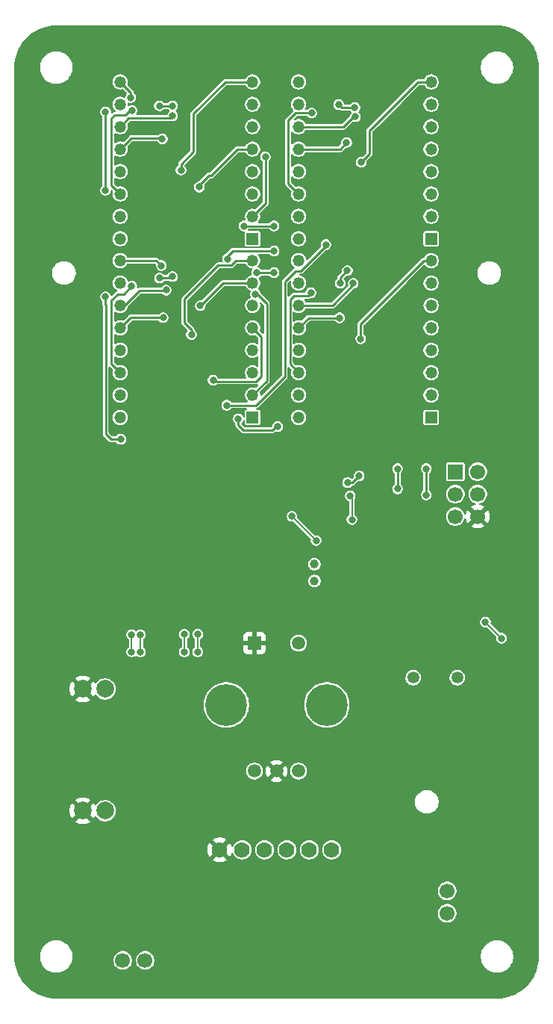
<source format=gbr>
%TF.GenerationSoftware,KiCad,Pcbnew,9.0.0*%
%TF.CreationDate,2025-05-13T23:13:56+02:00*%
%TF.ProjectId,kitchen_timer-hardware,6b697463-6865-46e5-9f74-696d65722d68,rev?*%
%TF.SameCoordinates,Original*%
%TF.FileFunction,Copper,L2,Bot*%
%TF.FilePolarity,Positive*%
%FSLAX46Y46*%
G04 Gerber Fmt 4.6, Leading zero omitted, Abs format (unit mm)*
G04 Created by KiCad (PCBNEW 9.0.0) date 2025-05-13 23:13:56*
%MOMM*%
%LPD*%
G01*
G04 APERTURE LIST*
%TA.AperFunction,ComponentPad*%
%ADD10R,1.700000X1.700000*%
%TD*%
%TA.AperFunction,ComponentPad*%
%ADD11C,1.700000*%
%TD*%
%TA.AperFunction,ComponentPad*%
%ADD12R,1.320000X1.320000*%
%TD*%
%TA.AperFunction,ComponentPad*%
%ADD13C,1.320000*%
%TD*%
%TA.AperFunction,ComponentPad*%
%ADD14C,1.350000*%
%TD*%
%TA.AperFunction,ComponentPad*%
%ADD15C,1.000000*%
%TD*%
%TA.AperFunction,ComponentPad*%
%ADD16R,1.500000X1.500000*%
%TD*%
%TA.AperFunction,ComponentPad*%
%ADD17C,1.500000*%
%TD*%
%TA.AperFunction,ComponentPad*%
%ADD18C,4.740000*%
%TD*%
%TA.AperFunction,SMDPad,CuDef*%
%ADD19C,2.000000*%
%TD*%
%TA.AperFunction,SMDPad,CuDef*%
%ADD20C,1.778000*%
%TD*%
%TA.AperFunction,ViaPad*%
%ADD21C,0.800000*%
%TD*%
%TA.AperFunction,Conductor*%
%ADD22C,0.200000*%
%TD*%
%TA.AperFunction,Conductor*%
%ADD23C,0.254000*%
%TD*%
G04 APERTURE END LIST*
D10*
%TO.P,J3,1,MISO*%
%TO.N,/Microcontroller/MISO*%
X177270400Y-78755000D03*
D11*
%TO.P,J3,2,VCC*%
%TO.N,+5V*%
X179810400Y-78755000D03*
%TO.P,J3,3,SCK*%
%TO.N,/LED Matrices Drivers/SCK*%
X177270400Y-81295000D03*
%TO.P,J3,4,MOSI*%
%TO.N,/LED Matrices Drivers/MOSI*%
X179810400Y-81295000D03*
%TO.P,J3,5,~{RST}*%
%TO.N,/Microcontroller/RESET*%
X177270400Y-83835000D03*
%TO.P,J3,6,GND*%
%TO.N,GND*%
X179810400Y-83835000D03*
%TD*%
D12*
%TO.P,U14,01,R1*%
%TO.N,/LED Matrices Drivers/Mat2B.DIG_0*%
X154273000Y-52350000D03*
D13*
%TO.P,U14,02,R2*%
%TO.N,/LED Matrices Drivers/Mat2B.DIG_1*%
X154273000Y-49810000D03*
%TO.P,U14,03,R3*%
%TO.N,/LED Matrices Drivers/Mat2B.DIG_2*%
X154273000Y-47270000D03*
%TO.P,U14,04,R4*%
%TO.N,/LED Matrices Drivers/Mat2B.DIG_3*%
X154273000Y-44730000D03*
%TO.P,U14,05,C1*%
%TO.N,/LED Matrices Drivers/Mat2B.SEG_DP*%
X154273000Y-42190000D03*
%TO.P,U14,06,C2*%
%TO.N,/LED Matrices Drivers/Mat2B.SEG_A*%
X154273000Y-39650000D03*
%TO.P,U14,07,C3*%
%TO.N,/LED Matrices Drivers/Mat2B.SEG_B*%
X154273000Y-37110000D03*
%TO.P,U14,08,C4*%
%TO.N,/LED Matrices Drivers/Mat2B.SEG_C*%
X154273000Y-34570000D03*
%TO.P,U14,09,R8*%
%TO.N,/LED Matrices Drivers/Mat2B.DIG_7*%
X139253000Y-34570000D03*
%TO.P,U14,10,R7*%
%TO.N,/LED Matrices Drivers/Mat2B.DIG_6*%
X139253000Y-37110000D03*
%TO.P,U14,11,R6*%
%TO.N,/LED Matrices Drivers/Mat2B.DIG_5*%
X139253000Y-39650000D03*
%TO.P,U14,12,R5*%
%TO.N,/LED Matrices Drivers/Mat2B.DIG_4*%
X139253000Y-42190000D03*
%TO.P,U14,13,C8*%
%TO.N,/LED Matrices Drivers/Mat2B.SEG_G*%
X139253000Y-44730000D03*
%TO.P,U14,14,C7*%
%TO.N,/LED Matrices Drivers/Mat2B.SEG_F*%
X139253000Y-47270000D03*
%TO.P,U14,15,C6*%
%TO.N,/LED Matrices Drivers/Mat2B.SEG_E*%
X139253000Y-49810000D03*
%TO.P,U14,16,C5*%
%TO.N,/LED Matrices Drivers/Mat2B.SEG_D*%
X139253000Y-52350000D03*
%TD*%
D12*
%TO.P,U13,01,R1*%
%TO.N,/LED Matrices Drivers/Mat2A.DIG_0*%
X174527000Y-52350000D03*
D13*
%TO.P,U13,02,R2*%
%TO.N,/LED Matrices Drivers/Mat2A.DIG_1*%
X174527000Y-49810000D03*
%TO.P,U13,03,R3*%
%TO.N,/LED Matrices Drivers/Mat2A.DIG_2*%
X174527000Y-47270000D03*
%TO.P,U13,04,R4*%
%TO.N,/LED Matrices Drivers/Mat2A.DIG_3*%
X174527000Y-44730000D03*
%TO.P,U13,05,C1*%
%TO.N,/LED Matrices Drivers/Mat2A.SEG_DP*%
X174527000Y-42190000D03*
%TO.P,U13,06,C2*%
%TO.N,/LED Matrices Drivers/Mat2A.SEG_A*%
X174527000Y-39650000D03*
%TO.P,U13,07,C3*%
%TO.N,/LED Matrices Drivers/Mat2A.SEG_B*%
X174527000Y-37110000D03*
%TO.P,U13,08,C4*%
%TO.N,/LED Matrices Drivers/Mat2A.SEG_C*%
X174527000Y-34570000D03*
%TO.P,U13,09,R8*%
%TO.N,/LED Matrices Drivers/Mat2A.DIG_7*%
X159507000Y-34570000D03*
%TO.P,U13,10,R7*%
%TO.N,/LED Matrices Drivers/Mat2A.DIG_6*%
X159507000Y-37110000D03*
%TO.P,U13,11,R6*%
%TO.N,/LED Matrices Drivers/Mat2A.DIG_5*%
X159507000Y-39650000D03*
%TO.P,U13,12,R5*%
%TO.N,/LED Matrices Drivers/Mat2A.DIG_4*%
X159507000Y-42190000D03*
%TO.P,U13,13,C8*%
%TO.N,/LED Matrices Drivers/Mat2A.SEG_G*%
X159507000Y-44730000D03*
%TO.P,U13,14,C7*%
%TO.N,/LED Matrices Drivers/Mat2A.SEG_F*%
X159507000Y-47270000D03*
%TO.P,U13,15,C6*%
%TO.N,/LED Matrices Drivers/Mat2A.SEG_E*%
X159507000Y-49810000D03*
%TO.P,U13,16,C5*%
%TO.N,/LED Matrices Drivers/Mat2A.SEG_D*%
X159507000Y-52350000D03*
%TD*%
D14*
%TO.P,LS1,1,1*%
%TO.N,Net-(Q3-C)*%
X172495200Y-102108000D03*
%TO.P,LS1,2,2*%
%TO.N,+5V*%
X177495200Y-102108000D03*
%TD*%
D15*
%TO.P,Y1,1*%
%TO.N,/Microcontroller/XTAL1*%
X161290000Y-91134000D03*
%TO.P,Y1,2,CRYSTAL_2*%
%TO.N,/Microcontroller/XTAL2*%
X161290000Y-89234000D03*
%TD*%
D12*
%TO.P,U12,01,R1*%
%TO.N,/LED Matrices Drivers/Mat1B.DIG_0*%
X154273000Y-72604000D03*
D13*
%TO.P,U12,02,R2*%
%TO.N,/LED Matrices Drivers/Mat1B.DIG_1*%
X154273000Y-70064000D03*
%TO.P,U12,03,R3*%
%TO.N,/LED Matrices Drivers/Mat1B.DIG_2*%
X154273000Y-67524000D03*
%TO.P,U12,04,R4*%
%TO.N,/LED Matrices Drivers/Mat1B.DIG_3*%
X154273000Y-64984000D03*
%TO.P,U12,05,C1*%
%TO.N,/LED Matrices Drivers/Mat1B.SEG_DP*%
X154273000Y-62444000D03*
%TO.P,U12,06,C2*%
%TO.N,/LED Matrices Drivers/Mat1B.SEG_A*%
X154273000Y-59904000D03*
%TO.P,U12,07,C3*%
%TO.N,/LED Matrices Drivers/Mat1B.SEG_B*%
X154273000Y-57364000D03*
%TO.P,U12,08,C4*%
%TO.N,/LED Matrices Drivers/Mat1B.SEG_C*%
X154273000Y-54824000D03*
%TO.P,U12,09,R8*%
%TO.N,/LED Matrices Drivers/Mat1B.DIG_7*%
X139253000Y-54824000D03*
%TO.P,U12,10,R7*%
%TO.N,/LED Matrices Drivers/Mat1B.DIG_6*%
X139253000Y-57364000D03*
%TO.P,U12,11,R6*%
%TO.N,/LED Matrices Drivers/Mat1B.DIG_5*%
X139253000Y-59904000D03*
%TO.P,U12,12,R5*%
%TO.N,/LED Matrices Drivers/Mat1B.DIG_4*%
X139253000Y-62444000D03*
%TO.P,U12,13,C8*%
%TO.N,/LED Matrices Drivers/Mat1B.SEG_G*%
X139253000Y-64984000D03*
%TO.P,U12,14,C7*%
%TO.N,/LED Matrices Drivers/Mat1B.SEG_F*%
X139253000Y-67524000D03*
%TO.P,U12,15,C6*%
%TO.N,/LED Matrices Drivers/Mat1B.SEG_E*%
X139253000Y-70064000D03*
%TO.P,U12,16,C5*%
%TO.N,/LED Matrices Drivers/Mat1B.SEG_D*%
X139253000Y-72604000D03*
%TD*%
D16*
%TO.P,U6,1,COM*%
%TO.N,GND*%
X154500000Y-98195200D03*
D17*
%TO.P,U6,2,NO*%
%TO.N,Net-(U6-NO)*%
X159500000Y-98195200D03*
%TO.P,U6,A1,CHANNEL_A*%
%TO.N,Net-(U6-CHANNEL_A)*%
X154500000Y-112695200D03*
%TO.P,U6,B1,CHANNEL_B*%
%TO.N,Net-(U6-CHANNEL_B)*%
X159500000Y-112695200D03*
%TO.P,U6,C1,COMMON*%
%TO.N,GND*%
X157000000Y-112695200D03*
D18*
%TO.P,U6,MH1,MH1*%
%TO.N,unconnected-(U6-PadMH1)*%
X151300000Y-105195200D03*
%TO.P,U6,MH2,MH2*%
%TO.N,unconnected-(U6-PadMH2)*%
X162700000Y-105195200D03*
%TD*%
D12*
%TO.P,U11,01,R1*%
%TO.N,/LED Matrices Drivers/Mat1A.DIG_0*%
X174527000Y-72604000D03*
D13*
%TO.P,U11,02,R2*%
%TO.N,/LED Matrices Drivers/Mat1A.DIG_1*%
X174527000Y-70064000D03*
%TO.P,U11,03,R3*%
%TO.N,/LED Matrices Drivers/Mat1A.DIG_2*%
X174527000Y-67524000D03*
%TO.P,U11,04,R4*%
%TO.N,/LED Matrices Drivers/Mat1A.DIG_3*%
X174527000Y-64984000D03*
%TO.P,U11,05,C1*%
%TO.N,/LED Matrices Drivers/Mat1A.SEG_DP*%
X174527000Y-62444000D03*
%TO.P,U11,06,C2*%
%TO.N,/LED Matrices Drivers/Mat1A.SEG_A*%
X174527000Y-59904000D03*
%TO.P,U11,07,C3*%
%TO.N,/LED Matrices Drivers/Mat1A.SEG_B*%
X174527000Y-57364000D03*
%TO.P,U11,08,C4*%
%TO.N,/LED Matrices Drivers/Mat1A.SEG_C*%
X174527000Y-54824000D03*
%TO.P,U11,09,R8*%
%TO.N,/LED Matrices Drivers/Mat1A.DIG_7*%
X159507000Y-54824000D03*
%TO.P,U11,10,R7*%
%TO.N,/LED Matrices Drivers/Mat1A.DIG_6*%
X159507000Y-57364000D03*
%TO.P,U11,11,R6*%
%TO.N,/LED Matrices Drivers/Mat1A.DIG_5*%
X159507000Y-59904000D03*
%TO.P,U11,12,R5*%
%TO.N,/LED Matrices Drivers/Mat1A.DIG_4*%
X159507000Y-62444000D03*
%TO.P,U11,13,C8*%
%TO.N,/LED Matrices Drivers/Mat1A.SEG_G*%
X159507000Y-64984000D03*
%TO.P,U11,14,C7*%
%TO.N,/LED Matrices Drivers/Mat1A.SEG_F*%
X159507000Y-67524000D03*
%TO.P,U11,15,C6*%
%TO.N,/LED Matrices Drivers/Mat1A.SEG_E*%
X159507000Y-70064000D03*
%TO.P,U11,16,C5*%
%TO.N,/LED Matrices Drivers/Mat1A.SEG_D*%
X159507000Y-72604000D03*
%TD*%
D19*
%TO.P,U3,1,VCC_IN*%
%TO.N,/+5V Boost Converter/PP_VCC_after_switch*%
X137540000Y-117184000D03*
%TO.P,U3,2,GND-IN*%
%TO.N,GND*%
X135000000Y-117184000D03*
%TO.P,U3,3,VCC_OUT*%
%TO.N,+5V*%
X137540000Y-103384000D03*
%TO.P,U3,4,GND_OUT*%
%TO.N,GND*%
X135000000Y-103384000D03*
%TD*%
D11*
%TO.P,J2,1,Pin_1*%
%TO.N,/+5V Boost Converter/PP_VCC*%
X142085200Y-134148800D03*
%TO.P,J2,2,Pin_2*%
%TO.N,/+5V Boost Converter/PP_VCC_after_switch*%
X139545200Y-134148800D03*
%TD*%
D20*
%TO.P,U1,1,+3.3V*%
%TO.N,unconnected-(U1-+3.3V-Pad1)*%
X163250125Y-121609400D03*
%TO.P,U1,2,DTR*%
%TO.N,/Microcontroller/DTR*%
X160710125Y-121609400D03*
%TO.P,U1,3,RXD*%
%TO.N,Net-(Q1-S)*%
X158170125Y-121609400D03*
%TO.P,U1,4,TXD*%
%TO.N,Net-(D1-A)*%
X155630125Y-121609400D03*
%TO.P,U1,5,+5V*%
%TO.N,/BMS & Power Path/+5V-USB*%
X153090125Y-121609400D03*
%TO.P,U1,6,GND*%
%TO.N,GND*%
X150550125Y-121609400D03*
%TD*%
D11*
%TO.P,J1,1,Pin_1*%
%TO.N,/BMS & Power Path/BAT+*%
X176352800Y-126280400D03*
%TO.P,J1,2,Pin_2*%
%TO.N,/BMS & Power Path/BAT-*%
X176352800Y-128820400D03*
%TD*%
D21*
%TO.N,GND*%
X148579200Y-136652000D03*
X167540000Y-87184000D03*
X170540000Y-93184000D03*
X170118400Y-66344800D03*
X149798400Y-66344800D03*
X156910400Y-70408800D03*
X149798400Y-39725600D03*
X150001600Y-60045600D03*
X133040000Y-99684000D03*
X157113600Y-46431200D03*
X135980800Y-46634400D03*
X157940000Y-85684000D03*
X167540000Y-93184000D03*
X175401600Y-90940184D03*
X137077400Y-82630400D03*
X137077400Y-78130400D03*
X149798400Y-46024800D03*
X132040000Y-40684000D03*
X180278400Y-114503200D03*
X167273600Y-103936800D03*
X170118400Y-60045600D03*
X132040000Y-125684000D03*
X156340000Y-85684000D03*
X155524827Y-92422999D03*
X143077500Y-111184000D03*
X180888000Y-92151200D03*
X170118400Y-39725600D03*
X157140000Y-79684000D03*
X137077400Y-80267400D03*
X135980800Y-67564000D03*
X162863000Y-76184000D03*
X158529504Y-92492175D03*
X170118400Y-46024800D03*
%TO.N,+5V*%
X137540000Y-103184000D03*
%TO.N,/Microcontroller/RESET*%
X161482400Y-86563200D03*
X158739200Y-83820000D03*
%TO.N,/Microcontroller/DTR*%
X180684800Y-95808800D03*
X182513600Y-97637600D03*
X160710125Y-121609400D03*
%TO.N,/Microcontroller/ENCODER_CH_A*%
X146540000Y-99184000D03*
X146540000Y-97184000D03*
%TO.N,/Microcontroller/ENCODER_CH_B*%
X148051315Y-97170655D03*
X148040000Y-99184000D03*
%TO.N,/Microcontroller/MCU_RXD*%
X140540000Y-97231203D03*
X140559943Y-99184001D03*
%TO.N,Net-(D1-A)*%
X155630125Y-121609400D03*
%TO.N,/BMS & Power Path/+5V-USB*%
X153090125Y-121609400D03*
%TO.N,/+5V Boost Converter/PP_VCC_after_switch*%
X137540000Y-117184000D03*
%TO.N,/LED Matrices Drivers/MOSI*%
X170728000Y-78419400D03*
X170728000Y-80695200D03*
%TO.N,/LED Matrices Drivers/SCK*%
X154749000Y-56184800D03*
X139322900Y-75082400D03*
X137588000Y-46862787D03*
X137588000Y-37971615D03*
X156707200Y-56184800D03*
X137588000Y-58940284D03*
%TO.N,/Microcontroller/MISO*%
X165062268Y-79995200D03*
X166365267Y-79232200D03*
%TO.N,Net-(Q1-S)*%
X158170125Y-121609400D03*
%TO.N,/Microcontroller/MCU_TXD*%
X141540003Y-97231203D03*
X141559945Y-99184000D03*
%TO.N,/LED Matrices Drivers/CS*%
X173979200Y-81381600D03*
X173979200Y-78419400D03*
X151424000Y-54626600D03*
X156704402Y-53746400D03*
%TO.N,/Microcontroller/SPEAKER*%
X165351200Y-81495200D03*
X165540000Y-84173200D03*
%TO.N,/LED Matrices Drivers/Mat1A.DIG_4*%
X164145997Y-61313000D03*
%TO.N,/LED Matrices Drivers/Mat1A.SEG_C*%
X166540000Y-63684000D03*
%TO.N,/LED Matrices Drivers/Mat1A.SEG_F*%
X160889327Y-58488107D03*
%TO.N,/LED Matrices Drivers/Mat1A.DIG_5*%
X165695044Y-57404000D03*
%TO.N,/LED Matrices Drivers/Mat1A.SEG_A*%
X164225600Y-57404000D03*
X165026209Y-55957275D03*
%TO.N,Net-(U7-DOUT)*%
X157113600Y-73633885D03*
X152643200Y-72757039D03*
%TO.N,/LED Matrices Drivers/Mat1B.SEG_F*%
X140554012Y-57707588D03*
%TO.N,/LED Matrices Drivers/Mat1B.DIG_5*%
X144477450Y-58172360D03*
%TO.N,/LED Matrices Drivers/Mat1B.DIG_4*%
X144132914Y-61299000D03*
%TO.N,/LED Matrices Drivers/Mat1B.SEG_C*%
X147342950Y-63211000D03*
%TO.N,/LED Matrices Drivers/Mat1B.DIG_7*%
X143924012Y-55390412D03*
%TO.N,/LED Matrices Drivers/Mat1B.SEG_A*%
X143720312Y-56814288D03*
X145187804Y-56639127D03*
%TO.N,Net-(U8-DOUT)*%
X151343977Y-71221600D03*
X162600000Y-53019400D03*
%TO.N,/LED Matrices Drivers/Mat1B.DIG_1*%
X154604339Y-58623200D03*
%TO.N,/LED Matrices Drivers/Mat1B.SEG_B*%
X148338337Y-59939761D03*
%TO.N,/LED Matrices Drivers/Mat1B.SEG_DP*%
X149798400Y-68376800D03*
%TO.N,/LED Matrices Drivers/Mat2A.DIG_5*%
X165948500Y-38506400D03*
%TO.N,/LED Matrices Drivers/Mat2A.SEG_F*%
X160974400Y-38100000D03*
%TO.N,/LED Matrices Drivers/Mat2A.SEG_C*%
X166601668Y-43664908D03*
%TO.N,/LED Matrices Drivers/Mat2A.DIG_4*%
X164944511Y-41445089D03*
%TO.N,Net-(U10-DIN)*%
X153306758Y-50901600D03*
X156707200Y-50901600D03*
%TO.N,/LED Matrices Drivers/Mat2A.SEG_A*%
X164040000Y-37150000D03*
X165870072Y-37490400D03*
%TO.N,/LED Matrices Drivers/Mat2B.DIG_5*%
X145199199Y-38420000D03*
%TO.N,/LED Matrices Drivers/Mat2B.DIG_7*%
X140451200Y-36338600D03*
%TO.N,/LED Matrices Drivers/Mat2B.SEG_DP*%
X148232800Y-46491200D03*
%TO.N,/LED Matrices Drivers/Mat2B.DIG_4*%
X144024895Y-41045000D03*
%TO.N,/LED Matrices Drivers/Mat2B.DIG_1*%
X155733445Y-43071328D03*
%TO.N,/LED Matrices Drivers/Mat2B.SEG_A*%
X143702400Y-37287200D03*
X145199199Y-37287200D03*
%TO.N,/LED Matrices Drivers/Mat2B.SEG_F*%
X140591252Y-37829400D03*
%TO.N,/LED Matrices Drivers/Mat2B.SEG_C*%
X146151647Y-44572354D03*
%TD*%
D22*
%TO.N,+5V*%
X137540000Y-103384000D02*
X137540000Y-103184000D01*
%TO.N,/Microcontroller/RESET*%
X161482400Y-86563200D02*
X158739200Y-83820000D01*
%TO.N,/Microcontroller/DTR*%
X182513600Y-97637600D02*
X180684800Y-95808800D01*
%TO.N,/Microcontroller/ENCODER_CH_A*%
X146540000Y-99184000D02*
X146540000Y-97184000D01*
%TO.N,/Microcontroller/ENCODER_CH_B*%
X148040000Y-99184000D02*
X148040000Y-97184000D01*
%TO.N,/Microcontroller/MCU_RXD*%
X140540000Y-97266500D02*
X140540000Y-99098092D01*
X140540000Y-99098092D02*
X140536592Y-99101500D01*
D23*
%TO.N,/LED Matrices Drivers/MOSI*%
X170728000Y-80695200D02*
X170728000Y-78419400D01*
%TO.N,/LED Matrices Drivers/SCK*%
X156707200Y-56184800D02*
X154749000Y-56184800D01*
X137588000Y-58940284D02*
X137588000Y-59842400D01*
X137588000Y-59842400D02*
X137606400Y-59860800D01*
X137606400Y-74472800D02*
X138216000Y-75082400D01*
X138216000Y-75082400D02*
X139322900Y-75082400D01*
X137606400Y-59860800D02*
X137606400Y-74472800D01*
X137588000Y-46862787D02*
X137588000Y-37971615D01*
%TO.N,/Microcontroller/MISO*%
X165062268Y-79995200D02*
X165602267Y-79995200D01*
X165602267Y-79995200D02*
X166365267Y-79232200D01*
D22*
%TO.N,/Microcontroller/MCU_TXD*%
X141540000Y-97231206D02*
X141540003Y-97231203D01*
X141536594Y-99101499D02*
X141540000Y-99098093D01*
X141540000Y-99098093D02*
X141540000Y-97266503D01*
D23*
%TO.N,/LED Matrices Drivers/CS*%
X156704402Y-53746400D02*
X152033600Y-53746400D01*
X152033600Y-53746400D02*
X151424000Y-54356000D01*
X151424000Y-54356000D02*
X151424000Y-54626600D01*
X173979200Y-81381600D02*
X173979200Y-78419400D01*
D22*
%TO.N,/Microcontroller/SPEAKER*%
X165540000Y-81684000D02*
X165540000Y-84173200D01*
X165351200Y-81495200D02*
X165540000Y-81684000D01*
D23*
%TO.N,/LED Matrices Drivers/Mat1A.DIG_4*%
X164145997Y-61313000D02*
X164144339Y-61314658D01*
X160636342Y-61314658D02*
X159507000Y-62444000D01*
X164144339Y-61314658D02*
X160636342Y-61314658D01*
%TO.N,/LED Matrices Drivers/Mat1A.SEG_C*%
X173714400Y-54824000D02*
X174527000Y-54824000D01*
X166540000Y-63684000D02*
X166540000Y-61998400D01*
X166540000Y-61998400D02*
X173714400Y-54824000D01*
%TO.N,/LED Matrices Drivers/Mat1A.SEG_F*%
X158519000Y-66536000D02*
X159507000Y-67524000D01*
X160889327Y-58488107D02*
X160551033Y-58826400D01*
X158942400Y-58826400D02*
X158519000Y-59249800D01*
X160551033Y-58826400D02*
X158942400Y-58826400D01*
X158519000Y-59249800D02*
X158519000Y-66536000D01*
%TO.N,/LED Matrices Drivers/Mat1A.DIG_5*%
X163351200Y-59904000D02*
X165695044Y-57560156D01*
X165695044Y-57560156D02*
X165695044Y-57404000D01*
X163351200Y-59904000D02*
X159507000Y-59904000D01*
%TO.N,/LED Matrices Drivers/Mat1A.SEG_A*%
X164225600Y-56757883D02*
X164225600Y-57404000D01*
X165026209Y-55957275D02*
X164225600Y-56757883D01*
%TO.N,Net-(U7-DOUT)*%
X156923815Y-73633885D02*
X157113600Y-73633885D01*
X153252800Y-74066400D02*
X156491300Y-74066400D01*
X152643200Y-72757039D02*
X152643200Y-73456800D01*
X156491300Y-74066400D02*
X156923815Y-73633885D01*
X152643200Y-73456800D02*
X153252800Y-74066400D01*
%TO.N,/LED Matrices Drivers/Mat1B.SEG_F*%
X139638400Y-58623200D02*
X138981079Y-58623200D01*
X138265000Y-59339279D02*
X138265000Y-66536000D01*
X138981079Y-58623200D02*
X138265000Y-59339279D01*
X140554012Y-57707588D02*
X139638400Y-58623200D01*
X138265000Y-66536000D02*
X139253000Y-67524000D01*
%TO.N,/LED Matrices Drivers/Mat1B.DIG_5*%
X139780000Y-59904000D02*
X139253000Y-59904000D01*
X144477450Y-58172360D02*
X144236290Y-58172360D01*
X141467200Y-58216800D02*
X139780000Y-59904000D01*
X144191850Y-58216800D02*
X141467200Y-58216800D01*
X144236290Y-58172360D02*
X144191850Y-58216800D01*
%TO.N,/LED Matrices Drivers/Mat1B.DIG_4*%
X144128004Y-61303910D02*
X140412090Y-61303910D01*
X139272000Y-62444000D02*
X139253000Y-62444000D01*
X140412090Y-61303910D02*
X139272000Y-62444000D01*
X144132914Y-61299000D02*
X144128004Y-61303910D01*
%TO.N,/LED Matrices Drivers/Mat1B.SEG_C*%
X146547200Y-59176798D02*
X150351998Y-55372000D01*
X146547200Y-61880383D02*
X146547200Y-59176798D01*
X147342950Y-63211000D02*
X147343685Y-63210265D01*
X147343685Y-62676868D02*
X146547200Y-61880383D01*
X151830400Y-55372000D02*
X152378400Y-54824000D01*
X152378400Y-54824000D02*
X154273000Y-54824000D01*
X147343685Y-63210265D02*
X147343685Y-62676868D01*
X150351998Y-55372000D02*
X151830400Y-55372000D01*
%TO.N,/LED Matrices Drivers/Mat1B.DIG_7*%
X143924012Y-55390412D02*
X143357600Y-54824000D01*
X143357600Y-54824000D02*
X139253000Y-54824000D01*
%TO.N,/LED Matrices Drivers/Mat1B.SEG_A*%
X143720312Y-56814288D02*
X145012643Y-56814288D01*
X145012643Y-56814288D02*
X145187804Y-56639127D01*
%TO.N,Net-(U8-DOUT)*%
X154675200Y-71221600D02*
X151343977Y-71221600D01*
X157926400Y-67970400D02*
X154675200Y-71221600D01*
X159145600Y-55981600D02*
X157926400Y-57200800D01*
X162600000Y-53128243D02*
X159746643Y-55981600D01*
X157926400Y-57200800D02*
X157926400Y-67970400D01*
X159746643Y-55981600D02*
X159145600Y-55981600D01*
X162600000Y-53019400D02*
X162600000Y-53128243D01*
%TO.N,/LED Matrices Drivers/Mat1B.DIG_1*%
X155894400Y-68442600D02*
X154273000Y-70064000D01*
X154799000Y-58623200D02*
X155894400Y-59718600D01*
X154604339Y-58623200D02*
X154799000Y-58623200D01*
X155894400Y-59718600D02*
X155894400Y-68442600D01*
%TO.N,/LED Matrices Drivers/Mat1B.SEG_B*%
X148338337Y-59939761D02*
X148375039Y-59939761D01*
X148375039Y-59939761D02*
X150950800Y-57364000D01*
X150950800Y-57364000D02*
X154273000Y-57364000D01*
%TO.N,/LED Matrices Drivers/Mat1B.SEG_DP*%
X149798400Y-68376800D02*
X149933600Y-68512000D01*
X154682243Y-68512000D02*
X155261000Y-67933243D01*
X155261000Y-67933243D02*
X155261000Y-63432000D01*
X155261000Y-63432000D02*
X154273000Y-62444000D01*
X149933600Y-68512000D02*
X154682243Y-68512000D01*
%TO.N,/LED Matrices Drivers/Mat2A.DIG_5*%
X164573400Y-39650000D02*
X159507000Y-39650000D01*
X165947900Y-38507000D02*
X165716400Y-38507000D01*
X165948500Y-38506400D02*
X165947900Y-38507000D01*
X165716400Y-38507000D02*
X164573400Y-39650000D01*
%TO.N,/LED Matrices Drivers/Mat2A.SEG_F*%
X160974400Y-38100000D02*
X159145600Y-38100000D01*
X158332800Y-38912800D02*
X158332800Y-46095800D01*
X158332800Y-46095800D02*
X159507000Y-47270000D01*
X159145600Y-38100000D02*
X158332800Y-38912800D01*
%TO.N,/LED Matrices Drivers/Mat2A.SEG_C*%
X173038800Y-34570000D02*
X174527000Y-34570000D01*
X167540000Y-42726576D02*
X167540000Y-40068800D01*
X167540000Y-40068800D02*
X173038800Y-34570000D01*
X166601668Y-43664908D02*
X167540000Y-42726576D01*
%TO.N,/LED Matrices Drivers/Mat2A.DIG_4*%
X164944511Y-41445089D02*
X164199600Y-42190000D01*
X164199600Y-42190000D02*
X159507000Y-42190000D01*
%TO.N,Net-(U10-DIN)*%
X156707200Y-50901600D02*
X153306758Y-50901600D01*
%TO.N,/LED Matrices Drivers/Mat2A.SEG_A*%
X165870072Y-37490400D02*
X164380400Y-37490400D01*
X164380400Y-37490400D02*
X164040000Y-37150000D01*
%TO.N,/LED Matrices Drivers/Mat2B.DIG_5*%
X144914000Y-38684000D02*
X140219000Y-38684000D01*
X140219000Y-38684000D02*
X139253000Y-39650000D01*
X145178000Y-38420000D02*
X144914000Y-38684000D01*
X145199199Y-38420000D02*
X145178000Y-38420000D01*
%TO.N,/LED Matrices Drivers/Mat2B.DIG_7*%
X140451200Y-36338600D02*
X140451200Y-35768200D01*
X140451200Y-35768200D02*
X139253000Y-34570000D01*
%TO.N,/LED Matrices Drivers/Mat2B.SEG_DP*%
X148232800Y-46491200D02*
X148232800Y-46259800D01*
X149540000Y-45184000D02*
X152534000Y-42190000D01*
X152534000Y-42190000D02*
X154273000Y-42190000D01*
X148232800Y-46259800D02*
X149308600Y-45184000D01*
X149308600Y-45184000D02*
X149540000Y-45184000D01*
%TO.N,/LED Matrices Drivers/Mat2B.DIG_4*%
X143855400Y-40944800D02*
X140498200Y-40944800D01*
X143991457Y-41078438D02*
X143989038Y-41078438D01*
X140498200Y-40944800D02*
X139253000Y-42190000D01*
X143989038Y-41078438D02*
X143855400Y-40944800D01*
X144024895Y-41045000D02*
X143991457Y-41078438D01*
%TO.N,/LED Matrices Drivers/Mat2B.DIG_1*%
X155733445Y-43071328D02*
X155733445Y-48349555D01*
X155733445Y-48349555D02*
X154273000Y-49810000D01*
%TO.N,/LED Matrices Drivers/Mat2B.SEG_A*%
X143702400Y-37287200D02*
X145199199Y-37287200D01*
%TO.N,/LED Matrices Drivers/Mat2B.SEG_F*%
X138265000Y-38660600D02*
X138265000Y-46282000D01*
X138622400Y-38303200D02*
X138265000Y-38660600D01*
X138265000Y-46282000D02*
X139253000Y-47270000D01*
X140591252Y-37829400D02*
X140315400Y-37829400D01*
X140315400Y-37829400D02*
X139841600Y-38303200D01*
X139841600Y-38303200D02*
X138622400Y-38303200D01*
%TO.N,/LED Matrices Drivers/Mat2B.SEG_C*%
X151154000Y-34570000D02*
X154273000Y-34570000D01*
X147540000Y-42507000D02*
X147540000Y-38184000D01*
X147540000Y-38184000D02*
X151154000Y-34570000D01*
X146151647Y-43895353D02*
X147540000Y-42507000D01*
X146151647Y-44572354D02*
X146151647Y-43895353D01*
%TD*%
%TA.AperFunction,Conductor*%
%TO.N,GND*%
G36*
X182002198Y-28180595D02*
G01*
X182410439Y-28198419D01*
X182419165Y-28199183D01*
X182822138Y-28252235D01*
X182830753Y-28253754D01*
X183227561Y-28341725D01*
X183236028Y-28343993D01*
X183623662Y-28466214D01*
X183631906Y-28469215D01*
X184007393Y-28624747D01*
X184015347Y-28628456D01*
X184195601Y-28722290D01*
X184375861Y-28816127D01*
X184383449Y-28820508D01*
X184567307Y-28937639D01*
X184726234Y-29038887D01*
X184733409Y-29043910D01*
X185055879Y-29291349D01*
X185062580Y-29296973D01*
X185362236Y-29571557D01*
X185368442Y-29577763D01*
X185643023Y-29877415D01*
X185648652Y-29884122D01*
X185896085Y-30206585D01*
X185901112Y-30213765D01*
X186119487Y-30556544D01*
X186123875Y-30564144D01*
X186311543Y-30924652D01*
X186315252Y-30932606D01*
X186470784Y-31308093D01*
X186473786Y-31316340D01*
X186596004Y-31703966D01*
X186598275Y-31712443D01*
X186686242Y-32109232D01*
X186687766Y-32117875D01*
X186740815Y-32520826D01*
X186741580Y-32529569D01*
X186759404Y-32937801D01*
X186759500Y-32942189D01*
X186759500Y-133712210D01*
X186759404Y-133716598D01*
X186741580Y-134124830D01*
X186740815Y-134133573D01*
X186687766Y-134536524D01*
X186686242Y-134545167D01*
X186598275Y-134941956D01*
X186596004Y-134950433D01*
X186473786Y-135338059D01*
X186470784Y-135346306D01*
X186315252Y-135721793D01*
X186311543Y-135729747D01*
X186123875Y-136090255D01*
X186119487Y-136097855D01*
X185901112Y-136440634D01*
X185896079Y-136447823D01*
X185648665Y-136770261D01*
X185643023Y-136776984D01*
X185368442Y-137076636D01*
X185362236Y-137082842D01*
X185062584Y-137357423D01*
X185055861Y-137363065D01*
X184733423Y-137610479D01*
X184726234Y-137615512D01*
X184383455Y-137833887D01*
X184375855Y-137838275D01*
X184015347Y-138025943D01*
X184007393Y-138029652D01*
X183631906Y-138185184D01*
X183623659Y-138188186D01*
X183236033Y-138310404D01*
X183227556Y-138312675D01*
X182830767Y-138400642D01*
X182822124Y-138402166D01*
X182419173Y-138455215D01*
X182410430Y-138455980D01*
X182002207Y-138473802D01*
X181997810Y-138473898D01*
X131948442Y-138469495D01*
X131930517Y-138470866D01*
X131589569Y-138455980D01*
X131580826Y-138455215D01*
X131177875Y-138402166D01*
X131169232Y-138400642D01*
X130772443Y-138312675D01*
X130763966Y-138310404D01*
X130376340Y-138188186D01*
X130368093Y-138185184D01*
X129992606Y-138029652D01*
X129984652Y-138025943D01*
X129624144Y-137838275D01*
X129616544Y-137833887D01*
X129273765Y-137615512D01*
X129266585Y-137610485D01*
X128944122Y-137363052D01*
X128937415Y-137357423D01*
X128637763Y-137082842D01*
X128631557Y-137076636D01*
X128356976Y-136776984D01*
X128351349Y-136770279D01*
X128103910Y-136447809D01*
X128098887Y-136440634D01*
X127880512Y-136097855D01*
X127876124Y-136090255D01*
X127688456Y-135729747D01*
X127684747Y-135721793D01*
X127529215Y-135346306D01*
X127526213Y-135338059D01*
X127403993Y-134950428D01*
X127401724Y-134941956D01*
X127399190Y-134930525D01*
X127313754Y-134545153D01*
X127312235Y-134536538D01*
X127259183Y-134133565D01*
X127258419Y-134124830D01*
X127254145Y-134026946D01*
X127240596Y-133716598D01*
X127240500Y-133712210D01*
X127240500Y-133593765D01*
X130159500Y-133593765D01*
X130159500Y-133835034D01*
X130190991Y-134074232D01*
X130190994Y-134074246D01*
X130253435Y-134307279D01*
X130253436Y-134307281D01*
X130345763Y-134530178D01*
X130466398Y-134739123D01*
X130466403Y-134739130D01*
X130613265Y-134930525D01*
X130783874Y-135101134D01*
X130975269Y-135247996D01*
X130975276Y-135248001D01*
X131184221Y-135368636D01*
X131407118Y-135460963D01*
X131407120Y-135460964D01*
X131640153Y-135523405D01*
X131640162Y-135523406D01*
X131640166Y-135523408D01*
X131759766Y-135539154D01*
X131879366Y-135554900D01*
X131879367Y-135554900D01*
X132120634Y-135554900D01*
X132200366Y-135544402D01*
X132359834Y-135523408D01*
X132359841Y-135523405D01*
X132359846Y-135523405D01*
X132592879Y-135460964D01*
X132592881Y-135460963D01*
X132815779Y-135368636D01*
X133024721Y-135248003D01*
X133216130Y-135101130D01*
X133386730Y-134930530D01*
X133533603Y-134739121D01*
X133654236Y-134530179D01*
X133746564Y-134307279D01*
X133809008Y-134074234D01*
X133812854Y-134045020D01*
X138491500Y-134045020D01*
X138491500Y-134252579D01*
X138531992Y-134456151D01*
X138611422Y-134647910D01*
X138611426Y-134647918D01*
X138726736Y-134820492D01*
X138873507Y-134967263D01*
X139046081Y-135082573D01*
X139046083Y-135082574D01*
X139046086Y-135082576D01*
X139237847Y-135162007D01*
X139441420Y-135202500D01*
X139441421Y-135202500D01*
X139648979Y-135202500D01*
X139648980Y-135202500D01*
X139852553Y-135162007D01*
X140044314Y-135082576D01*
X140216894Y-134967262D01*
X140363662Y-134820494D01*
X140478976Y-134647914D01*
X140558407Y-134456153D01*
X140598900Y-134252580D01*
X140598900Y-134045020D01*
X141031500Y-134045020D01*
X141031500Y-134252579D01*
X141071992Y-134456151D01*
X141151422Y-134647910D01*
X141151426Y-134647918D01*
X141266736Y-134820492D01*
X141413507Y-134967263D01*
X141586081Y-135082573D01*
X141586083Y-135082574D01*
X141586086Y-135082576D01*
X141777847Y-135162007D01*
X141981420Y-135202500D01*
X141981421Y-135202500D01*
X142188979Y-135202500D01*
X142188980Y-135202500D01*
X142392553Y-135162007D01*
X142584314Y-135082576D01*
X142756894Y-134967262D01*
X142903662Y-134820494D01*
X143018976Y-134647914D01*
X143098407Y-134456153D01*
X143138900Y-134252580D01*
X143138900Y-134045020D01*
X143098407Y-133841447D01*
X143018976Y-133649686D01*
X143018975Y-133649684D01*
X143018974Y-133649682D01*
X143016756Y-133646363D01*
X143016755Y-133646362D01*
X142981611Y-133593765D01*
X180159500Y-133593765D01*
X180159500Y-133835034D01*
X180190991Y-134074232D01*
X180190994Y-134074246D01*
X180253435Y-134307279D01*
X180253436Y-134307281D01*
X180345763Y-134530178D01*
X180466398Y-134739123D01*
X180466403Y-134739130D01*
X180613265Y-134930525D01*
X180783874Y-135101134D01*
X180975269Y-135247996D01*
X180975276Y-135248001D01*
X181184221Y-135368636D01*
X181407118Y-135460963D01*
X181407120Y-135460964D01*
X181640153Y-135523405D01*
X181640162Y-135523406D01*
X181640166Y-135523408D01*
X181759766Y-135539154D01*
X181879366Y-135554900D01*
X181879367Y-135554900D01*
X182120634Y-135554900D01*
X182200366Y-135544402D01*
X182359834Y-135523408D01*
X182359841Y-135523405D01*
X182359846Y-135523405D01*
X182592879Y-135460964D01*
X182592881Y-135460963D01*
X182815779Y-135368636D01*
X183024721Y-135248003D01*
X183216130Y-135101130D01*
X183386730Y-134930530D01*
X183533603Y-134739121D01*
X183654236Y-134530179D01*
X183746564Y-134307279D01*
X183809008Y-134074234D01*
X183830002Y-133914766D01*
X183840500Y-133835034D01*
X183840500Y-133593765D01*
X183809008Y-133354567D01*
X183809005Y-133354553D01*
X183746564Y-133121520D01*
X183746563Y-133121518D01*
X183654236Y-132898621D01*
X183533601Y-132689676D01*
X183533596Y-132689669D01*
X183386734Y-132498274D01*
X183216125Y-132327665D01*
X183024730Y-132180803D01*
X183024723Y-132180798D01*
X182815778Y-132060163D01*
X182592881Y-131967836D01*
X182592879Y-131967835D01*
X182359846Y-131905394D01*
X182359832Y-131905391D01*
X182120634Y-131873900D01*
X182120633Y-131873900D01*
X181879367Y-131873900D01*
X181879366Y-131873900D01*
X181640167Y-131905391D01*
X181640153Y-131905394D01*
X181407120Y-131967835D01*
X181407118Y-131967836D01*
X181184221Y-132060163D01*
X180975276Y-132180798D01*
X180975269Y-132180803D01*
X180783874Y-132327665D01*
X180613265Y-132498274D01*
X180466403Y-132689669D01*
X180466398Y-132689676D01*
X180345763Y-132898621D01*
X180253436Y-133121518D01*
X180253435Y-133121520D01*
X180190994Y-133354553D01*
X180190991Y-133354567D01*
X180159500Y-133593765D01*
X142981611Y-133593765D01*
X142903663Y-133477107D01*
X142756892Y-133330336D01*
X142584318Y-133215026D01*
X142584310Y-133215022D01*
X142518512Y-133187767D01*
X142392553Y-133135593D01*
X142392549Y-133135592D01*
X142392552Y-133135592D01*
X142229472Y-133103154D01*
X142188980Y-133095100D01*
X141981420Y-133095100D01*
X141940928Y-133103154D01*
X141777848Y-133135592D01*
X141586089Y-133215022D01*
X141586081Y-133215026D01*
X141413507Y-133330336D01*
X141413506Y-133330338D01*
X141266738Y-133477106D01*
X141266736Y-133477107D01*
X141151426Y-133649681D01*
X141151422Y-133649689D01*
X141071992Y-133841448D01*
X141031500Y-134045020D01*
X140598900Y-134045020D01*
X140558407Y-133841447D01*
X140478976Y-133649686D01*
X140441612Y-133593767D01*
X140363663Y-133477107D01*
X140216892Y-133330336D01*
X140044318Y-133215026D01*
X140044310Y-133215022D01*
X139978512Y-133187767D01*
X139852553Y-133135593D01*
X139852549Y-133135592D01*
X139852552Y-133135592D01*
X139689472Y-133103154D01*
X139648980Y-133095100D01*
X139441420Y-133095100D01*
X139400928Y-133103154D01*
X139237848Y-133135592D01*
X139046089Y-133215022D01*
X139046081Y-133215026D01*
X138873507Y-133330336D01*
X138873506Y-133330338D01*
X138726738Y-133477106D01*
X138726736Y-133477107D01*
X138611426Y-133649681D01*
X138611422Y-133649689D01*
X138531992Y-133841448D01*
X138491500Y-134045020D01*
X133812854Y-134045020D01*
X133840500Y-133835033D01*
X133840500Y-133593767D01*
X133809008Y-133354566D01*
X133802516Y-133330338D01*
X133746564Y-133121520D01*
X133746563Y-133121518D01*
X133654236Y-132898621D01*
X133533601Y-132689676D01*
X133533596Y-132689669D01*
X133386734Y-132498274D01*
X133216125Y-132327665D01*
X133024730Y-132180803D01*
X133024723Y-132180798D01*
X132815778Y-132060163D01*
X132592881Y-131967836D01*
X132592879Y-131967835D01*
X132359846Y-131905394D01*
X132359832Y-131905391D01*
X132120634Y-131873900D01*
X132120633Y-131873900D01*
X131879367Y-131873900D01*
X131879366Y-131873900D01*
X131640167Y-131905391D01*
X131640153Y-131905394D01*
X131407120Y-131967835D01*
X131407118Y-131967836D01*
X131184221Y-132060163D01*
X130975276Y-132180798D01*
X130975269Y-132180803D01*
X130783874Y-132327665D01*
X130613265Y-132498274D01*
X130466403Y-132689669D01*
X130466398Y-132689676D01*
X130345763Y-132898621D01*
X130253436Y-133121518D01*
X130253435Y-133121520D01*
X130190994Y-133354553D01*
X130190991Y-133354567D01*
X130159500Y-133593765D01*
X127240500Y-133593765D01*
X127240500Y-128716620D01*
X175299100Y-128716620D01*
X175299100Y-128924179D01*
X175339592Y-129127751D01*
X175419022Y-129319510D01*
X175419026Y-129319518D01*
X175534336Y-129492092D01*
X175681107Y-129638863D01*
X175853681Y-129754173D01*
X175853683Y-129754174D01*
X175853686Y-129754176D01*
X176045447Y-129833607D01*
X176249020Y-129874100D01*
X176249021Y-129874100D01*
X176456579Y-129874100D01*
X176456580Y-129874100D01*
X176660153Y-129833607D01*
X176851914Y-129754176D01*
X177024494Y-129638862D01*
X177171262Y-129492094D01*
X177286576Y-129319514D01*
X177366007Y-129127753D01*
X177406500Y-128924180D01*
X177406500Y-128716620D01*
X177366007Y-128513047D01*
X177286576Y-128321286D01*
X177171262Y-128148706D01*
X177024494Y-128001938D01*
X177024492Y-128001936D01*
X176851918Y-127886626D01*
X176851910Y-127886622D01*
X176786112Y-127859367D01*
X176660153Y-127807193D01*
X176660149Y-127807192D01*
X176660152Y-127807192D01*
X176497072Y-127774754D01*
X176456580Y-127766700D01*
X176249020Y-127766700D01*
X176208528Y-127774754D01*
X176045448Y-127807192D01*
X175853689Y-127886622D01*
X175853681Y-127886626D01*
X175681107Y-128001936D01*
X175681106Y-128001938D01*
X175534338Y-128148706D01*
X175534336Y-128148707D01*
X175419026Y-128321281D01*
X175419022Y-128321289D01*
X175339592Y-128513048D01*
X175299100Y-128716620D01*
X127240500Y-128716620D01*
X127240500Y-126176620D01*
X175299100Y-126176620D01*
X175299100Y-126384179D01*
X175339592Y-126587751D01*
X175419022Y-126779510D01*
X175419026Y-126779518D01*
X175534336Y-126952092D01*
X175681107Y-127098863D01*
X175853681Y-127214173D01*
X175853683Y-127214174D01*
X175853686Y-127214176D01*
X176045447Y-127293607D01*
X176249020Y-127334100D01*
X176249021Y-127334100D01*
X176456579Y-127334100D01*
X176456580Y-127334100D01*
X176660153Y-127293607D01*
X176851914Y-127214176D01*
X177024494Y-127098862D01*
X177171262Y-126952094D01*
X177286576Y-126779514D01*
X177366007Y-126587753D01*
X177406500Y-126384180D01*
X177406500Y-126176620D01*
X177366007Y-125973047D01*
X177286576Y-125781286D01*
X177171262Y-125608706D01*
X177024494Y-125461938D01*
X177024492Y-125461936D01*
X176851918Y-125346626D01*
X176851910Y-125346622D01*
X176786112Y-125319367D01*
X176660153Y-125267193D01*
X176660149Y-125267192D01*
X176660152Y-125267192D01*
X176497072Y-125234754D01*
X176456580Y-125226700D01*
X176249020Y-125226700D01*
X176208528Y-125234754D01*
X176045448Y-125267192D01*
X175853689Y-125346622D01*
X175853681Y-125346626D01*
X175681107Y-125461936D01*
X175681106Y-125461938D01*
X175534338Y-125608706D01*
X175534336Y-125608707D01*
X175419026Y-125781281D01*
X175419022Y-125781289D01*
X175339592Y-125973048D01*
X175299100Y-126176620D01*
X127240500Y-126176620D01*
X127240500Y-122752591D01*
X149760486Y-122752591D01*
X149760486Y-122752592D01*
X149822129Y-122797378D01*
X149822128Y-122797378D01*
X150016933Y-122896637D01*
X150224857Y-122964195D01*
X150224871Y-122964198D01*
X150440803Y-122998399D01*
X150440806Y-122998400D01*
X150659444Y-122998400D01*
X150659446Y-122998399D01*
X150875378Y-122964198D01*
X150875392Y-122964195D01*
X151083316Y-122896637D01*
X151278112Y-122797383D01*
X151278117Y-122797380D01*
X151339762Y-122752592D01*
X150550125Y-121962954D01*
X149760486Y-122752591D01*
X127240500Y-122752591D01*
X127240500Y-121500078D01*
X149161125Y-121500078D01*
X149161125Y-121718721D01*
X149195326Y-121934653D01*
X149195329Y-121934667D01*
X149262887Y-122142591D01*
X149362141Y-122337386D01*
X149362148Y-122337397D01*
X149406932Y-122399037D01*
X150196570Y-121609399D01*
X150903679Y-121609399D01*
X151693317Y-122399037D01*
X151738105Y-122337392D01*
X151738108Y-122337387D01*
X151837362Y-122142591D01*
X151880223Y-122010678D01*
X151916768Y-121960378D01*
X151975899Y-121941165D01*
X152035030Y-121960378D01*
X152071575Y-122010678D01*
X152077479Y-122028851D01*
X152155564Y-122182100D01*
X152256658Y-122321244D01*
X152378280Y-122442866D01*
X152517424Y-122543960D01*
X152517423Y-122543960D01*
X152670673Y-122622045D01*
X152834240Y-122675191D01*
X152834243Y-122675191D01*
X152834250Y-122675194D01*
X152834255Y-122675194D01*
X152834256Y-122675195D01*
X153004121Y-122702099D01*
X153004126Y-122702100D01*
X153004128Y-122702100D01*
X153176124Y-122702100D01*
X153176128Y-122702099D01*
X153346000Y-122675194D01*
X153509576Y-122622045D01*
X153662825Y-122543961D01*
X153801971Y-122442865D01*
X153923590Y-122321246D01*
X154024686Y-122182100D01*
X154102770Y-122028851D01*
X154155919Y-121865275D01*
X154182825Y-121695397D01*
X154182825Y-121523403D01*
X154182824Y-121523396D01*
X154537425Y-121523396D01*
X154537425Y-121695403D01*
X154564329Y-121865268D01*
X154564333Y-121865284D01*
X154617479Y-122028851D01*
X154695564Y-122182100D01*
X154796658Y-122321244D01*
X154918280Y-122442866D01*
X155057424Y-122543960D01*
X155057423Y-122543960D01*
X155210673Y-122622045D01*
X155374240Y-122675191D01*
X155374243Y-122675191D01*
X155374250Y-122675194D01*
X155374255Y-122675194D01*
X155374256Y-122675195D01*
X155544121Y-122702099D01*
X155544126Y-122702100D01*
X155544128Y-122702100D01*
X155716124Y-122702100D01*
X155716128Y-122702099D01*
X155886000Y-122675194D01*
X156049576Y-122622045D01*
X156202825Y-122543961D01*
X156341971Y-122442865D01*
X156463590Y-122321246D01*
X156564686Y-122182100D01*
X156642770Y-122028851D01*
X156695919Y-121865275D01*
X156722825Y-121695397D01*
X156722825Y-121523403D01*
X156722824Y-121523396D01*
X157077425Y-121523396D01*
X157077425Y-121695403D01*
X157104329Y-121865268D01*
X157104333Y-121865284D01*
X157157479Y-122028851D01*
X157235564Y-122182100D01*
X157336658Y-122321244D01*
X157458280Y-122442866D01*
X157597424Y-122543960D01*
X157597423Y-122543960D01*
X157750673Y-122622045D01*
X157914240Y-122675191D01*
X157914243Y-122675191D01*
X157914250Y-122675194D01*
X157914255Y-122675194D01*
X157914256Y-122675195D01*
X158084121Y-122702099D01*
X158084126Y-122702100D01*
X158084128Y-122702100D01*
X158256124Y-122702100D01*
X158256128Y-122702099D01*
X158426000Y-122675194D01*
X158589576Y-122622045D01*
X158742825Y-122543961D01*
X158881971Y-122442865D01*
X159003590Y-122321246D01*
X159104686Y-122182100D01*
X159182770Y-122028851D01*
X159235919Y-121865275D01*
X159262825Y-121695397D01*
X159262825Y-121523403D01*
X159262824Y-121523396D01*
X159617425Y-121523396D01*
X159617425Y-121695403D01*
X159644329Y-121865268D01*
X159644333Y-121865284D01*
X159697479Y-122028851D01*
X159775564Y-122182100D01*
X159876658Y-122321244D01*
X159998280Y-122442866D01*
X160137424Y-122543960D01*
X160137423Y-122543960D01*
X160290673Y-122622045D01*
X160454240Y-122675191D01*
X160454243Y-122675191D01*
X160454250Y-122675194D01*
X160454255Y-122675194D01*
X160454256Y-122675195D01*
X160624121Y-122702099D01*
X160624126Y-122702100D01*
X160624128Y-122702100D01*
X160796124Y-122702100D01*
X160796128Y-122702099D01*
X160966000Y-122675194D01*
X161129576Y-122622045D01*
X161282825Y-122543961D01*
X161421971Y-122442865D01*
X161543590Y-122321246D01*
X161644686Y-122182100D01*
X161722770Y-122028851D01*
X161775919Y-121865275D01*
X161802825Y-121695397D01*
X161802825Y-121523403D01*
X161802824Y-121523396D01*
X162157425Y-121523396D01*
X162157425Y-121695403D01*
X162184329Y-121865268D01*
X162184333Y-121865284D01*
X162237479Y-122028851D01*
X162315564Y-122182100D01*
X162416658Y-122321244D01*
X162538280Y-122442866D01*
X162677424Y-122543960D01*
X162677423Y-122543960D01*
X162830673Y-122622045D01*
X162994240Y-122675191D01*
X162994243Y-122675191D01*
X162994250Y-122675194D01*
X162994255Y-122675194D01*
X162994256Y-122675195D01*
X163164121Y-122702099D01*
X163164126Y-122702100D01*
X163164128Y-122702100D01*
X163336124Y-122702100D01*
X163336128Y-122702099D01*
X163506000Y-122675194D01*
X163669576Y-122622045D01*
X163822825Y-122543961D01*
X163961971Y-122442865D01*
X164083590Y-122321246D01*
X164184686Y-122182100D01*
X164262770Y-122028851D01*
X164315919Y-121865275D01*
X164342825Y-121695397D01*
X164342825Y-121523403D01*
X164315919Y-121353525D01*
X164315916Y-121353515D01*
X164262770Y-121189948D01*
X164184685Y-121036699D01*
X164083591Y-120897555D01*
X163961969Y-120775933D01*
X163822825Y-120674839D01*
X163822826Y-120674839D01*
X163669576Y-120596754D01*
X163506009Y-120543608D01*
X163505993Y-120543604D01*
X163336128Y-120516700D01*
X163336122Y-120516700D01*
X163164128Y-120516700D01*
X163164121Y-120516700D01*
X162994256Y-120543604D01*
X162994240Y-120543608D01*
X162830673Y-120596754D01*
X162677424Y-120674839D01*
X162538280Y-120775933D01*
X162416658Y-120897555D01*
X162315564Y-121036699D01*
X162237479Y-121189948D01*
X162184333Y-121353515D01*
X162184329Y-121353531D01*
X162157425Y-121523396D01*
X161802824Y-121523396D01*
X161775919Y-121353525D01*
X161775916Y-121353515D01*
X161722770Y-121189948D01*
X161644685Y-121036699D01*
X161543591Y-120897555D01*
X161421969Y-120775933D01*
X161282825Y-120674839D01*
X161282826Y-120674839D01*
X161129576Y-120596754D01*
X160966009Y-120543608D01*
X160965993Y-120543604D01*
X160796128Y-120516700D01*
X160796122Y-120516700D01*
X160624128Y-120516700D01*
X160624121Y-120516700D01*
X160454256Y-120543604D01*
X160454240Y-120543608D01*
X160290673Y-120596754D01*
X160137424Y-120674839D01*
X159998280Y-120775933D01*
X159876658Y-120897555D01*
X159775564Y-121036699D01*
X159697479Y-121189948D01*
X159644333Y-121353515D01*
X159644329Y-121353531D01*
X159617425Y-121523396D01*
X159262824Y-121523396D01*
X159235919Y-121353525D01*
X159235916Y-121353515D01*
X159182770Y-121189948D01*
X159104685Y-121036699D01*
X159003591Y-120897555D01*
X158881969Y-120775933D01*
X158742825Y-120674839D01*
X158742826Y-120674839D01*
X158589576Y-120596754D01*
X158426009Y-120543608D01*
X158425993Y-120543604D01*
X158256128Y-120516700D01*
X158256122Y-120516700D01*
X158084128Y-120516700D01*
X158084121Y-120516700D01*
X157914256Y-120543604D01*
X157914240Y-120543608D01*
X157750673Y-120596754D01*
X157597424Y-120674839D01*
X157458280Y-120775933D01*
X157336658Y-120897555D01*
X157235564Y-121036699D01*
X157157479Y-121189948D01*
X157104333Y-121353515D01*
X157104329Y-121353531D01*
X157077425Y-121523396D01*
X156722824Y-121523396D01*
X156695919Y-121353525D01*
X156695916Y-121353515D01*
X156642770Y-121189948D01*
X156564685Y-121036699D01*
X156463591Y-120897555D01*
X156341969Y-120775933D01*
X156202825Y-120674839D01*
X156202826Y-120674839D01*
X156049576Y-120596754D01*
X155886009Y-120543608D01*
X155885993Y-120543604D01*
X155716128Y-120516700D01*
X155716122Y-120516700D01*
X155544128Y-120516700D01*
X155544121Y-120516700D01*
X155374256Y-120543604D01*
X155374240Y-120543608D01*
X155210673Y-120596754D01*
X155057424Y-120674839D01*
X154918280Y-120775933D01*
X154796658Y-120897555D01*
X154695564Y-121036699D01*
X154617479Y-121189948D01*
X154564333Y-121353515D01*
X154564329Y-121353531D01*
X154537425Y-121523396D01*
X154182824Y-121523396D01*
X154155919Y-121353525D01*
X154155916Y-121353515D01*
X154102770Y-121189948D01*
X154024685Y-121036699D01*
X153923591Y-120897555D01*
X153801969Y-120775933D01*
X153662825Y-120674839D01*
X153662826Y-120674839D01*
X153509576Y-120596754D01*
X153346009Y-120543608D01*
X153345993Y-120543604D01*
X153176128Y-120516700D01*
X153176122Y-120516700D01*
X153004128Y-120516700D01*
X153004121Y-120516700D01*
X152834256Y-120543604D01*
X152834240Y-120543608D01*
X152670673Y-120596754D01*
X152517424Y-120674839D01*
X152378280Y-120775933D01*
X152256658Y-120897555D01*
X152155564Y-121036699D01*
X152077480Y-121189947D01*
X152071575Y-121208122D01*
X152035030Y-121258422D01*
X151975898Y-121277634D01*
X151916767Y-121258421D01*
X151880223Y-121208121D01*
X151837362Y-121076208D01*
X151738103Y-120881404D01*
X151693317Y-120819761D01*
X151693316Y-120819761D01*
X150903679Y-121609399D01*
X150196570Y-121609399D01*
X149406932Y-120819761D01*
X149406931Y-120819761D01*
X149362146Y-120881403D01*
X149262887Y-121076208D01*
X149195329Y-121284132D01*
X149195326Y-121284146D01*
X149161125Y-121500078D01*
X127240500Y-121500078D01*
X127240500Y-120466206D01*
X149760486Y-120466206D01*
X149760486Y-120466207D01*
X150550124Y-121255845D01*
X151339762Y-120466207D01*
X151278122Y-120421423D01*
X151278111Y-120421416D01*
X151083316Y-120322162D01*
X150875392Y-120254604D01*
X150875378Y-120254601D01*
X150659446Y-120220400D01*
X150440803Y-120220400D01*
X150224871Y-120254601D01*
X150224857Y-120254604D01*
X150016933Y-120322162D01*
X149822128Y-120421421D01*
X149760486Y-120466206D01*
X127240500Y-120466206D01*
X127240500Y-118406658D01*
X134130893Y-118406658D01*
X134130893Y-118406659D01*
X134213826Y-118466913D01*
X134213832Y-118466917D01*
X134424195Y-118574102D01*
X134424197Y-118574103D01*
X134648739Y-118647062D01*
X134648755Y-118647066D01*
X134881940Y-118683999D01*
X134881945Y-118684000D01*
X135118055Y-118684000D01*
X135118059Y-118683999D01*
X135351244Y-118647066D01*
X135351260Y-118647062D01*
X135575802Y-118574103D01*
X135575804Y-118574102D01*
X135786167Y-118466917D01*
X135786171Y-118466915D01*
X135869105Y-118406659D01*
X135869105Y-118406658D01*
X135000000Y-117537553D01*
X134130893Y-118406658D01*
X127240500Y-118406658D01*
X127240500Y-117065940D01*
X133500000Y-117065940D01*
X133500000Y-117302059D01*
X133536933Y-117535244D01*
X133536937Y-117535260D01*
X133609896Y-117759802D01*
X133609897Y-117759804D01*
X133717082Y-117970167D01*
X133717086Y-117970173D01*
X133777339Y-118053105D01*
X133777340Y-118053105D01*
X134646446Y-117184000D01*
X134646446Y-117183999D01*
X135353553Y-117183999D01*
X135353553Y-117184000D01*
X136222658Y-118053105D01*
X136222659Y-118053105D01*
X136282912Y-117970174D01*
X136348710Y-117841038D01*
X136392674Y-117797074D01*
X136454083Y-117787347D01*
X136509480Y-117815574D01*
X136519723Y-117827566D01*
X136621869Y-117968158D01*
X136621871Y-117968160D01*
X136755843Y-118102132D01*
X136909121Y-118213494D01*
X136909122Y-118213495D01*
X137077937Y-118299511D01*
X137077939Y-118299511D01*
X137077940Y-118299512D01*
X137258133Y-118358061D01*
X137258138Y-118358061D01*
X137258139Y-118358062D01*
X137445260Y-118387699D01*
X137445265Y-118387700D01*
X137445267Y-118387700D01*
X137634735Y-118387700D01*
X137634739Y-118387699D01*
X137821867Y-118358061D01*
X138002060Y-118299512D01*
X138170876Y-118213496D01*
X138324158Y-118102131D01*
X138458131Y-117968158D01*
X138569496Y-117814876D01*
X138655512Y-117646060D01*
X138714061Y-117465867D01*
X138743700Y-117278733D01*
X138743700Y-117089267D01*
X138714061Y-116902133D01*
X138655512Y-116721940D01*
X138655511Y-116721939D01*
X138655511Y-116721937D01*
X138569495Y-116553122D01*
X138569494Y-116553121D01*
X138458132Y-116399843D01*
X138324156Y-116265867D01*
X138172845Y-116155934D01*
X138170878Y-116154505D01*
X138170877Y-116154504D01*
X138021702Y-116078495D01*
X172699500Y-116078495D01*
X172699500Y-116289504D01*
X172732507Y-116497896D01*
X172732510Y-116497910D01*
X172797709Y-116698573D01*
X172866071Y-116832739D01*
X172893502Y-116886575D01*
X172904806Y-116902133D01*
X173017522Y-117057275D01*
X173017524Y-117057277D01*
X173166723Y-117206476D01*
X173337425Y-117330498D01*
X173337433Y-117330502D01*
X173525426Y-117426290D01*
X173726089Y-117491489D01*
X173726091Y-117491489D01*
X173726099Y-117491492D01*
X173934495Y-117524499D01*
X173934497Y-117524500D01*
X173934500Y-117524500D01*
X174145503Y-117524500D01*
X174145503Y-117524499D01*
X174353901Y-117491492D01*
X174554573Y-117426290D01*
X174742575Y-117330498D01*
X174913277Y-117206476D01*
X175062476Y-117057277D01*
X175186498Y-116886575D01*
X175282290Y-116698573D01*
X175347492Y-116497901D01*
X175380500Y-116289500D01*
X175380500Y-116078500D01*
X175380500Y-116078496D01*
X175380499Y-116078495D01*
X175369641Y-116009940D01*
X175347492Y-115870099D01*
X175322733Y-115793897D01*
X175282290Y-115669426D01*
X175186502Y-115481433D01*
X175186498Y-115481425D01*
X175062476Y-115310723D01*
X174913277Y-115161524D01*
X174913275Y-115161522D01*
X174827926Y-115099513D01*
X174742575Y-115037502D01*
X174742569Y-115037499D01*
X174742566Y-115037497D01*
X174554573Y-114941709D01*
X174353910Y-114876510D01*
X174353896Y-114876507D01*
X174145504Y-114843500D01*
X174145500Y-114843500D01*
X173934500Y-114843500D01*
X173934496Y-114843500D01*
X173726103Y-114876507D01*
X173726089Y-114876510D01*
X173525426Y-114941709D01*
X173337433Y-115037497D01*
X173337422Y-115037504D01*
X173166724Y-115161522D01*
X173017522Y-115310724D01*
X172893504Y-115481422D01*
X172893497Y-115481433D01*
X172797709Y-115669426D01*
X172732510Y-115870089D01*
X172732507Y-115870103D01*
X172699500Y-116078495D01*
X138021702Y-116078495D01*
X138002062Y-116068488D01*
X137821872Y-116009940D01*
X137821860Y-116009937D01*
X137634739Y-115980300D01*
X137634733Y-115980300D01*
X137445267Y-115980300D01*
X137445260Y-115980300D01*
X137258139Y-116009937D01*
X137258127Y-116009940D01*
X137077937Y-116068488D01*
X136909122Y-116154504D01*
X136909121Y-116154505D01*
X136755843Y-116265867D01*
X136621867Y-116399843D01*
X136519733Y-116540420D01*
X136469433Y-116576965D01*
X136407259Y-116576965D01*
X136356959Y-116540420D01*
X136348711Y-116526960D01*
X136282917Y-116397832D01*
X136282913Y-116397826D01*
X136222659Y-116314893D01*
X136222658Y-116314893D01*
X135353553Y-117183999D01*
X134646446Y-117183999D01*
X133777340Y-116314893D01*
X133777339Y-116314893D01*
X133717085Y-116397828D01*
X133717082Y-116397832D01*
X133609897Y-116608195D01*
X133609896Y-116608197D01*
X133536937Y-116832739D01*
X133536933Y-116832755D01*
X133500000Y-117065940D01*
X127240500Y-117065940D01*
X127240500Y-115961339D01*
X134130893Y-115961339D01*
X134130893Y-115961340D01*
X134999999Y-116830446D01*
X135869105Y-115961340D01*
X135869105Y-115961339D01*
X135786173Y-115901086D01*
X135786167Y-115901082D01*
X135575804Y-115793897D01*
X135575802Y-115793896D01*
X135351260Y-115720937D01*
X135351244Y-115720933D01*
X135118059Y-115684000D01*
X134881940Y-115684000D01*
X134648755Y-115720933D01*
X134648739Y-115720937D01*
X134424197Y-115793896D01*
X134424195Y-115793897D01*
X134213832Y-115901082D01*
X134213828Y-115901085D01*
X134130893Y-115961339D01*
X127240500Y-115961339D01*
X127240500Y-112601269D01*
X153546300Y-112601269D01*
X153546300Y-112789130D01*
X153582950Y-112973386D01*
X153654840Y-113146943D01*
X153654844Y-113146951D01*
X153687083Y-113195200D01*
X153759212Y-113303149D01*
X153892051Y-113435988D01*
X153995244Y-113504939D01*
X154048248Y-113540355D01*
X154048250Y-113540356D01*
X154048253Y-113540358D01*
X154135034Y-113576304D01*
X154221813Y-113612249D01*
X154221814Y-113612249D01*
X154221816Y-113612250D01*
X154406069Y-113648900D01*
X154406070Y-113648900D01*
X154593930Y-113648900D01*
X154593931Y-113648900D01*
X154778184Y-113612250D01*
X154951747Y-113540358D01*
X155107949Y-113435988D01*
X155240788Y-113303149D01*
X155345158Y-113146947D01*
X155417050Y-112973384D01*
X155453700Y-112789131D01*
X155453700Y-112601269D01*
X155452814Y-112596816D01*
X155750000Y-112596816D01*
X155750000Y-112793583D01*
X155780777Y-112987902D01*
X155780780Y-112987914D01*
X155841580Y-113175035D01*
X155930901Y-113350338D01*
X155956320Y-113385324D01*
X156517036Y-112824607D01*
X156534075Y-112888193D01*
X156599901Y-113002207D01*
X156692993Y-113095299D01*
X156807007Y-113161125D01*
X156870591Y-113178162D01*
X156309874Y-113738879D01*
X156344861Y-113764298D01*
X156520165Y-113853619D01*
X156520164Y-113853619D01*
X156707285Y-113914419D01*
X156707297Y-113914422D01*
X156901616Y-113945199D01*
X156901621Y-113945200D01*
X157098379Y-113945200D01*
X157098383Y-113945199D01*
X157292702Y-113914422D01*
X157292714Y-113914419D01*
X157479835Y-113853619D01*
X157655142Y-113764296D01*
X157690125Y-113738879D01*
X157129408Y-113178162D01*
X157192993Y-113161125D01*
X157307007Y-113095299D01*
X157400099Y-113002207D01*
X157465925Y-112888193D01*
X157482962Y-112824608D01*
X158043679Y-113385325D01*
X158069096Y-113350342D01*
X158158419Y-113175035D01*
X158219219Y-112987914D01*
X158219222Y-112987902D01*
X158249999Y-112793583D01*
X158250000Y-112793579D01*
X158250000Y-112601269D01*
X158546300Y-112601269D01*
X158546300Y-112789130D01*
X158582950Y-112973386D01*
X158654840Y-113146943D01*
X158654844Y-113146951D01*
X158687083Y-113195200D01*
X158759212Y-113303149D01*
X158892051Y-113435988D01*
X158995244Y-113504939D01*
X159048248Y-113540355D01*
X159048250Y-113540356D01*
X159048253Y-113540358D01*
X159135034Y-113576304D01*
X159221813Y-113612249D01*
X159221814Y-113612249D01*
X159221816Y-113612250D01*
X159406069Y-113648900D01*
X159406070Y-113648900D01*
X159593930Y-113648900D01*
X159593931Y-113648900D01*
X159778184Y-113612250D01*
X159951747Y-113540358D01*
X160107949Y-113435988D01*
X160240788Y-113303149D01*
X160345158Y-113146947D01*
X160417050Y-112973384D01*
X160453700Y-112789131D01*
X160453700Y-112601269D01*
X160417050Y-112417016D01*
X160345158Y-112243453D01*
X160240788Y-112087251D01*
X160107949Y-111954412D01*
X160056352Y-111919936D01*
X159951751Y-111850044D01*
X159951743Y-111850040D01*
X159778186Y-111778150D01*
X159655348Y-111753716D01*
X159593931Y-111741500D01*
X159406069Y-111741500D01*
X159360005Y-111750662D01*
X159221813Y-111778150D01*
X159048256Y-111850040D01*
X159048248Y-111850044D01*
X158923036Y-111933708D01*
X158892051Y-111954412D01*
X158892050Y-111954413D01*
X158892049Y-111954413D01*
X158759213Y-112087249D01*
X158759213Y-112087250D01*
X158654844Y-112243448D01*
X158654840Y-112243456D01*
X158582950Y-112417013D01*
X158546300Y-112601269D01*
X158250000Y-112601269D01*
X158250000Y-112596821D01*
X158249999Y-112596816D01*
X158219222Y-112402497D01*
X158219219Y-112402485D01*
X158158419Y-112215364D01*
X158069098Y-112040061D01*
X158043678Y-112005074D01*
X157482962Y-112565790D01*
X157465925Y-112502207D01*
X157400099Y-112388193D01*
X157307007Y-112295101D01*
X157192993Y-112229275D01*
X157129407Y-112212236D01*
X157690124Y-111651520D01*
X157655138Y-111626101D01*
X157479834Y-111536780D01*
X157479835Y-111536780D01*
X157292714Y-111475980D01*
X157292702Y-111475977D01*
X157098383Y-111445200D01*
X156901616Y-111445200D01*
X156707297Y-111475977D01*
X156707285Y-111475980D01*
X156520164Y-111536780D01*
X156344859Y-111626101D01*
X156344856Y-111626104D01*
X156309874Y-111651519D01*
X156309874Y-111651520D01*
X156870591Y-112212237D01*
X156807007Y-112229275D01*
X156692993Y-112295101D01*
X156599901Y-112388193D01*
X156534075Y-112502207D01*
X156517037Y-112565791D01*
X155956320Y-112005074D01*
X155956319Y-112005074D01*
X155930904Y-112040056D01*
X155930901Y-112040059D01*
X155841580Y-112215364D01*
X155780780Y-112402485D01*
X155780777Y-112402497D01*
X155750000Y-112596816D01*
X155452814Y-112596816D01*
X155417050Y-112417016D01*
X155345158Y-112243453D01*
X155240788Y-112087251D01*
X155107949Y-111954412D01*
X155056352Y-111919936D01*
X154951751Y-111850044D01*
X154951743Y-111850040D01*
X154789419Y-111782803D01*
X154778186Y-111778150D01*
X154655348Y-111753716D01*
X154593931Y-111741500D01*
X154406069Y-111741500D01*
X154360005Y-111750662D01*
X154221813Y-111778150D01*
X154048256Y-111850040D01*
X154048248Y-111850044D01*
X153923036Y-111933708D01*
X153892051Y-111954412D01*
X153892050Y-111954413D01*
X153892049Y-111954413D01*
X153759213Y-112087249D01*
X153759213Y-112087250D01*
X153654844Y-112243448D01*
X153654840Y-112243456D01*
X153582950Y-112417013D01*
X153546300Y-112601269D01*
X127240500Y-112601269D01*
X127240500Y-105050664D01*
X148726300Y-105050664D01*
X148726300Y-105339735D01*
X148758665Y-105626988D01*
X148822989Y-105908808D01*
X148822991Y-105908814D01*
X148918465Y-106181664D01*
X148961287Y-106270586D01*
X149043887Y-106442109D01*
X149043888Y-106442110D01*
X149197680Y-106686867D01*
X149197684Y-106686873D01*
X149377917Y-106912878D01*
X149582322Y-107117283D01*
X149808327Y-107297516D01*
X149808332Y-107297519D01*
X150053089Y-107451311D01*
X150053090Y-107451312D01*
X150135690Y-107491089D01*
X150313536Y-107576735D01*
X150586386Y-107672209D01*
X150868210Y-107736534D01*
X151155464Y-107768900D01*
X151444536Y-107768900D01*
X151731790Y-107736534D01*
X152013614Y-107672209D01*
X152286464Y-107576735D01*
X152546909Y-107451312D01*
X152791673Y-107297516D01*
X153017678Y-107117283D01*
X153222083Y-106912878D01*
X153402316Y-106686873D01*
X153556112Y-106442109D01*
X153681535Y-106181664D01*
X153777009Y-105908814D01*
X153841334Y-105626990D01*
X153873700Y-105339736D01*
X153873700Y-105050664D01*
X160126300Y-105050664D01*
X160126300Y-105339735D01*
X160158665Y-105626988D01*
X160222989Y-105908808D01*
X160222991Y-105908814D01*
X160318465Y-106181664D01*
X160361287Y-106270586D01*
X160443887Y-106442109D01*
X160443888Y-106442110D01*
X160597680Y-106686867D01*
X160597684Y-106686873D01*
X160777917Y-106912878D01*
X160982322Y-107117283D01*
X161208327Y-107297516D01*
X161208332Y-107297519D01*
X161453089Y-107451311D01*
X161453090Y-107451312D01*
X161535690Y-107491089D01*
X161713536Y-107576735D01*
X161986386Y-107672209D01*
X162268210Y-107736534D01*
X162555464Y-107768900D01*
X162844536Y-107768900D01*
X163131790Y-107736534D01*
X163413614Y-107672209D01*
X163686464Y-107576735D01*
X163946909Y-107451312D01*
X164191673Y-107297516D01*
X164417678Y-107117283D01*
X164622083Y-106912878D01*
X164802316Y-106686873D01*
X164956112Y-106442109D01*
X165081535Y-106181664D01*
X165177009Y-105908814D01*
X165241334Y-105626990D01*
X165273700Y-105339736D01*
X165273700Y-105050664D01*
X165241334Y-104763410D01*
X165177009Y-104481586D01*
X165081535Y-104208736D01*
X164988514Y-104015574D01*
X164956112Y-103948290D01*
X164956111Y-103948289D01*
X164802319Y-103703532D01*
X164802313Y-103703523D01*
X164712199Y-103590524D01*
X164622083Y-103477522D01*
X164417678Y-103273117D01*
X164408678Y-103265940D01*
X164191676Y-103092886D01*
X164191667Y-103092880D01*
X163946910Y-102939088D01*
X163946909Y-102939087D01*
X163775386Y-102856487D01*
X163686464Y-102813665D01*
X163413614Y-102718191D01*
X163413608Y-102718189D01*
X163131788Y-102653865D01*
X162844536Y-102621500D01*
X162555464Y-102621500D01*
X162268211Y-102653865D01*
X161986391Y-102718189D01*
X161986385Y-102718191D01*
X161886553Y-102753124D01*
X161713536Y-102813665D01*
X161713534Y-102813666D01*
X161453090Y-102939087D01*
X161453089Y-102939088D01*
X161208332Y-103092880D01*
X161208323Y-103092886D01*
X160982326Y-103273113D01*
X160982318Y-103273120D01*
X160777920Y-103477518D01*
X160777913Y-103477526D01*
X160597686Y-103703523D01*
X160597680Y-103703532D01*
X160443888Y-103948289D01*
X160443887Y-103948290D01*
X160338007Y-104168156D01*
X160318465Y-104208736D01*
X160274381Y-104334720D01*
X160222991Y-104481585D01*
X160222989Y-104481591D01*
X160158665Y-104763411D01*
X160126300Y-105050664D01*
X153873700Y-105050664D01*
X153841334Y-104763410D01*
X153777009Y-104481586D01*
X153681535Y-104208736D01*
X153588514Y-104015574D01*
X153556112Y-103948290D01*
X153556111Y-103948289D01*
X153402319Y-103703532D01*
X153402313Y-103703523D01*
X153312199Y-103590524D01*
X153222083Y-103477522D01*
X153017678Y-103273117D01*
X153008678Y-103265940D01*
X152791676Y-103092886D01*
X152791667Y-103092880D01*
X152546910Y-102939088D01*
X152546909Y-102939087D01*
X152375386Y-102856487D01*
X152286464Y-102813665D01*
X152013614Y-102718191D01*
X152013608Y-102718189D01*
X151731788Y-102653865D01*
X151444536Y-102621500D01*
X151155464Y-102621500D01*
X150868211Y-102653865D01*
X150586391Y-102718189D01*
X150586385Y-102718191D01*
X150486553Y-102753124D01*
X150313536Y-102813665D01*
X150313534Y-102813666D01*
X150053090Y-102939087D01*
X150053089Y-102939088D01*
X149808332Y-103092880D01*
X149808323Y-103092886D01*
X149582326Y-103273113D01*
X149582318Y-103273120D01*
X149377920Y-103477518D01*
X149377913Y-103477526D01*
X149197686Y-103703523D01*
X149197680Y-103703532D01*
X149043888Y-103948289D01*
X149043887Y-103948290D01*
X148938007Y-104168156D01*
X148918465Y-104208736D01*
X148874381Y-104334720D01*
X148822991Y-104481585D01*
X148822989Y-104481591D01*
X148758665Y-104763411D01*
X148726300Y-105050664D01*
X127240500Y-105050664D01*
X127240500Y-104606658D01*
X134130893Y-104606658D01*
X134130893Y-104606659D01*
X134213826Y-104666913D01*
X134213832Y-104666917D01*
X134424195Y-104774102D01*
X134424197Y-104774103D01*
X134648739Y-104847062D01*
X134648755Y-104847066D01*
X134881940Y-104883999D01*
X134881945Y-104884000D01*
X135118055Y-104884000D01*
X135118059Y-104883999D01*
X135351244Y-104847066D01*
X135351260Y-104847062D01*
X135575802Y-104774103D01*
X135575804Y-104774102D01*
X135786167Y-104666917D01*
X135786171Y-104666915D01*
X135869105Y-104606659D01*
X135869105Y-104606658D01*
X135000000Y-103737553D01*
X134130893Y-104606658D01*
X127240500Y-104606658D01*
X127240500Y-103265940D01*
X133500000Y-103265940D01*
X133500000Y-103502059D01*
X133536933Y-103735244D01*
X133536937Y-103735260D01*
X133609896Y-103959802D01*
X133609897Y-103959804D01*
X133717082Y-104170167D01*
X133717086Y-104170173D01*
X133777339Y-104253105D01*
X133777340Y-104253105D01*
X134646446Y-103384000D01*
X134646446Y-103383999D01*
X135353553Y-103383999D01*
X135353553Y-103384000D01*
X136222658Y-104253105D01*
X136222659Y-104253105D01*
X136282912Y-104170174D01*
X136348710Y-104041038D01*
X136392674Y-103997074D01*
X136454083Y-103987347D01*
X136509480Y-104015574D01*
X136519723Y-104027566D01*
X136621869Y-104168158D01*
X136621871Y-104168160D01*
X136755843Y-104302132D01*
X136909121Y-104413494D01*
X136909122Y-104413495D01*
X137077937Y-104499511D01*
X137077939Y-104499511D01*
X137077940Y-104499512D01*
X137258133Y-104558061D01*
X137258138Y-104558061D01*
X137258139Y-104558062D01*
X137445260Y-104587699D01*
X137445265Y-104587700D01*
X137445267Y-104587700D01*
X137634735Y-104587700D01*
X137634739Y-104587699D01*
X137821867Y-104558061D01*
X138002060Y-104499512D01*
X138170876Y-104413496D01*
X138324158Y-104302131D01*
X138458131Y-104168158D01*
X138569496Y-104014876D01*
X138655512Y-103846060D01*
X138714061Y-103665867D01*
X138743700Y-103478733D01*
X138743700Y-103289267D01*
X138741141Y-103273113D01*
X138714062Y-103102139D01*
X138714061Y-103102138D01*
X138714061Y-103102133D01*
X138655512Y-102921940D01*
X138655511Y-102921939D01*
X138655511Y-102921937D01*
X138569495Y-102753122D01*
X138569494Y-102753121D01*
X138458132Y-102599843D01*
X138324156Y-102465867D01*
X138170878Y-102354505D01*
X138170877Y-102354504D01*
X138002062Y-102268488D01*
X137821872Y-102209940D01*
X137821860Y-102209937D01*
X137634739Y-102180300D01*
X137634733Y-102180300D01*
X137445267Y-102180300D01*
X137445260Y-102180300D01*
X137258139Y-102209937D01*
X137258127Y-102209940D01*
X137077937Y-102268488D01*
X136909122Y-102354504D01*
X136909121Y-102354505D01*
X136755843Y-102465867D01*
X136621867Y-102599843D01*
X136519733Y-102740420D01*
X136469433Y-102776965D01*
X136407259Y-102776965D01*
X136356959Y-102740420D01*
X136348711Y-102726960D01*
X136282917Y-102597832D01*
X136282913Y-102597826D01*
X136222659Y-102514893D01*
X136222658Y-102514893D01*
X135353553Y-103383999D01*
X134646446Y-103383999D01*
X133777340Y-102514893D01*
X133777339Y-102514893D01*
X133717085Y-102597828D01*
X133717082Y-102597832D01*
X133609897Y-102808195D01*
X133609896Y-102808197D01*
X133536937Y-103032739D01*
X133536933Y-103032755D01*
X133500000Y-103265940D01*
X127240500Y-103265940D01*
X127240500Y-102161339D01*
X134130893Y-102161339D01*
X134130893Y-102161340D01*
X134999999Y-103030446D01*
X135869105Y-102161340D01*
X135869105Y-102161339D01*
X135786170Y-102101084D01*
X135629891Y-102021456D01*
X171616500Y-102021456D01*
X171616500Y-102194544D01*
X171627756Y-102251131D01*
X171650268Y-102364309D01*
X171716504Y-102524217D01*
X171716508Y-102524225D01*
X171812667Y-102668137D01*
X171935062Y-102790532D01*
X172078974Y-102886691D01*
X172078976Y-102886692D01*
X172078979Y-102886694D01*
X172158936Y-102919813D01*
X172238890Y-102952931D01*
X172238891Y-102952931D01*
X172238893Y-102952932D01*
X172408656Y-102986700D01*
X172408657Y-102986700D01*
X172581743Y-102986700D01*
X172581744Y-102986700D01*
X172751507Y-102952932D01*
X172911421Y-102886694D01*
X173055339Y-102790531D01*
X173177731Y-102668139D01*
X173273894Y-102524221D01*
X173340132Y-102364307D01*
X173373900Y-102194544D01*
X173373900Y-102021456D01*
X176616500Y-102021456D01*
X176616500Y-102194544D01*
X176627756Y-102251131D01*
X176650268Y-102364309D01*
X176716504Y-102524217D01*
X176716508Y-102524225D01*
X176812667Y-102668137D01*
X176935062Y-102790532D01*
X177078974Y-102886691D01*
X177078976Y-102886692D01*
X177078979Y-102886694D01*
X177158936Y-102919813D01*
X177238890Y-102952931D01*
X177238891Y-102952931D01*
X177238893Y-102952932D01*
X177408656Y-102986700D01*
X177408657Y-102986700D01*
X177581743Y-102986700D01*
X177581744Y-102986700D01*
X177751507Y-102952932D01*
X177911421Y-102886694D01*
X178055339Y-102790531D01*
X178177731Y-102668139D01*
X178273894Y-102524221D01*
X178340132Y-102364307D01*
X178373900Y-102194544D01*
X178373900Y-102021456D01*
X178340132Y-101851693D01*
X178273894Y-101691779D01*
X178177731Y-101547861D01*
X178055339Y-101425469D01*
X178055337Y-101425467D01*
X177911425Y-101329308D01*
X177911417Y-101329304D01*
X177751509Y-101263068D01*
X177638331Y-101240556D01*
X177581744Y-101229300D01*
X177408656Y-101229300D01*
X177366215Y-101237742D01*
X177238890Y-101263068D01*
X177078982Y-101329304D01*
X177078974Y-101329308D01*
X176935062Y-101425467D01*
X176935061Y-101425469D01*
X176812669Y-101547861D01*
X176812667Y-101547862D01*
X176716508Y-101691774D01*
X176716504Y-101691782D01*
X176650268Y-101851690D01*
X176636495Y-101920933D01*
X176616500Y-102021456D01*
X173373900Y-102021456D01*
X173340132Y-101851693D01*
X173273894Y-101691779D01*
X173177731Y-101547861D01*
X173055339Y-101425469D01*
X173055337Y-101425467D01*
X172911425Y-101329308D01*
X172911417Y-101329304D01*
X172751509Y-101263068D01*
X172638331Y-101240556D01*
X172581744Y-101229300D01*
X172408656Y-101229300D01*
X172366215Y-101237742D01*
X172238890Y-101263068D01*
X172078982Y-101329304D01*
X172078974Y-101329308D01*
X171935062Y-101425467D01*
X171935061Y-101425469D01*
X171812669Y-101547861D01*
X171812667Y-101547862D01*
X171716508Y-101691774D01*
X171716504Y-101691782D01*
X171650268Y-101851690D01*
X171636495Y-101920933D01*
X171616500Y-102021456D01*
X135629891Y-102021456D01*
X135575804Y-101993897D01*
X135575802Y-101993896D01*
X135351260Y-101920937D01*
X135351244Y-101920933D01*
X135118059Y-101884000D01*
X134881940Y-101884000D01*
X134648755Y-101920933D01*
X134648739Y-101920937D01*
X134424197Y-101993896D01*
X134424195Y-101993897D01*
X134213832Y-102101082D01*
X134213828Y-102101085D01*
X134130893Y-102161339D01*
X127240500Y-102161339D01*
X127240500Y-97151719D01*
X139936300Y-97151719D01*
X139936300Y-97310686D01*
X139977439Y-97464218D01*
X139977441Y-97464223D01*
X140020910Y-97539513D01*
X140056920Y-97601883D01*
X140169320Y-97714283D01*
X140185999Y-97723913D01*
X140227601Y-97770114D01*
X140236300Y-97811034D01*
X140236300Y-98615683D01*
X140217087Y-98674814D01*
X140193698Y-98695874D01*
X140194492Y-98696909D01*
X140189262Y-98700921D01*
X140076863Y-98813320D01*
X139997384Y-98950980D01*
X139997382Y-98950985D01*
X139956243Y-99104517D01*
X139956243Y-99263484D01*
X139997382Y-99417016D01*
X139997384Y-99417021D01*
X140076863Y-99554681D01*
X140189262Y-99667080D01*
X140189261Y-99667080D01*
X140326921Y-99746558D01*
X140326924Y-99746560D01*
X140326925Y-99746560D01*
X140326927Y-99746561D01*
X140480459Y-99787700D01*
X140480461Y-99787700D01*
X140480464Y-99787701D01*
X140480466Y-99787701D01*
X140639420Y-99787701D01*
X140639422Y-99787701D01*
X140639430Y-99787699D01*
X140792958Y-99746561D01*
X140792957Y-99746561D01*
X140792962Y-99746560D01*
X140930623Y-99667081D01*
X140988810Y-99608893D01*
X141044206Y-99580668D01*
X141105615Y-99590393D01*
X141131079Y-99608894D01*
X141189264Y-99667079D01*
X141189263Y-99667079D01*
X141189267Y-99667081D01*
X141326926Y-99746559D01*
X141326927Y-99746559D01*
X141326929Y-99746560D01*
X141480461Y-99787699D01*
X141480463Y-99787699D01*
X141480466Y-99787700D01*
X141480468Y-99787700D01*
X141639422Y-99787700D01*
X141639424Y-99787700D01*
X141792964Y-99746559D01*
X141930625Y-99667080D01*
X142043025Y-99554680D01*
X142122504Y-99417019D01*
X142163645Y-99263479D01*
X142163645Y-99104521D01*
X142149727Y-99052580D01*
X142122505Y-98950984D01*
X142122503Y-98950979D01*
X142059946Y-98842628D01*
X142043025Y-98813320D01*
X141930625Y-98700920D01*
X141930623Y-98700918D01*
X141893998Y-98679772D01*
X141852396Y-98633567D01*
X141843700Y-98592651D01*
X141843700Y-97811037D01*
X141862913Y-97751906D01*
X141894002Y-97723914D01*
X141910680Y-97714285D01*
X141910682Y-97714284D01*
X141957888Y-97667078D01*
X142023083Y-97601883D01*
X142102562Y-97464222D01*
X142133156Y-97350044D01*
X142143702Y-97310686D01*
X142143703Y-97310680D01*
X142143703Y-97151725D01*
X142143702Y-97151721D01*
X142143701Y-97151719D01*
X142131055Y-97104522D01*
X142131053Y-97104516D01*
X145936300Y-97104516D01*
X145936300Y-97263483D01*
X145977439Y-97417015D01*
X145977441Y-97417020D01*
X146048163Y-97539513D01*
X146056920Y-97554680D01*
X146169320Y-97667080D01*
X146185999Y-97676710D01*
X146227601Y-97722911D01*
X146236300Y-97763831D01*
X146236300Y-98604167D01*
X146217087Y-98663298D01*
X146186002Y-98691288D01*
X146169321Y-98700919D01*
X146169320Y-98700920D01*
X146056920Y-98813319D01*
X145977441Y-98950979D01*
X145977439Y-98950984D01*
X145936300Y-99104516D01*
X145936300Y-99263483D01*
X145977439Y-99417015D01*
X145977441Y-99417020D01*
X146056920Y-99554680D01*
X146169319Y-99667079D01*
X146169318Y-99667079D01*
X146169322Y-99667081D01*
X146306981Y-99746559D01*
X146306982Y-99746559D01*
X146306984Y-99746560D01*
X146460516Y-99787699D01*
X146460518Y-99787699D01*
X146460521Y-99787700D01*
X146460523Y-99787700D01*
X146619477Y-99787700D01*
X146619479Y-99787700D01*
X146773019Y-99746559D01*
X146910680Y-99667080D01*
X147023080Y-99554680D01*
X147102559Y-99417019D01*
X147143700Y-99263479D01*
X147143700Y-99104521D01*
X147143699Y-99104516D01*
X147436300Y-99104516D01*
X147436300Y-99263483D01*
X147477439Y-99417015D01*
X147477441Y-99417020D01*
X147556920Y-99554680D01*
X147669319Y-99667079D01*
X147669318Y-99667079D01*
X147669322Y-99667081D01*
X147806981Y-99746559D01*
X147806982Y-99746559D01*
X147806984Y-99746560D01*
X147960516Y-99787699D01*
X147960518Y-99787699D01*
X147960521Y-99787700D01*
X147960523Y-99787700D01*
X148119477Y-99787700D01*
X148119479Y-99787700D01*
X148273019Y-99746559D01*
X148410680Y-99667080D01*
X148523080Y-99554680D01*
X148602559Y-99417019D01*
X148643700Y-99263479D01*
X148643700Y-99104521D01*
X148629782Y-99052580D01*
X148602560Y-98950984D01*
X148602558Y-98950979D01*
X148540001Y-98842628D01*
X148523080Y-98813320D01*
X148410680Y-98700920D01*
X148403728Y-98696906D01*
X148393998Y-98691288D01*
X148379925Y-98675658D01*
X148362913Y-98663298D01*
X148359590Y-98653072D01*
X148352397Y-98645083D01*
X148343700Y-98604167D01*
X148343700Y-97757019D01*
X148362913Y-97697888D01*
X148394000Y-97669897D01*
X148421995Y-97653735D01*
X148534395Y-97541335D01*
X148613874Y-97403674D01*
X148615562Y-97397372D01*
X153250000Y-97397372D01*
X153250000Y-97945200D01*
X154066988Y-97945200D01*
X154034075Y-98002207D01*
X154000000Y-98129374D01*
X154000000Y-98261026D01*
X154034075Y-98388193D01*
X154066988Y-98445200D01*
X153250000Y-98445200D01*
X153250000Y-98993027D01*
X153256402Y-99052575D01*
X153256403Y-99052580D01*
X153306644Y-99187285D01*
X153306645Y-99187287D01*
X153392811Y-99302388D01*
X153507912Y-99388554D01*
X153507914Y-99388555D01*
X153642619Y-99438796D01*
X153642624Y-99438797D01*
X153702172Y-99445200D01*
X154250000Y-99445200D01*
X154250000Y-98628212D01*
X154307007Y-98661125D01*
X154434174Y-98695200D01*
X154565826Y-98695200D01*
X154692993Y-98661125D01*
X154750000Y-98628212D01*
X154750000Y-99445200D01*
X155297828Y-99445200D01*
X155357375Y-99438797D01*
X155357380Y-99438796D01*
X155492085Y-99388555D01*
X155492087Y-99388554D01*
X155607188Y-99302388D01*
X155693354Y-99187287D01*
X155693355Y-99187285D01*
X155743596Y-99052580D01*
X155743597Y-99052575D01*
X155750000Y-98993027D01*
X155750000Y-98445200D01*
X154933012Y-98445200D01*
X154965925Y-98388193D01*
X155000000Y-98261026D01*
X155000000Y-98129374D01*
X154992469Y-98101269D01*
X158546300Y-98101269D01*
X158546300Y-98289130D01*
X158582950Y-98473386D01*
X158654840Y-98646943D01*
X158654844Y-98646951D01*
X158676776Y-98679774D01*
X158759212Y-98803149D01*
X158892051Y-98935988D01*
X158977417Y-98993027D01*
X159048248Y-99040355D01*
X159048250Y-99040356D01*
X159048253Y-99040358D01*
X159077748Y-99052575D01*
X159221813Y-99112249D01*
X159221814Y-99112249D01*
X159221816Y-99112250D01*
X159406069Y-99148900D01*
X159406070Y-99148900D01*
X159593930Y-99148900D01*
X159593931Y-99148900D01*
X159778184Y-99112250D01*
X159951747Y-99040358D01*
X160107949Y-98935988D01*
X160240788Y-98803149D01*
X160345158Y-98646947D01*
X160417050Y-98473384D01*
X160453700Y-98289131D01*
X160453700Y-98101269D01*
X160417050Y-97917016D01*
X160345158Y-97743453D01*
X160331432Y-97722911D01*
X160323886Y-97711617D01*
X160240788Y-97587251D01*
X160107949Y-97454412D01*
X160056352Y-97419936D01*
X159951751Y-97350044D01*
X159951743Y-97350040D01*
X159778186Y-97278150D01*
X159637327Y-97250132D01*
X159593931Y-97241500D01*
X159406069Y-97241500D01*
X159362673Y-97250132D01*
X159221813Y-97278150D01*
X159048256Y-97350040D01*
X159048248Y-97350044D01*
X158923036Y-97433708D01*
X158892051Y-97454412D01*
X158892050Y-97454413D01*
X158892049Y-97454413D01*
X158759213Y-97587249D01*
X158759213Y-97587250D01*
X158654844Y-97743448D01*
X158654840Y-97743456D01*
X158582950Y-97917013D01*
X158546300Y-98101269D01*
X154992469Y-98101269D01*
X154965925Y-98002207D01*
X154933012Y-97945200D01*
X155750000Y-97945200D01*
X155750000Y-97397372D01*
X155743597Y-97337824D01*
X155743596Y-97337819D01*
X155693355Y-97203114D01*
X155693354Y-97203112D01*
X155607188Y-97088011D01*
X155492087Y-97001845D01*
X155492085Y-97001844D01*
X155357380Y-96951603D01*
X155357375Y-96951602D01*
X155297828Y-96945200D01*
X154750000Y-96945200D01*
X154750000Y-97762188D01*
X154692993Y-97729275D01*
X154565826Y-97695200D01*
X154434174Y-97695200D01*
X154307007Y-97729275D01*
X154250000Y-97762188D01*
X154250000Y-96945200D01*
X153702172Y-96945200D01*
X153642624Y-96951602D01*
X153642619Y-96951603D01*
X153507914Y-97001844D01*
X153507912Y-97001845D01*
X153392811Y-97088011D01*
X153306645Y-97203112D01*
X153306644Y-97203114D01*
X153256403Y-97337819D01*
X153256402Y-97337824D01*
X153250000Y-97397372D01*
X148615562Y-97397372D01*
X148618118Y-97387834D01*
X148623262Y-97368640D01*
X148623262Y-97368639D01*
X148655014Y-97250139D01*
X148655015Y-97250132D01*
X148655015Y-97091177D01*
X148655014Y-97091171D01*
X148613875Y-96937639D01*
X148613873Y-96937634D01*
X148586274Y-96889831D01*
X148534395Y-96799975D01*
X148421995Y-96687575D01*
X148421996Y-96687575D01*
X148284335Y-96608096D01*
X148284330Y-96608094D01*
X148130798Y-96566955D01*
X148130794Y-96566955D01*
X147971836Y-96566955D01*
X147971831Y-96566955D01*
X147818299Y-96608094D01*
X147818294Y-96608096D01*
X147680634Y-96687575D01*
X147568235Y-96799974D01*
X147488756Y-96937634D01*
X147488754Y-96937639D01*
X147447615Y-97091171D01*
X147447615Y-97250138D01*
X147488754Y-97403670D01*
X147488756Y-97403675D01*
X147523714Y-97464223D01*
X147568235Y-97541335D01*
X147680635Y-97653735D01*
X147686000Y-97656832D01*
X147727602Y-97703035D01*
X147736300Y-97743954D01*
X147736300Y-98604167D01*
X147717087Y-98663298D01*
X147686002Y-98691288D01*
X147669321Y-98700919D01*
X147669320Y-98700920D01*
X147556920Y-98813319D01*
X147477441Y-98950979D01*
X147477439Y-98950984D01*
X147436300Y-99104516D01*
X147143699Y-99104516D01*
X147129782Y-99052580D01*
X147102560Y-98950984D01*
X147102558Y-98950979D01*
X147040001Y-98842628D01*
X147023080Y-98813320D01*
X146910680Y-98700920D01*
X146903728Y-98696906D01*
X146893998Y-98691288D01*
X146852397Y-98645083D01*
X146843700Y-98604167D01*
X146843700Y-97763831D01*
X146862913Y-97704700D01*
X146893998Y-97676711D01*
X146910680Y-97667080D01*
X147023080Y-97554680D01*
X147102559Y-97417019D01*
X147143700Y-97263479D01*
X147143700Y-97104521D01*
X147140124Y-97091177D01*
X147102560Y-96950984D01*
X147102558Y-96950979D01*
X147023079Y-96813319D01*
X146910680Y-96700920D01*
X146910681Y-96700920D01*
X146773020Y-96621441D01*
X146773015Y-96621439D01*
X146619483Y-96580300D01*
X146619479Y-96580300D01*
X146460521Y-96580300D01*
X146460516Y-96580300D01*
X146306984Y-96621439D01*
X146306979Y-96621441D01*
X146169319Y-96700920D01*
X146056920Y-96813319D01*
X145977441Y-96950979D01*
X145977439Y-96950984D01*
X145936300Y-97104516D01*
X142131053Y-97104516D01*
X142102563Y-96998187D01*
X142102561Y-96998182D01*
X142075308Y-96950979D01*
X142023083Y-96860523D01*
X141910683Y-96748123D01*
X141910684Y-96748123D01*
X141773023Y-96668644D01*
X141773018Y-96668642D01*
X141619486Y-96627503D01*
X141619482Y-96627503D01*
X141460524Y-96627503D01*
X141460519Y-96627503D01*
X141306987Y-96668642D01*
X141306982Y-96668644D01*
X141169322Y-96748123D01*
X141111135Y-96806310D01*
X141055738Y-96834536D01*
X140994329Y-96824809D01*
X140968866Y-96806309D01*
X140910680Y-96748123D01*
X140910681Y-96748123D01*
X140773020Y-96668644D01*
X140773015Y-96668642D01*
X140619483Y-96627503D01*
X140619479Y-96627503D01*
X140460521Y-96627503D01*
X140460516Y-96627503D01*
X140306984Y-96668642D01*
X140306979Y-96668644D01*
X140169319Y-96748123D01*
X140056920Y-96860522D01*
X139977441Y-96998182D01*
X139977439Y-96998187D01*
X139936300Y-97151719D01*
X127240500Y-97151719D01*
X127240500Y-95729316D01*
X180081100Y-95729316D01*
X180081100Y-95888283D01*
X180122239Y-96041815D01*
X180122241Y-96041820D01*
X180201720Y-96179480D01*
X180314119Y-96291879D01*
X180314118Y-96291879D01*
X180314120Y-96291880D01*
X180451781Y-96371359D01*
X180451782Y-96371359D01*
X180451784Y-96371360D01*
X180605316Y-96412499D01*
X180605318Y-96412499D01*
X180605321Y-96412500D01*
X180605323Y-96412500D01*
X180764279Y-96412500D01*
X180764284Y-96412499D01*
X180782880Y-96407516D01*
X180844969Y-96410768D01*
X180880055Y-96433552D01*
X181888847Y-97442344D01*
X181917073Y-97497742D01*
X181914885Y-97539513D01*
X181909900Y-97558116D01*
X181909900Y-97717083D01*
X181951039Y-97870615D01*
X181951041Y-97870620D01*
X182030520Y-98008280D01*
X182142919Y-98120679D01*
X182142918Y-98120679D01*
X182142920Y-98120680D01*
X182280581Y-98200159D01*
X182280582Y-98200159D01*
X182280584Y-98200160D01*
X182434116Y-98241299D01*
X182434118Y-98241299D01*
X182434121Y-98241300D01*
X182434123Y-98241300D01*
X182593077Y-98241300D01*
X182593079Y-98241300D01*
X182746619Y-98200159D01*
X182884280Y-98120680D01*
X182996680Y-98008280D01*
X183076159Y-97870619D01*
X183117300Y-97717079D01*
X183117300Y-97558121D01*
X183112802Y-97541335D01*
X183076160Y-97404584D01*
X183076158Y-97404579D01*
X183021945Y-97310680D01*
X182996680Y-97266920D01*
X182884280Y-97154520D01*
X182884281Y-97154520D01*
X182746620Y-97075041D01*
X182746615Y-97075039D01*
X182593083Y-97033900D01*
X182593079Y-97033900D01*
X182434121Y-97033900D01*
X182434116Y-97033900D01*
X182415513Y-97038885D01*
X182353425Y-97035629D01*
X182318344Y-97012847D01*
X181309552Y-96004055D01*
X181281326Y-95948657D01*
X181283516Y-95906880D01*
X181288499Y-95888284D01*
X181288500Y-95888278D01*
X181288500Y-95729322D01*
X181288499Y-95729316D01*
X181247360Y-95575784D01*
X181247358Y-95575779D01*
X181167879Y-95438119D01*
X181055480Y-95325720D01*
X181055481Y-95325720D01*
X180917820Y-95246241D01*
X180917815Y-95246239D01*
X180764283Y-95205100D01*
X180764279Y-95205100D01*
X180605321Y-95205100D01*
X180605316Y-95205100D01*
X180451784Y-95246239D01*
X180451779Y-95246241D01*
X180314119Y-95325720D01*
X180201720Y-95438119D01*
X180122241Y-95575779D01*
X180122239Y-95575784D01*
X180081100Y-95729316D01*
X127240500Y-95729316D01*
X127240500Y-91064692D01*
X160586300Y-91064692D01*
X160586300Y-91203307D01*
X160613343Y-91339264D01*
X160666387Y-91467323D01*
X160666388Y-91467326D01*
X160666389Y-91467327D01*
X160743400Y-91582583D01*
X160841417Y-91680600D01*
X160956673Y-91757611D01*
X161020705Y-91784134D01*
X161084735Y-91810656D01*
X161084736Y-91810656D01*
X161084738Y-91810657D01*
X161220692Y-91837700D01*
X161220693Y-91837700D01*
X161359307Y-91837700D01*
X161359308Y-91837700D01*
X161495262Y-91810657D01*
X161623327Y-91757611D01*
X161738583Y-91680600D01*
X161836600Y-91582583D01*
X161913611Y-91467327D01*
X161966657Y-91339262D01*
X161993700Y-91203308D01*
X161993700Y-91064692D01*
X161966657Y-90928738D01*
X161913611Y-90800673D01*
X161836600Y-90685417D01*
X161738583Y-90587400D01*
X161623327Y-90510389D01*
X161623328Y-90510389D01*
X161623326Y-90510388D01*
X161623323Y-90510387D01*
X161495264Y-90457343D01*
X161404626Y-90439314D01*
X161359308Y-90430300D01*
X161220692Y-90430300D01*
X161186703Y-90437060D01*
X161084735Y-90457343D01*
X160956676Y-90510387D01*
X160956673Y-90510388D01*
X160841413Y-90587403D01*
X160743403Y-90685413D01*
X160666388Y-90800673D01*
X160666387Y-90800676D01*
X160613343Y-90928735D01*
X160586300Y-91064692D01*
X127240500Y-91064692D01*
X127240500Y-89164692D01*
X160586300Y-89164692D01*
X160586300Y-89303307D01*
X160613343Y-89439264D01*
X160666387Y-89567323D01*
X160666388Y-89567326D01*
X160666389Y-89567327D01*
X160743400Y-89682583D01*
X160841417Y-89780600D01*
X160956673Y-89857611D01*
X161020705Y-89884134D01*
X161084735Y-89910656D01*
X161084736Y-89910656D01*
X161084738Y-89910657D01*
X161220692Y-89937700D01*
X161220693Y-89937700D01*
X161359307Y-89937700D01*
X161359308Y-89937700D01*
X161495262Y-89910657D01*
X161623327Y-89857611D01*
X161738583Y-89780600D01*
X161836600Y-89682583D01*
X161913611Y-89567327D01*
X161966657Y-89439262D01*
X161993700Y-89303308D01*
X161993700Y-89164692D01*
X161966657Y-89028738D01*
X161913611Y-88900673D01*
X161836600Y-88785417D01*
X161738583Y-88687400D01*
X161623327Y-88610389D01*
X161623328Y-88610389D01*
X161623326Y-88610388D01*
X161623323Y-88610387D01*
X161495264Y-88557343D01*
X161404626Y-88539314D01*
X161359308Y-88530300D01*
X161220692Y-88530300D01*
X161186703Y-88537060D01*
X161084735Y-88557343D01*
X160956676Y-88610387D01*
X160956673Y-88610388D01*
X160841413Y-88687403D01*
X160743403Y-88785413D01*
X160666388Y-88900673D01*
X160666387Y-88900676D01*
X160613343Y-89028735D01*
X160586300Y-89164692D01*
X127240500Y-89164692D01*
X127240500Y-83740516D01*
X158135500Y-83740516D01*
X158135500Y-83899483D01*
X158176639Y-84053015D01*
X158176641Y-84053020D01*
X158256120Y-84190680D01*
X158368519Y-84303079D01*
X158368518Y-84303079D01*
X158455365Y-84353220D01*
X158506181Y-84382559D01*
X158506182Y-84382559D01*
X158506184Y-84382560D01*
X158659716Y-84423699D01*
X158659718Y-84423699D01*
X158659721Y-84423700D01*
X158659723Y-84423700D01*
X158818679Y-84423700D01*
X158818684Y-84423699D01*
X158837280Y-84418716D01*
X158899369Y-84421968D01*
X158934455Y-84444752D01*
X160857647Y-86367944D01*
X160885873Y-86423342D01*
X160883685Y-86465113D01*
X160878700Y-86483716D01*
X160878700Y-86642683D01*
X160919839Y-86796215D01*
X160919841Y-86796220D01*
X160999320Y-86933880D01*
X161111719Y-87046279D01*
X161111718Y-87046279D01*
X161111720Y-87046280D01*
X161249381Y-87125759D01*
X161249382Y-87125759D01*
X161249384Y-87125760D01*
X161402916Y-87166899D01*
X161402918Y-87166899D01*
X161402921Y-87166900D01*
X161402923Y-87166900D01*
X161561877Y-87166900D01*
X161561879Y-87166900D01*
X161715419Y-87125759D01*
X161853080Y-87046280D01*
X161965480Y-86933880D01*
X162044959Y-86796219D01*
X162086100Y-86642679D01*
X162086100Y-86483721D01*
X162069921Y-86423342D01*
X162044960Y-86330184D01*
X162044958Y-86330179D01*
X161965479Y-86192519D01*
X161853080Y-86080120D01*
X161853081Y-86080120D01*
X161715420Y-86000641D01*
X161715415Y-86000639D01*
X161561883Y-85959500D01*
X161561879Y-85959500D01*
X161402921Y-85959500D01*
X161402916Y-85959500D01*
X161384313Y-85964485D01*
X161322225Y-85961229D01*
X161287144Y-85938447D01*
X159363952Y-84015255D01*
X159335726Y-83959857D01*
X159337916Y-83918080D01*
X159342899Y-83899484D01*
X159342900Y-83899478D01*
X159342900Y-83740522D01*
X159342899Y-83740516D01*
X159301760Y-83586984D01*
X159301758Y-83586979D01*
X159267502Y-83527647D01*
X159222280Y-83449320D01*
X159109880Y-83336920D01*
X159109881Y-83336920D01*
X158972220Y-83257441D01*
X158972215Y-83257439D01*
X158818683Y-83216300D01*
X158818679Y-83216300D01*
X158659721Y-83216300D01*
X158659716Y-83216300D01*
X158506184Y-83257439D01*
X158506179Y-83257441D01*
X158368519Y-83336920D01*
X158256120Y-83449319D01*
X158176641Y-83586979D01*
X158176639Y-83586984D01*
X158135500Y-83740516D01*
X127240500Y-83740516D01*
X127240500Y-81415716D01*
X164747500Y-81415716D01*
X164747500Y-81574683D01*
X164788639Y-81728215D01*
X164788641Y-81728220D01*
X164868120Y-81865880D01*
X164980519Y-81978279D01*
X164980518Y-81978279D01*
X164980520Y-81978280D01*
X165118181Y-82057759D01*
X165161737Y-82069429D01*
X165213879Y-82103289D01*
X165236162Y-82161333D01*
X165236300Y-82166601D01*
X165236300Y-83593367D01*
X165217087Y-83652498D01*
X165186002Y-83680488D01*
X165169321Y-83690119D01*
X165169320Y-83690120D01*
X165056920Y-83802519D01*
X164977441Y-83940179D01*
X164977439Y-83940184D01*
X164936300Y-84093716D01*
X164936300Y-84252683D01*
X164977439Y-84406215D01*
X164977441Y-84406220D01*
X165056920Y-84543880D01*
X165169319Y-84656279D01*
X165169318Y-84656279D01*
X165169320Y-84656280D01*
X165306981Y-84735759D01*
X165306982Y-84735759D01*
X165306984Y-84735760D01*
X165460516Y-84776899D01*
X165460518Y-84776899D01*
X165460521Y-84776900D01*
X165460523Y-84776900D01*
X165619477Y-84776900D01*
X165619479Y-84776900D01*
X165649795Y-84768777D01*
X165773015Y-84735760D01*
X165773014Y-84735760D01*
X165773019Y-84735759D01*
X165910680Y-84656280D01*
X166023080Y-84543880D01*
X166102559Y-84406219D01*
X166130195Y-84303079D01*
X166143699Y-84252683D01*
X166143700Y-84252677D01*
X166143700Y-84093722D01*
X166143699Y-84093716D01*
X166102560Y-83940184D01*
X166102558Y-83940179D01*
X166023079Y-83802519D01*
X166019488Y-83798928D01*
X165951780Y-83731220D01*
X176216700Y-83731220D01*
X176216700Y-83938780D01*
X176226754Y-83989326D01*
X176257192Y-84142351D01*
X176336622Y-84334110D01*
X176336626Y-84334118D01*
X176451936Y-84506692D01*
X176598707Y-84653463D01*
X176771281Y-84768773D01*
X176771283Y-84768774D01*
X176771286Y-84768776D01*
X176963047Y-84848207D01*
X177166620Y-84888700D01*
X177166621Y-84888700D01*
X177374179Y-84888700D01*
X177374180Y-84888700D01*
X177577753Y-84848207D01*
X177769514Y-84768776D01*
X177942094Y-84653462D01*
X178088862Y-84506694D01*
X178204176Y-84334114D01*
X178283607Y-84142353D01*
X178289860Y-84110915D01*
X178320238Y-84056668D01*
X178376701Y-84030638D01*
X178437681Y-84042766D01*
X178479885Y-84088421D01*
X178487888Y-84114801D01*
X178493641Y-84151122D01*
X178493644Y-84151135D01*
X178559305Y-84353220D01*
X178655775Y-84542551D01*
X178695129Y-84596716D01*
X179327437Y-83964408D01*
X179344475Y-84027993D01*
X179410301Y-84142007D01*
X179503393Y-84235099D01*
X179617407Y-84300925D01*
X179680990Y-84317962D01*
X179048682Y-84950270D01*
X179102848Y-84989624D01*
X179102853Y-84989627D01*
X179292179Y-85086094D01*
X179494264Y-85151755D01*
X179494278Y-85151758D01*
X179704148Y-85184999D01*
X179704150Y-85185000D01*
X179916650Y-85185000D01*
X179916651Y-85184999D01*
X180126521Y-85151758D01*
X180126535Y-85151755D01*
X180328620Y-85086094D01*
X180517953Y-84989623D01*
X180572117Y-84950270D01*
X179939809Y-84317962D01*
X180003393Y-84300925D01*
X180117407Y-84235099D01*
X180210499Y-84142007D01*
X180276325Y-84027993D01*
X180293362Y-83964409D01*
X180925670Y-84596717D01*
X180965023Y-84542553D01*
X181061494Y-84353220D01*
X181127155Y-84151135D01*
X181127158Y-84151121D01*
X181160399Y-83941251D01*
X181160400Y-83941250D01*
X181160400Y-83728749D01*
X181160399Y-83728748D01*
X181127158Y-83518878D01*
X181127155Y-83518864D01*
X181061494Y-83316779D01*
X180965027Y-83127453D01*
X180965024Y-83127448D01*
X180925669Y-83073282D01*
X180293362Y-83705590D01*
X180276325Y-83642007D01*
X180210499Y-83527993D01*
X180117407Y-83434901D01*
X180003393Y-83369075D01*
X179939807Y-83352037D01*
X180572116Y-82719729D01*
X180517951Y-82680375D01*
X180328620Y-82583905D01*
X180126535Y-82518244D01*
X180126522Y-82518241D01*
X180090201Y-82512488D01*
X180034804Y-82484261D01*
X180006578Y-82428863D01*
X180016305Y-82367454D01*
X180060270Y-82323491D01*
X180086314Y-82314460D01*
X180101000Y-82311539D01*
X180117749Y-82308208D01*
X180117749Y-82308207D01*
X180117753Y-82308207D01*
X180309514Y-82228776D01*
X180482094Y-82113462D01*
X180628862Y-81966694D01*
X180744176Y-81794114D01*
X180823607Y-81602353D01*
X180864100Y-81398780D01*
X180864100Y-81191220D01*
X180823607Y-80987647D01*
X180744176Y-80795886D01*
X180628862Y-80623306D01*
X180482094Y-80476538D01*
X180482092Y-80476536D01*
X180309518Y-80361226D01*
X180309510Y-80361222D01*
X180224235Y-80325900D01*
X180117753Y-80281793D01*
X180117749Y-80281792D01*
X180117752Y-80281792D01*
X179954672Y-80249354D01*
X179914180Y-80241300D01*
X179706620Y-80241300D01*
X179666128Y-80249354D01*
X179503048Y-80281792D01*
X179311289Y-80361222D01*
X179311281Y-80361226D01*
X179138707Y-80476536D01*
X179138706Y-80476538D01*
X178991938Y-80623306D01*
X178991936Y-80623307D01*
X178876626Y-80795881D01*
X178876622Y-80795889D01*
X178797192Y-80987648D01*
X178756700Y-81191220D01*
X178756700Y-81398779D01*
X178797192Y-81602351D01*
X178876622Y-81794110D01*
X178876626Y-81794118D01*
X178991936Y-81966692D01*
X179138707Y-82113463D01*
X179311281Y-82228773D01*
X179311283Y-82228774D01*
X179311286Y-82228776D01*
X179503047Y-82308207D01*
X179534484Y-82314460D01*
X179588731Y-82344839D01*
X179614762Y-82401301D01*
X179602633Y-82462281D01*
X179556977Y-82504486D01*
X179530598Y-82512488D01*
X179494277Y-82518241D01*
X179494264Y-82518244D01*
X179292179Y-82583905D01*
X179102844Y-82680377D01*
X179102843Y-82680378D01*
X179048682Y-82719728D01*
X179680990Y-83352037D01*
X179617407Y-83369075D01*
X179503393Y-83434901D01*
X179410301Y-83527993D01*
X179344475Y-83642007D01*
X179327437Y-83705590D01*
X178695128Y-83073282D01*
X178655778Y-83127443D01*
X178655777Y-83127444D01*
X178559305Y-83316779D01*
X178493644Y-83518864D01*
X178493641Y-83518877D01*
X178487888Y-83555198D01*
X178459661Y-83610595D01*
X178404262Y-83638821D01*
X178342854Y-83629093D01*
X178298891Y-83585129D01*
X178289860Y-83559084D01*
X178289087Y-83555198D01*
X178283607Y-83527647D01*
X178204176Y-83335886D01*
X178124271Y-83216300D01*
X178088863Y-83163307D01*
X177942092Y-83016536D01*
X177769518Y-82901226D01*
X177769510Y-82901222D01*
X177703712Y-82873967D01*
X177577753Y-82821793D01*
X177577749Y-82821792D01*
X177577752Y-82821792D01*
X177414672Y-82789354D01*
X177374180Y-82781300D01*
X177166620Y-82781300D01*
X177126128Y-82789354D01*
X176963048Y-82821792D01*
X176771289Y-82901222D01*
X176771281Y-82901226D01*
X176598707Y-83016536D01*
X176598706Y-83016538D01*
X176451938Y-83163306D01*
X176451936Y-83163307D01*
X176336626Y-83335881D01*
X176336622Y-83335889D01*
X176257192Y-83527648D01*
X176229378Y-83667481D01*
X176216700Y-83731220D01*
X165951780Y-83731220D01*
X165910680Y-83690120D01*
X165884424Y-83674960D01*
X165876275Y-83667481D01*
X165866160Y-83649569D01*
X165852397Y-83634283D01*
X165849299Y-83619711D01*
X165845703Y-83613342D01*
X165846489Y-83606490D01*
X165843700Y-83593367D01*
X165843700Y-81876519D01*
X165857177Y-81826220D01*
X165913759Y-81728219D01*
X165954900Y-81574679D01*
X165954900Y-81415721D01*
X165950360Y-81398779D01*
X165913760Y-81262184D01*
X165913758Y-81262179D01*
X165872789Y-81191220D01*
X165834280Y-81124520D01*
X165721880Y-81012120D01*
X165721881Y-81012120D01*
X165584220Y-80932641D01*
X165584215Y-80932639D01*
X165430683Y-80891500D01*
X165430679Y-80891500D01*
X165271721Y-80891500D01*
X165271716Y-80891500D01*
X165118184Y-80932639D01*
X165118179Y-80932641D01*
X164980519Y-81012120D01*
X164868120Y-81124519D01*
X164788641Y-81262179D01*
X164788639Y-81262184D01*
X164747500Y-81415716D01*
X127240500Y-81415716D01*
X127240500Y-79915716D01*
X164458568Y-79915716D01*
X164458568Y-80074683D01*
X164499707Y-80228215D01*
X164499709Y-80228220D01*
X164579188Y-80365880D01*
X164691587Y-80478279D01*
X164691586Y-80478279D01*
X164691588Y-80478280D01*
X164829249Y-80557759D01*
X164829250Y-80557759D01*
X164829252Y-80557760D01*
X164982784Y-80598899D01*
X164982786Y-80598899D01*
X164982789Y-80598900D01*
X164982791Y-80598900D01*
X165141745Y-80598900D01*
X165141747Y-80598900D01*
X165295287Y-80557759D01*
X165432948Y-80478280D01*
X165545348Y-80365880D01*
X165545349Y-80365877D01*
X165545824Y-80365260D01*
X165546284Y-80364943D01*
X165550010Y-80361218D01*
X165550700Y-80361908D01*
X165597062Y-80330043D01*
X165625636Y-80325900D01*
X165645804Y-80325900D01*
X165645805Y-80325900D01*
X165677156Y-80317499D01*
X165729908Y-80303366D01*
X165729910Y-80303365D01*
X165729910Y-80303364D01*
X165729913Y-80303364D01*
X165805322Y-80259826D01*
X165866893Y-80198255D01*
X165866893Y-80198253D01*
X165875171Y-80189976D01*
X165875173Y-80189972D01*
X166200745Y-79864400D01*
X166256141Y-79836176D01*
X166285007Y-79835797D01*
X166285786Y-79835899D01*
X166285788Y-79835900D01*
X166285790Y-79835900D01*
X166444744Y-79835900D01*
X166444746Y-79835900D01*
X166445131Y-79835797D01*
X166521516Y-79815329D01*
X166598286Y-79794759D01*
X166735947Y-79715280D01*
X166848347Y-79602880D01*
X166927826Y-79465219D01*
X166968967Y-79311679D01*
X166968967Y-79152721D01*
X166944752Y-79062351D01*
X166927827Y-78999184D01*
X166927825Y-78999179D01*
X166875086Y-78907833D01*
X166848347Y-78861520D01*
X166735947Y-78749120D01*
X166735948Y-78749120D01*
X166598287Y-78669641D01*
X166598282Y-78669639D01*
X166444750Y-78628500D01*
X166444746Y-78628500D01*
X166285788Y-78628500D01*
X166285783Y-78628500D01*
X166132251Y-78669639D01*
X166132246Y-78669641D01*
X165994586Y-78749120D01*
X165882187Y-78861519D01*
X165802708Y-78999179D01*
X165802706Y-78999184D01*
X165761567Y-79152716D01*
X165761567Y-79311683D01*
X165761670Y-79312467D01*
X165761567Y-79313022D01*
X165761567Y-79318272D01*
X165760593Y-79318272D01*
X165759000Y-79326861D01*
X165761291Y-79341323D01*
X165753472Y-79356668D01*
X165750332Y-79373599D01*
X165733064Y-79396721D01*
X165596442Y-79533344D01*
X165541045Y-79561570D01*
X165479636Y-79551844D01*
X165454172Y-79533344D01*
X165432948Y-79512120D01*
X165432949Y-79512120D01*
X165295288Y-79432641D01*
X165295283Y-79432639D01*
X165141751Y-79391500D01*
X165141747Y-79391500D01*
X164982789Y-79391500D01*
X164982784Y-79391500D01*
X164829252Y-79432639D01*
X164829247Y-79432641D01*
X164691587Y-79512120D01*
X164579188Y-79624519D01*
X164499709Y-79762179D01*
X164499707Y-79762184D01*
X164458568Y-79915716D01*
X127240500Y-79915716D01*
X127240500Y-78339916D01*
X170124300Y-78339916D01*
X170124300Y-78498883D01*
X170165439Y-78652415D01*
X170165441Y-78652420D01*
X170244920Y-78790080D01*
X170357319Y-78902479D01*
X170357938Y-78902954D01*
X170358254Y-78903414D01*
X170361983Y-78907143D01*
X170361292Y-78907833D01*
X170393156Y-78954192D01*
X170397300Y-78982768D01*
X170397300Y-80131831D01*
X170378087Y-80190962D01*
X170357949Y-80211637D01*
X170357321Y-80212118D01*
X170244920Y-80324519D01*
X170165441Y-80462179D01*
X170165439Y-80462184D01*
X170124300Y-80615716D01*
X170124300Y-80774683D01*
X170165439Y-80928215D01*
X170165441Y-80928220D01*
X170244920Y-81065880D01*
X170357319Y-81178279D01*
X170357318Y-81178279D01*
X170379733Y-81191220D01*
X170494981Y-81257759D01*
X170494982Y-81257759D01*
X170494984Y-81257760D01*
X170648516Y-81298899D01*
X170648518Y-81298899D01*
X170648521Y-81298900D01*
X170648523Y-81298900D01*
X170807477Y-81298900D01*
X170807479Y-81298900D01*
X170961019Y-81257759D01*
X171098680Y-81178280D01*
X171211080Y-81065880D01*
X171290559Y-80928219D01*
X171331700Y-80774679D01*
X171331700Y-80615721D01*
X171316169Y-80557760D01*
X171290560Y-80462184D01*
X171290558Y-80462179D01*
X171232270Y-80361222D01*
X171211080Y-80324520D01*
X171098680Y-80212120D01*
X171098678Y-80212118D01*
X171098051Y-80211637D01*
X171097730Y-80211170D01*
X171094018Y-80207458D01*
X171094706Y-80206769D01*
X171062840Y-80160394D01*
X171058700Y-80131831D01*
X171058700Y-78982768D01*
X171077913Y-78923637D01*
X171098062Y-78902954D01*
X171098674Y-78902483D01*
X171098680Y-78902480D01*
X171211080Y-78790080D01*
X171290559Y-78652419D01*
X171331700Y-78498879D01*
X171331700Y-78339921D01*
X171331699Y-78339916D01*
X173375500Y-78339916D01*
X173375500Y-78498883D01*
X173416639Y-78652415D01*
X173416641Y-78652420D01*
X173496120Y-78790080D01*
X173608519Y-78902479D01*
X173609138Y-78902954D01*
X173609454Y-78903414D01*
X173613183Y-78907143D01*
X173612492Y-78907833D01*
X173644356Y-78954192D01*
X173648500Y-78982768D01*
X173648500Y-80818231D01*
X173629287Y-80877362D01*
X173609149Y-80898037D01*
X173608521Y-80898518D01*
X173496120Y-81010919D01*
X173416641Y-81148579D01*
X173416639Y-81148584D01*
X173375500Y-81302116D01*
X173375500Y-81461083D01*
X173416639Y-81614615D01*
X173416641Y-81614620D01*
X173496120Y-81752280D01*
X173608519Y-81864679D01*
X173608518Y-81864679D01*
X173629026Y-81876519D01*
X173746181Y-81944159D01*
X173746182Y-81944159D01*
X173746184Y-81944160D01*
X173899716Y-81985299D01*
X173899718Y-81985299D01*
X173899721Y-81985300D01*
X173899723Y-81985300D01*
X174058677Y-81985300D01*
X174058679Y-81985300D01*
X174212219Y-81944159D01*
X174349880Y-81864680D01*
X174462280Y-81752280D01*
X174541759Y-81614619D01*
X174582900Y-81461079D01*
X174582900Y-81302121D01*
X174572198Y-81262179D01*
X174558837Y-81212315D01*
X174553185Y-81191220D01*
X176216700Y-81191220D01*
X176216700Y-81398779D01*
X176257192Y-81602351D01*
X176336622Y-81794110D01*
X176336626Y-81794118D01*
X176451936Y-81966692D01*
X176598707Y-82113463D01*
X176771281Y-82228773D01*
X176771283Y-82228774D01*
X176771286Y-82228776D01*
X176963047Y-82308207D01*
X177166620Y-82348700D01*
X177166621Y-82348700D01*
X177374179Y-82348700D01*
X177374180Y-82348700D01*
X177577753Y-82308207D01*
X177769514Y-82228776D01*
X177942094Y-82113462D01*
X178088862Y-81966694D01*
X178204176Y-81794114D01*
X178283607Y-81602353D01*
X178324100Y-81398780D01*
X178324100Y-81191220D01*
X178283607Y-80987647D01*
X178204176Y-80795886D01*
X178088862Y-80623306D01*
X177942094Y-80476538D01*
X177942092Y-80476536D01*
X177769518Y-80361226D01*
X177769510Y-80361222D01*
X177684235Y-80325900D01*
X177577753Y-80281793D01*
X177577749Y-80281792D01*
X177577752Y-80281792D01*
X177414672Y-80249354D01*
X177374180Y-80241300D01*
X177166620Y-80241300D01*
X177126128Y-80249354D01*
X176963048Y-80281792D01*
X176771289Y-80361222D01*
X176771281Y-80361226D01*
X176598707Y-80476536D01*
X176598706Y-80476538D01*
X176451938Y-80623306D01*
X176451936Y-80623307D01*
X176336626Y-80795881D01*
X176336622Y-80795889D01*
X176257192Y-80987648D01*
X176216700Y-81191220D01*
X174553185Y-81191220D01*
X174541760Y-81148584D01*
X174541758Y-81148579D01*
X174494011Y-81065880D01*
X174462280Y-81010920D01*
X174349880Y-80898520D01*
X174349878Y-80898518D01*
X174349251Y-80898037D01*
X174348930Y-80897570D01*
X174345218Y-80893858D01*
X174345906Y-80893169D01*
X174314040Y-80846794D01*
X174309900Y-80818231D01*
X174309900Y-78982768D01*
X174329113Y-78923637D01*
X174349262Y-78902954D01*
X174349874Y-78902483D01*
X174349880Y-78902480D01*
X174462280Y-78790080D01*
X174541759Y-78652419D01*
X174582900Y-78498879D01*
X174582900Y-78339921D01*
X174541759Y-78186381D01*
X174462280Y-78048720D01*
X174349880Y-77936320D01*
X174349881Y-77936320D01*
X174260882Y-77884936D01*
X176216700Y-77884936D01*
X176216700Y-79625063D01*
X176228518Y-79684479D01*
X176228519Y-79684480D01*
X176273540Y-79751860D01*
X176340920Y-79796881D01*
X176400336Y-79808700D01*
X176400337Y-79808700D01*
X178140463Y-79808700D01*
X178140464Y-79808700D01*
X178199880Y-79796881D01*
X178267260Y-79751860D01*
X178312281Y-79684480D01*
X178324100Y-79625064D01*
X178324100Y-78651220D01*
X178756700Y-78651220D01*
X178756700Y-78858779D01*
X178797192Y-79062351D01*
X178876622Y-79254110D01*
X178876626Y-79254118D01*
X178991936Y-79426692D01*
X179138707Y-79573463D01*
X179311281Y-79688773D01*
X179311283Y-79688774D01*
X179311286Y-79688776D01*
X179503047Y-79768207D01*
X179706620Y-79808700D01*
X179706621Y-79808700D01*
X179914179Y-79808700D01*
X179914180Y-79808700D01*
X180117753Y-79768207D01*
X180309514Y-79688776D01*
X180482094Y-79573462D01*
X180628862Y-79426694D01*
X180744176Y-79254114D01*
X180823607Y-79062353D01*
X180864100Y-78858780D01*
X180864100Y-78651220D01*
X180823607Y-78447647D01*
X180744176Y-78255886D01*
X180697736Y-78186384D01*
X180628863Y-78083307D01*
X180482092Y-77936536D01*
X180309518Y-77821226D01*
X180309510Y-77821222D01*
X180243712Y-77793967D01*
X180117753Y-77741793D01*
X180117749Y-77741792D01*
X180117752Y-77741792D01*
X179954672Y-77709354D01*
X179914180Y-77701300D01*
X179706620Y-77701300D01*
X179666128Y-77709354D01*
X179503048Y-77741792D01*
X179311289Y-77821222D01*
X179311281Y-77821226D01*
X179138707Y-77936536D01*
X179138706Y-77936538D01*
X178991938Y-78083306D01*
X178991936Y-78083307D01*
X178876626Y-78255881D01*
X178876622Y-78255889D01*
X178797192Y-78447648D01*
X178756700Y-78651220D01*
X178324100Y-78651220D01*
X178324100Y-77884936D01*
X178312281Y-77825520D01*
X178267260Y-77758140D01*
X178199880Y-77713119D01*
X178199879Y-77713118D01*
X178152282Y-77703650D01*
X178140464Y-77701300D01*
X176400336Y-77701300D01*
X176390478Y-77703260D01*
X176340920Y-77713118D01*
X176273540Y-77758140D01*
X176228518Y-77825520D01*
X176216700Y-77884936D01*
X174260882Y-77884936D01*
X174212220Y-77856841D01*
X174212215Y-77856839D01*
X174058683Y-77815700D01*
X174058679Y-77815700D01*
X173899721Y-77815700D01*
X173899716Y-77815700D01*
X173746184Y-77856839D01*
X173746179Y-77856841D01*
X173608519Y-77936320D01*
X173496120Y-78048719D01*
X173416641Y-78186379D01*
X173416639Y-78186384D01*
X173375500Y-78339916D01*
X171331699Y-78339916D01*
X171290559Y-78186381D01*
X171211080Y-78048720D01*
X171098680Y-77936320D01*
X171098681Y-77936320D01*
X170961020Y-77856841D01*
X170961015Y-77856839D01*
X170807483Y-77815700D01*
X170807479Y-77815700D01*
X170648521Y-77815700D01*
X170648516Y-77815700D01*
X170494984Y-77856839D01*
X170494979Y-77856841D01*
X170357319Y-77936320D01*
X170244920Y-78048719D01*
X170165441Y-78186379D01*
X170165439Y-78186384D01*
X170124300Y-78339916D01*
X127240500Y-78339916D01*
X127240500Y-58860800D01*
X136984300Y-58860800D01*
X136984300Y-59019767D01*
X137025439Y-59173299D01*
X137025441Y-59173304D01*
X137104920Y-59310964D01*
X137217319Y-59423363D01*
X137217938Y-59423838D01*
X137218254Y-59424298D01*
X137221983Y-59428027D01*
X137221292Y-59428717D01*
X137253156Y-59475076D01*
X137257300Y-59503652D01*
X137257300Y-59885940D01*
X137272272Y-59941814D01*
X137275700Y-59967852D01*
X137275700Y-74516336D01*
X137275701Y-74516344D01*
X137298233Y-74600441D01*
X137298234Y-74600443D01*
X137341774Y-74675855D01*
X137409076Y-74743157D01*
X137409081Y-74743161D01*
X138012946Y-75347027D01*
X138044817Y-75365427D01*
X138088354Y-75390564D01*
X138104455Y-75394878D01*
X138172463Y-75413101D01*
X138265699Y-75413101D01*
X138265715Y-75413100D01*
X138759532Y-75413100D01*
X138818663Y-75432313D01*
X138839344Y-75452460D01*
X138839818Y-75453078D01*
X138952219Y-75565479D01*
X138952218Y-75565479D01*
X138952220Y-75565480D01*
X139089881Y-75644959D01*
X139089882Y-75644959D01*
X139089884Y-75644960D01*
X139243416Y-75686099D01*
X139243418Y-75686099D01*
X139243421Y-75686100D01*
X139243423Y-75686100D01*
X139402377Y-75686100D01*
X139402379Y-75686100D01*
X139555919Y-75644959D01*
X139693580Y-75565480D01*
X139805980Y-75453080D01*
X139885459Y-75315419D01*
X139926600Y-75161879D01*
X139926600Y-75002921D01*
X139885459Y-74849381D01*
X139805980Y-74711720D01*
X139693580Y-74599320D01*
X139693581Y-74599320D01*
X139555920Y-74519841D01*
X139555915Y-74519839D01*
X139402383Y-74478700D01*
X139402379Y-74478700D01*
X139243421Y-74478700D01*
X139243416Y-74478700D01*
X139089884Y-74519839D01*
X139089879Y-74519841D01*
X138952219Y-74599320D01*
X138839818Y-74711721D01*
X138839344Y-74712340D01*
X138838883Y-74712656D01*
X138835158Y-74716382D01*
X138834467Y-74715691D01*
X138788106Y-74747557D01*
X138759532Y-74751700D01*
X138394651Y-74751700D01*
X138335520Y-74732487D01*
X138323516Y-74722235D01*
X137966565Y-74365284D01*
X137938339Y-74309886D01*
X137937100Y-74294149D01*
X137937100Y-72518933D01*
X138389300Y-72518933D01*
X138389300Y-72689066D01*
X138422492Y-72855934D01*
X138487597Y-73013111D01*
X138487601Y-73013119D01*
X138525613Y-73070007D01*
X138582120Y-73154577D01*
X138702423Y-73274880D01*
X138763509Y-73315696D01*
X138843880Y-73369398D01*
X138843882Y-73369399D01*
X138843885Y-73369401D01*
X138919844Y-73400864D01*
X139001065Y-73434507D01*
X139001066Y-73434507D01*
X139001068Y-73434508D01*
X139167933Y-73467700D01*
X139167934Y-73467700D01*
X139338066Y-73467700D01*
X139338067Y-73467700D01*
X139504932Y-73434508D01*
X139662115Y-73369401D01*
X139803577Y-73274880D01*
X139923880Y-73154577D01*
X140018401Y-73013115D01*
X140083508Y-72855932D01*
X140116700Y-72689067D01*
X140116700Y-72518933D01*
X140083508Y-72352068D01*
X140018401Y-72194885D01*
X140018130Y-72194480D01*
X139990641Y-72153339D01*
X139923880Y-72053423D01*
X139803577Y-71933120D01*
X139700909Y-71864520D01*
X139662119Y-71838601D01*
X139662111Y-71838597D01*
X139504934Y-71773492D01*
X139393688Y-71751364D01*
X139338067Y-71740300D01*
X139167933Y-71740300D01*
X139126216Y-71748598D01*
X139001065Y-71773492D01*
X138843888Y-71838597D01*
X138843880Y-71838601D01*
X138730484Y-71914370D01*
X138702423Y-71933120D01*
X138702422Y-71933121D01*
X138702421Y-71933121D01*
X138582121Y-72053421D01*
X138582121Y-72053422D01*
X138487601Y-72194880D01*
X138487597Y-72194888D01*
X138422492Y-72352065D01*
X138389300Y-72518933D01*
X137937100Y-72518933D01*
X137937100Y-69978933D01*
X138389300Y-69978933D01*
X138389300Y-70149066D01*
X138422492Y-70315934D01*
X138487597Y-70473111D01*
X138487601Y-70473119D01*
X138525613Y-70530007D01*
X138582120Y-70614577D01*
X138702423Y-70734880D01*
X138795878Y-70797324D01*
X138843880Y-70829398D01*
X138843882Y-70829399D01*
X138843885Y-70829401D01*
X138895837Y-70850920D01*
X139001065Y-70894507D01*
X139001066Y-70894507D01*
X139001068Y-70894508D01*
X139167933Y-70927700D01*
X139167934Y-70927700D01*
X139338066Y-70927700D01*
X139338067Y-70927700D01*
X139504932Y-70894508D01*
X139662115Y-70829401D01*
X139803577Y-70734880D01*
X139923880Y-70614577D01*
X140018401Y-70473115D01*
X140083508Y-70315932D01*
X140116700Y-70149067D01*
X140116700Y-69978933D01*
X140083508Y-69812068D01*
X140018401Y-69654885D01*
X139923880Y-69513423D01*
X139803577Y-69393120D01*
X139756849Y-69361897D01*
X139662119Y-69298601D01*
X139662111Y-69298597D01*
X139504934Y-69233492D01*
X139393688Y-69211364D01*
X139338067Y-69200300D01*
X139167933Y-69200300D01*
X139126216Y-69208598D01*
X139001065Y-69233492D01*
X138843888Y-69298597D01*
X138843880Y-69298601D01*
X138730484Y-69374370D01*
X138702423Y-69393120D01*
X138702422Y-69393121D01*
X138702421Y-69393121D01*
X138582121Y-69513421D01*
X138582121Y-69513422D01*
X138487601Y-69654880D01*
X138487597Y-69654888D01*
X138422492Y-69812065D01*
X138389300Y-69978933D01*
X137937100Y-69978933D01*
X137937100Y-66918650D01*
X137956313Y-66859519D01*
X138006613Y-66822974D01*
X138068787Y-66822974D01*
X138108835Y-66847515D01*
X138407441Y-67146121D01*
X138435667Y-67201519D01*
X138429250Y-67255749D01*
X138422492Y-67272065D01*
X138389300Y-67438933D01*
X138389300Y-67609066D01*
X138422492Y-67775934D01*
X138487597Y-67933111D01*
X138487601Y-67933119D01*
X138525613Y-67990007D01*
X138582120Y-68074577D01*
X138702423Y-68194880D01*
X138774903Y-68243309D01*
X138843880Y-68289398D01*
X138843882Y-68289399D01*
X138843885Y-68289401D01*
X138922476Y-68321954D01*
X139001065Y-68354507D01*
X139001066Y-68354507D01*
X139001068Y-68354508D01*
X139167933Y-68387700D01*
X139167934Y-68387700D01*
X139338066Y-68387700D01*
X139338067Y-68387700D01*
X139504932Y-68354508D01*
X139662115Y-68289401D01*
X139803577Y-68194880D01*
X139923880Y-68074577D01*
X140018401Y-67933115D01*
X140083508Y-67775932D01*
X140116700Y-67609067D01*
X140116700Y-67438933D01*
X140083508Y-67272068D01*
X140076748Y-67255749D01*
X140018402Y-67114888D01*
X140018401Y-67114885D01*
X139923880Y-66973423D01*
X139803577Y-66853120D01*
X139725015Y-66800627D01*
X139662119Y-66758601D01*
X139662111Y-66758597D01*
X139504934Y-66693492D01*
X139354888Y-66663646D01*
X139338067Y-66660300D01*
X139167933Y-66660300D01*
X139151112Y-66663646D01*
X139001065Y-66693492D01*
X138984749Y-66700250D01*
X138922767Y-66705125D01*
X138875121Y-66678441D01*
X138625165Y-66428485D01*
X138596939Y-66373087D01*
X138595700Y-66357350D01*
X138595700Y-65771778D01*
X138614913Y-65712647D01*
X138665213Y-65676102D01*
X138727387Y-65676102D01*
X138752182Y-65688127D01*
X138843885Y-65749401D01*
X138897908Y-65771778D01*
X139001065Y-65814507D01*
X139001066Y-65814507D01*
X139001068Y-65814508D01*
X139167933Y-65847700D01*
X139167934Y-65847700D01*
X139338066Y-65847700D01*
X139338067Y-65847700D01*
X139504932Y-65814508D01*
X139662115Y-65749401D01*
X139803577Y-65654880D01*
X139923880Y-65534577D01*
X140018401Y-65393115D01*
X140083508Y-65235932D01*
X140116700Y-65069067D01*
X140116700Y-64898933D01*
X140083508Y-64732068D01*
X140018401Y-64574885D01*
X139923880Y-64433423D01*
X139803577Y-64313120D01*
X139746861Y-64275224D01*
X139662119Y-64218601D01*
X139662111Y-64218597D01*
X139504934Y-64153492D01*
X139393688Y-64131364D01*
X139338067Y-64120300D01*
X139167933Y-64120300D01*
X139126216Y-64128598D01*
X139001065Y-64153492D01*
X138843888Y-64218597D01*
X138843880Y-64218601D01*
X138752190Y-64279867D01*
X138692350Y-64296743D01*
X138634019Y-64275224D01*
X138599477Y-64223528D01*
X138595700Y-64196221D01*
X138595700Y-63231778D01*
X138614913Y-63172647D01*
X138665213Y-63136102D01*
X138727387Y-63136102D01*
X138752182Y-63148127D01*
X138843885Y-63209401D01*
X138891069Y-63228945D01*
X139001065Y-63274507D01*
X139001066Y-63274507D01*
X139001068Y-63274508D01*
X139167933Y-63307700D01*
X139167934Y-63307700D01*
X139338066Y-63307700D01*
X139338067Y-63307700D01*
X139504932Y-63274508D01*
X139662115Y-63209401D01*
X139803577Y-63114880D01*
X139923880Y-62994577D01*
X140018401Y-62853115D01*
X140083508Y-62695932D01*
X140116700Y-62529067D01*
X140116700Y-62358933D01*
X140083508Y-62192068D01*
X140083507Y-62192065D01*
X140083507Y-62192063D01*
X140082315Y-62189185D01*
X140082203Y-62187764D01*
X140082073Y-62187335D01*
X140082167Y-62187306D01*
X140077438Y-62127203D01*
X140104121Y-62079557D01*
X140519605Y-61664075D01*
X140575003Y-61635849D01*
X140590740Y-61634610D01*
X143573313Y-61634610D01*
X143632444Y-61653823D01*
X143644563Y-61665626D01*
X143645172Y-61665018D01*
X143762233Y-61782079D01*
X143762232Y-61782079D01*
X143786483Y-61796080D01*
X143899895Y-61861559D01*
X143899896Y-61861559D01*
X143899898Y-61861560D01*
X144053430Y-61902699D01*
X144053432Y-61902699D01*
X144053435Y-61902700D01*
X144053437Y-61902700D01*
X144212391Y-61902700D01*
X144212393Y-61902700D01*
X144365933Y-61861559D01*
X144503594Y-61782080D01*
X144615994Y-61669680D01*
X144695473Y-61532019D01*
X144736614Y-61378479D01*
X144736614Y-61219521D01*
X144707697Y-61111603D01*
X144695474Y-61065984D01*
X144695472Y-61065979D01*
X144657641Y-61000454D01*
X144615994Y-60928320D01*
X144503594Y-60815920D01*
X144503595Y-60815920D01*
X144365934Y-60736441D01*
X144365929Y-60736439D01*
X144212397Y-60695300D01*
X144212393Y-60695300D01*
X144053435Y-60695300D01*
X144053430Y-60695300D01*
X143899898Y-60736439D01*
X143899893Y-60736441D01*
X143762233Y-60815920D01*
X143649831Y-60928323D01*
X143645815Y-60933557D01*
X143643279Y-60931611D01*
X143606800Y-60964492D01*
X143565835Y-60973210D01*
X140455631Y-60973210D01*
X140455627Y-60973209D01*
X140368553Y-60973209D01*
X140318869Y-60986522D01*
X140310928Y-60988649D01*
X140310924Y-60988650D01*
X140284448Y-60995743D01*
X140284446Y-60995744D01*
X140209034Y-61039284D01*
X140147462Y-61100857D01*
X139644312Y-61604006D01*
X139588914Y-61632232D01*
X139534679Y-61625813D01*
X139504934Y-61613492D01*
X139393688Y-61591364D01*
X139338067Y-61580300D01*
X139167933Y-61580300D01*
X139126216Y-61588598D01*
X139001065Y-61613492D01*
X138843888Y-61678597D01*
X138843880Y-61678601D01*
X138752190Y-61739867D01*
X138692350Y-61756743D01*
X138634019Y-61735224D01*
X138599477Y-61683528D01*
X138595700Y-61656221D01*
X138595700Y-60691778D01*
X138614913Y-60632647D01*
X138665213Y-60596102D01*
X138727387Y-60596102D01*
X138752182Y-60608127D01*
X138843885Y-60669401D01*
X138897908Y-60691778D01*
X139001065Y-60734507D01*
X139001066Y-60734507D01*
X139001068Y-60734508D01*
X139167933Y-60767700D01*
X139167934Y-60767700D01*
X139338066Y-60767700D01*
X139338067Y-60767700D01*
X139504932Y-60734508D01*
X139662115Y-60669401D01*
X139803577Y-60574880D01*
X139923880Y-60454577D01*
X140018401Y-60313115D01*
X140083508Y-60155932D01*
X140099345Y-60076309D01*
X140126875Y-60024803D01*
X141018418Y-59133261D01*
X146216500Y-59133261D01*
X146216500Y-61923919D01*
X146216501Y-61923927D01*
X146239033Y-62008024D01*
X146239034Y-62008026D01*
X146282574Y-62083438D01*
X146349876Y-62150740D01*
X146349882Y-62150745D01*
X146878528Y-62679391D01*
X146906754Y-62734789D01*
X146897028Y-62796197D01*
X146878529Y-62821659D01*
X146859874Y-62840313D01*
X146859870Y-62840319D01*
X146780391Y-62977979D01*
X146780389Y-62977984D01*
X146739250Y-63131516D01*
X146739250Y-63290483D01*
X146780389Y-63444015D01*
X146780391Y-63444020D01*
X146859870Y-63581680D01*
X146972269Y-63694079D01*
X146972268Y-63694079D01*
X147092469Y-63763477D01*
X147109931Y-63773559D01*
X147109932Y-63773559D01*
X147109934Y-63773560D01*
X147263466Y-63814699D01*
X147263468Y-63814699D01*
X147263471Y-63814700D01*
X147263473Y-63814700D01*
X147422427Y-63814700D01*
X147422429Y-63814700D01*
X147575969Y-63773559D01*
X147713630Y-63694080D01*
X147826030Y-63581680D01*
X147905509Y-63444019D01*
X147946650Y-63290479D01*
X147946650Y-63131521D01*
X147943516Y-63119826D01*
X147905510Y-62977984D01*
X147905508Y-62977979D01*
X147884211Y-62941091D01*
X147826030Y-62840320D01*
X147713630Y-62727920D01*
X147708968Y-62723258D01*
X147709862Y-62722363D01*
X147678525Y-62676757D01*
X147674385Y-62648195D01*
X147674385Y-62633331D01*
X147674383Y-62633323D01*
X147651851Y-62549226D01*
X147651850Y-62549224D01*
X147608310Y-62473812D01*
X147543232Y-62408734D01*
X147543221Y-62408724D01*
X146907365Y-61772868D01*
X146879139Y-61717470D01*
X146877900Y-61701733D01*
X146877900Y-59355448D01*
X146897113Y-59296317D01*
X146907365Y-59284313D01*
X150459513Y-55732165D01*
X150514911Y-55703939D01*
X150530648Y-55702700D01*
X151873937Y-55702700D01*
X151873938Y-55702700D01*
X151919049Y-55690613D01*
X151958041Y-55680166D01*
X151958043Y-55680165D01*
X151958043Y-55680164D01*
X151958046Y-55680164D01*
X152033455Y-55636626D01*
X152095026Y-55575055D01*
X152095026Y-55575053D01*
X152103304Y-55566776D01*
X152103306Y-55566772D01*
X152485915Y-55184165D01*
X152541313Y-55155939D01*
X152557050Y-55154700D01*
X153407900Y-55154700D01*
X153467031Y-55173913D01*
X153500842Y-55216802D01*
X153507598Y-55233113D01*
X153507601Y-55233119D01*
X153602120Y-55374577D01*
X153722423Y-55494880D01*
X153781918Y-55534633D01*
X153863880Y-55589398D01*
X153863882Y-55589399D01*
X153863885Y-55589401D01*
X153906231Y-55606941D01*
X154021065Y-55654507D01*
X154021066Y-55654507D01*
X154021068Y-55654508D01*
X154185666Y-55687249D01*
X154239913Y-55717629D01*
X154265943Y-55774092D01*
X154253813Y-55835071D01*
X154253162Y-55836216D01*
X154186441Y-55951779D01*
X154186439Y-55951784D01*
X154145300Y-56105316D01*
X154145300Y-56264284D01*
X154179698Y-56392658D01*
X154176444Y-56454747D01*
X154137316Y-56503065D01*
X154102153Y-56517362D01*
X154021064Y-56533492D01*
X153863888Y-56598597D01*
X153863880Y-56598601D01*
X153760199Y-56667879D01*
X153722423Y-56693120D01*
X153722422Y-56693121D01*
X153722421Y-56693121D01*
X153602121Y-56813421D01*
X153602121Y-56813422D01*
X153602120Y-56813423D01*
X153583399Y-56841441D01*
X153507602Y-56954879D01*
X153507598Y-56954886D01*
X153500842Y-56971198D01*
X153460463Y-57018476D01*
X153407900Y-57033300D01*
X150907262Y-57033300D01*
X150907261Y-57033300D01*
X150907255Y-57033301D01*
X150823158Y-57055833D01*
X150823156Y-57055834D01*
X150747744Y-57099374D01*
X150686172Y-57160947D01*
X148532423Y-59314695D01*
X148477025Y-59342921D01*
X148435252Y-59340732D01*
X148417823Y-59336062D01*
X148417817Y-59336061D01*
X148417816Y-59336061D01*
X148258858Y-59336061D01*
X148258853Y-59336061D01*
X148105321Y-59377200D01*
X148105316Y-59377202D01*
X147967656Y-59456681D01*
X147855257Y-59569080D01*
X147775778Y-59706740D01*
X147775776Y-59706745D01*
X147734637Y-59860277D01*
X147734637Y-60019244D01*
X147775776Y-60172776D01*
X147775778Y-60172781D01*
X147855257Y-60310441D01*
X147967656Y-60422840D01*
X147967655Y-60422840D01*
X147967657Y-60422841D01*
X148105318Y-60502320D01*
X148105319Y-60502320D01*
X148105321Y-60502321D01*
X148258853Y-60543460D01*
X148258855Y-60543460D01*
X148258858Y-60543461D01*
X148258860Y-60543461D01*
X148417814Y-60543461D01*
X148417816Y-60543461D01*
X148571356Y-60502320D01*
X148709017Y-60422841D01*
X148821417Y-60310441D01*
X148900896Y-60172780D01*
X148942037Y-60019240D01*
X148942037Y-59882112D01*
X148961250Y-59822981D01*
X148971502Y-59810977D01*
X151058315Y-57724165D01*
X151113713Y-57695939D01*
X151129450Y-57694700D01*
X153407900Y-57694700D01*
X153467031Y-57713913D01*
X153500842Y-57756802D01*
X153507598Y-57773113D01*
X153507602Y-57773120D01*
X153526685Y-57801679D01*
X153602120Y-57914577D01*
X153722423Y-58034880D01*
X153809230Y-58092882D01*
X153863880Y-58129398D01*
X153863882Y-58129399D01*
X153863885Y-58129401D01*
X153868349Y-58131250D01*
X154022971Y-58195297D01*
X154070249Y-58235676D01*
X154084763Y-58296132D01*
X154071595Y-58338539D01*
X154041780Y-58390179D01*
X154041778Y-58390184D01*
X154000639Y-58543716D01*
X154000639Y-58702683D01*
X154041778Y-58856215D01*
X154041780Y-58856220D01*
X154082062Y-58925990D01*
X154094989Y-58986806D01*
X154069700Y-59043605D01*
X154024150Y-59072556D01*
X154021069Y-59073490D01*
X153863888Y-59138597D01*
X153863880Y-59138601D01*
X153753988Y-59212029D01*
X153722423Y-59233120D01*
X153722422Y-59233121D01*
X153722421Y-59233121D01*
X153602121Y-59353421D01*
X153602121Y-59353422D01*
X153507601Y-59494880D01*
X153507597Y-59494888D01*
X153442492Y-59652065D01*
X153418983Y-59770254D01*
X153409300Y-59818933D01*
X153409300Y-59989067D01*
X153415302Y-60019240D01*
X153442492Y-60155934D01*
X153507597Y-60313111D01*
X153507601Y-60313119D01*
X153507602Y-60313120D01*
X153602120Y-60454577D01*
X153722423Y-60574880D01*
X153772189Y-60608132D01*
X153863880Y-60669398D01*
X153863882Y-60669399D01*
X153863885Y-60669401D01*
X153917908Y-60691778D01*
X154021065Y-60734507D01*
X154021066Y-60734507D01*
X154021068Y-60734508D01*
X154187933Y-60767700D01*
X154187934Y-60767700D01*
X154358066Y-60767700D01*
X154358067Y-60767700D01*
X154524932Y-60734508D01*
X154682115Y-60669401D01*
X154823577Y-60574880D01*
X154943880Y-60454577D01*
X155038401Y-60313115D01*
X155103508Y-60155932D01*
X155136700Y-59989067D01*
X155136700Y-59818933D01*
X155104472Y-59656914D01*
X155111780Y-59595172D01*
X155153983Y-59549516D01*
X155214963Y-59537386D01*
X155271426Y-59563416D01*
X155274274Y-59566154D01*
X155534235Y-59826115D01*
X155562461Y-59881513D01*
X155563700Y-59897250D01*
X155563700Y-63024150D01*
X155544487Y-63083281D01*
X155494187Y-63119826D01*
X155432013Y-63119826D01*
X155391965Y-63095285D01*
X155118557Y-62821877D01*
X155090331Y-62766479D01*
X155096750Y-62712246D01*
X155103508Y-62695932D01*
X155136700Y-62529067D01*
X155136700Y-62358933D01*
X155103508Y-62192068D01*
X155086389Y-62150740D01*
X155038402Y-62034888D01*
X155038401Y-62034885D01*
X154943880Y-61893423D01*
X154823577Y-61773120D01*
X154716738Y-61701733D01*
X154682119Y-61678601D01*
X154682111Y-61678597D01*
X154524934Y-61613492D01*
X154413688Y-61591364D01*
X154358067Y-61580300D01*
X154187933Y-61580300D01*
X154146216Y-61588598D01*
X154021065Y-61613492D01*
X153863888Y-61678597D01*
X153863880Y-61678601D01*
X153772190Y-61739867D01*
X153722423Y-61773120D01*
X153722422Y-61773121D01*
X153722421Y-61773121D01*
X153602121Y-61893421D01*
X153602121Y-61893422D01*
X153602120Y-61893423D01*
X153586568Y-61916699D01*
X153507601Y-62034880D01*
X153507597Y-62034888D01*
X153442492Y-62192065D01*
X153409300Y-62358933D01*
X153409300Y-62529066D01*
X153442492Y-62695934D01*
X153507597Y-62853111D01*
X153507601Y-62853119D01*
X153545613Y-62910007D01*
X153602120Y-62994577D01*
X153722423Y-63114880D01*
X153772189Y-63148132D01*
X153863880Y-63209398D01*
X153863882Y-63209399D01*
X153863885Y-63209401D01*
X153911069Y-63228945D01*
X154021065Y-63274507D01*
X154021066Y-63274507D01*
X154021068Y-63274508D01*
X154187933Y-63307700D01*
X154187934Y-63307700D01*
X154358066Y-63307700D01*
X154358067Y-63307700D01*
X154524932Y-63274508D01*
X154541245Y-63267750D01*
X154603222Y-63262871D01*
X154650877Y-63289557D01*
X154900835Y-63539515D01*
X154929061Y-63594913D01*
X154930300Y-63610650D01*
X154930300Y-64196221D01*
X154911087Y-64255352D01*
X154860787Y-64291897D01*
X154798613Y-64291897D01*
X154773810Y-64279867D01*
X154682119Y-64218601D01*
X154682111Y-64218597D01*
X154524934Y-64153492D01*
X154413688Y-64131364D01*
X154358067Y-64120300D01*
X154187933Y-64120300D01*
X154146216Y-64128598D01*
X154021065Y-64153492D01*
X153863888Y-64218597D01*
X153863880Y-64218601D01*
X153760467Y-64287700D01*
X153722423Y-64313120D01*
X153722422Y-64313121D01*
X153722421Y-64313121D01*
X153602121Y-64433421D01*
X153602121Y-64433422D01*
X153507601Y-64574880D01*
X153507597Y-64574888D01*
X153442492Y-64732065D01*
X153409300Y-64898933D01*
X153409300Y-65069066D01*
X153442492Y-65235934D01*
X153507597Y-65393111D01*
X153507601Y-65393119D01*
X153545613Y-65450007D01*
X153602120Y-65534577D01*
X153722423Y-65654880D01*
X153808878Y-65712647D01*
X153863880Y-65749398D01*
X153863882Y-65749399D01*
X153863885Y-65749401D01*
X153917908Y-65771778D01*
X154021065Y-65814507D01*
X154021066Y-65814507D01*
X154021068Y-65814508D01*
X154187933Y-65847700D01*
X154187934Y-65847700D01*
X154358066Y-65847700D01*
X154358067Y-65847700D01*
X154524932Y-65814508D01*
X154682115Y-65749401D01*
X154773813Y-65688130D01*
X154833649Y-65671256D01*
X154891980Y-65692775D01*
X154926523Y-65744471D01*
X154930300Y-65771778D01*
X154930300Y-66736221D01*
X154911087Y-66795352D01*
X154860787Y-66831897D01*
X154798613Y-66831897D01*
X154773810Y-66819867D01*
X154682119Y-66758601D01*
X154682111Y-66758597D01*
X154524934Y-66693492D01*
X154374888Y-66663646D01*
X154358067Y-66660300D01*
X154187933Y-66660300D01*
X154171112Y-66663646D01*
X154021065Y-66693492D01*
X153863888Y-66758597D01*
X153863880Y-66758601D01*
X153772190Y-66819867D01*
X153722423Y-66853120D01*
X153722422Y-66853121D01*
X153722421Y-66853121D01*
X153602121Y-66973421D01*
X153602121Y-66973422D01*
X153602120Y-66973423D01*
X153583370Y-67001484D01*
X153507601Y-67114880D01*
X153507597Y-67114888D01*
X153442492Y-67272065D01*
X153409300Y-67438933D01*
X153409300Y-67609066D01*
X153442492Y-67775934D01*
X153507597Y-67933111D01*
X153507601Y-67933119D01*
X153568867Y-68024810D01*
X153585743Y-68084650D01*
X153564224Y-68142981D01*
X153512528Y-68177523D01*
X153485221Y-68181300D01*
X150440702Y-68181300D01*
X150381571Y-68162087D01*
X150353580Y-68131000D01*
X150334551Y-68098041D01*
X150281480Y-68006120D01*
X150169080Y-67893720D01*
X150169081Y-67893720D01*
X150031420Y-67814241D01*
X150031415Y-67814239D01*
X149877883Y-67773100D01*
X149877879Y-67773100D01*
X149718921Y-67773100D01*
X149718916Y-67773100D01*
X149565384Y-67814239D01*
X149565379Y-67814241D01*
X149427719Y-67893720D01*
X149315320Y-68006119D01*
X149235841Y-68143779D01*
X149235839Y-68143784D01*
X149194700Y-68297316D01*
X149194700Y-68456283D01*
X149235839Y-68609815D01*
X149235841Y-68609820D01*
X149315320Y-68747480D01*
X149427719Y-68859879D01*
X149427718Y-68859879D01*
X149427720Y-68859880D01*
X149565381Y-68939359D01*
X149565382Y-68939359D01*
X149565384Y-68939360D01*
X149718916Y-68980499D01*
X149718918Y-68980499D01*
X149718921Y-68980500D01*
X149718923Y-68980500D01*
X149877877Y-68980500D01*
X149877879Y-68980500D01*
X150031419Y-68939359D01*
X150169080Y-68859880D01*
X150169080Y-68859879D01*
X150174790Y-68856583D01*
X150176331Y-68859252D01*
X150223002Y-68842734D01*
X150225618Y-68842700D01*
X154725780Y-68842700D01*
X154725781Y-68842700D01*
X154774082Y-68829758D01*
X154836169Y-68833012D01*
X154884488Y-68872139D01*
X154900580Y-68932194D01*
X154878299Y-68990239D01*
X154871253Y-68998065D01*
X154650877Y-69218441D01*
X154595479Y-69246667D01*
X154541244Y-69240248D01*
X154524934Y-69233492D01*
X154413688Y-69211364D01*
X154358067Y-69200300D01*
X154187933Y-69200300D01*
X154146216Y-69208598D01*
X154021065Y-69233492D01*
X153863888Y-69298597D01*
X153863880Y-69298601D01*
X153750484Y-69374370D01*
X153722423Y-69393120D01*
X153722422Y-69393121D01*
X153722421Y-69393121D01*
X153602121Y-69513421D01*
X153602121Y-69513422D01*
X153507601Y-69654880D01*
X153507597Y-69654888D01*
X153442492Y-69812065D01*
X153409300Y-69978933D01*
X153409300Y-70149066D01*
X153442492Y-70315934D01*
X153507597Y-70473111D01*
X153507601Y-70473119D01*
X153545613Y-70530007D01*
X153602120Y-70614577D01*
X153602121Y-70614578D01*
X153706708Y-70719165D01*
X153734934Y-70774563D01*
X153725208Y-70835971D01*
X153681244Y-70879935D01*
X153635573Y-70890900D01*
X151907345Y-70890900D01*
X151848214Y-70871687D01*
X151827533Y-70851540D01*
X151827058Y-70850921D01*
X151714657Y-70738520D01*
X151714658Y-70738520D01*
X151576997Y-70659041D01*
X151576992Y-70659039D01*
X151423460Y-70617900D01*
X151423456Y-70617900D01*
X151264498Y-70617900D01*
X151264493Y-70617900D01*
X151110961Y-70659039D01*
X151110956Y-70659041D01*
X150973296Y-70738520D01*
X150860897Y-70850919D01*
X150781418Y-70988579D01*
X150781416Y-70988584D01*
X150740277Y-71142116D01*
X150740277Y-71301083D01*
X150781416Y-71454615D01*
X150781418Y-71454620D01*
X150860897Y-71592280D01*
X150973296Y-71704679D01*
X150973295Y-71704679D01*
X151055462Y-71752118D01*
X151110958Y-71784159D01*
X151110959Y-71784159D01*
X151110961Y-71784160D01*
X151264493Y-71825299D01*
X151264495Y-71825299D01*
X151264498Y-71825300D01*
X151264500Y-71825300D01*
X151423454Y-71825300D01*
X151423456Y-71825300D01*
X151576996Y-71784159D01*
X151714657Y-71704680D01*
X151827057Y-71592280D01*
X151827058Y-71592277D01*
X151827533Y-71591660D01*
X151827993Y-71591343D01*
X151831719Y-71587618D01*
X151832409Y-71588308D01*
X151878771Y-71556443D01*
X151907345Y-71552300D01*
X153516669Y-71552300D01*
X153575800Y-71571513D01*
X153612345Y-71621813D01*
X153612345Y-71683987D01*
X153575800Y-71734287D01*
X153536295Y-71751567D01*
X153533520Y-71752118D01*
X153466140Y-71797140D01*
X153421118Y-71864520D01*
X153409300Y-71923936D01*
X153409300Y-72519511D01*
X153390087Y-72578642D01*
X153339787Y-72615187D01*
X153277613Y-72615187D01*
X153227313Y-72578642D01*
X153211528Y-72545548D01*
X153205760Y-72524023D01*
X153205758Y-72524018D01*
X153126279Y-72386358D01*
X153013880Y-72273959D01*
X153013881Y-72273959D01*
X152876220Y-72194480D01*
X152876215Y-72194478D01*
X152722683Y-72153339D01*
X152722679Y-72153339D01*
X152563721Y-72153339D01*
X152563716Y-72153339D01*
X152410184Y-72194478D01*
X152410179Y-72194480D01*
X152272519Y-72273959D01*
X152160120Y-72386358D01*
X152080641Y-72524018D01*
X152080639Y-72524023D01*
X152039500Y-72677555D01*
X152039500Y-72836522D01*
X152080639Y-72990054D01*
X152080641Y-72990059D01*
X152160120Y-73127719D01*
X152272519Y-73240118D01*
X152273138Y-73240593D01*
X152273454Y-73241053D01*
X152277183Y-73244782D01*
X152276492Y-73245472D01*
X152308356Y-73291831D01*
X152312500Y-73320407D01*
X152312500Y-73500336D01*
X152312501Y-73500344D01*
X152335033Y-73584441D01*
X152335034Y-73584443D01*
X152378574Y-73659855D01*
X152445876Y-73727157D01*
X152445881Y-73727161D01*
X153049746Y-74331027D01*
X153074215Y-74345154D01*
X153125154Y-74374564D01*
X153147691Y-74380602D01*
X153209263Y-74397101D01*
X153302499Y-74397101D01*
X153302515Y-74397100D01*
X156534837Y-74397100D01*
X156534838Y-74397100D01*
X156566189Y-74388699D01*
X156618941Y-74374566D01*
X156618943Y-74374565D01*
X156618943Y-74374564D01*
X156618946Y-74374564D01*
X156694355Y-74331026D01*
X156755926Y-74269455D01*
X156755926Y-74269453D01*
X156764204Y-74261176D01*
X156764206Y-74261172D01*
X156798781Y-74226597D01*
X156854177Y-74198373D01*
X156895948Y-74200561D01*
X157034121Y-74237585D01*
X157034123Y-74237585D01*
X157193077Y-74237585D01*
X157193079Y-74237585D01*
X157346619Y-74196444D01*
X157484280Y-74116965D01*
X157596680Y-74004565D01*
X157676159Y-73866904D01*
X157717300Y-73713364D01*
X157717300Y-73554406D01*
X157702812Y-73500338D01*
X157676160Y-73400869D01*
X157676158Y-73400864D01*
X157608722Y-73284063D01*
X157596680Y-73263205D01*
X157484280Y-73150805D01*
X157484281Y-73150805D01*
X157346620Y-73071326D01*
X157346615Y-73071324D01*
X157193083Y-73030185D01*
X157193079Y-73030185D01*
X157034121Y-73030185D01*
X157034116Y-73030185D01*
X156880584Y-73071324D01*
X156880579Y-73071326D01*
X156742919Y-73150805D01*
X156630520Y-73263204D01*
X156551041Y-73400864D01*
X156551039Y-73400869D01*
X156508193Y-73560775D01*
X156506263Y-73560257D01*
X156496522Y-73579376D01*
X156483680Y-73606289D01*
X156481855Y-73608163D01*
X156383786Y-73706234D01*
X156328388Y-73734461D01*
X156312650Y-73735700D01*
X153431451Y-73735700D01*
X153372320Y-73716487D01*
X153360316Y-73706235D01*
X153025175Y-73371094D01*
X152996949Y-73315696D01*
X153006675Y-73254288D01*
X153025175Y-73228824D01*
X153126280Y-73127719D01*
X153205759Y-72990058D01*
X153205760Y-72990054D01*
X153205761Y-72990053D01*
X153211528Y-72968530D01*
X153245390Y-72916386D01*
X153303434Y-72894104D01*
X153363490Y-72910195D01*
X153402618Y-72958513D01*
X153409300Y-72994566D01*
X153409300Y-73284063D01*
X153421118Y-73343479D01*
X153421119Y-73343480D01*
X153466140Y-73410860D01*
X153533520Y-73455881D01*
X153592936Y-73467700D01*
X153592937Y-73467700D01*
X154953063Y-73467700D01*
X154953064Y-73467700D01*
X155012480Y-73455881D01*
X155079860Y-73410860D01*
X155124881Y-73343480D01*
X155136700Y-73284064D01*
X155136700Y-72518933D01*
X158643300Y-72518933D01*
X158643300Y-72689066D01*
X158676492Y-72855934D01*
X158741597Y-73013111D01*
X158741601Y-73013119D01*
X158779613Y-73070007D01*
X158836120Y-73154577D01*
X158956423Y-73274880D01*
X159017509Y-73315696D01*
X159097880Y-73369398D01*
X159097882Y-73369399D01*
X159097885Y-73369401D01*
X159173844Y-73400864D01*
X159255065Y-73434507D01*
X159255066Y-73434507D01*
X159255068Y-73434508D01*
X159421933Y-73467700D01*
X159421934Y-73467700D01*
X159592066Y-73467700D01*
X159592067Y-73467700D01*
X159758932Y-73434508D01*
X159916115Y-73369401D01*
X160057577Y-73274880D01*
X160177880Y-73154577D01*
X160272401Y-73013115D01*
X160337508Y-72855932D01*
X160370700Y-72689067D01*
X160370700Y-72518933D01*
X160337508Y-72352068D01*
X160272401Y-72194885D01*
X160272130Y-72194480D01*
X160244641Y-72153339D01*
X160177880Y-72053423D01*
X160057577Y-71933120D01*
X160043832Y-71923936D01*
X173663300Y-71923936D01*
X173663300Y-73284063D01*
X173675118Y-73343479D01*
X173675119Y-73343480D01*
X173720140Y-73410860D01*
X173787520Y-73455881D01*
X173846936Y-73467700D01*
X173846937Y-73467700D01*
X175207063Y-73467700D01*
X175207064Y-73467700D01*
X175266480Y-73455881D01*
X175333860Y-73410860D01*
X175378881Y-73343480D01*
X175390700Y-73284064D01*
X175390700Y-71923936D01*
X175378881Y-71864520D01*
X175333860Y-71797140D01*
X175266480Y-71752119D01*
X175266479Y-71752118D01*
X175218882Y-71742650D01*
X175207064Y-71740300D01*
X173846936Y-71740300D01*
X173837078Y-71742260D01*
X173787520Y-71752118D01*
X173720140Y-71797140D01*
X173675118Y-71864520D01*
X173663300Y-71923936D01*
X160043832Y-71923936D01*
X159954909Y-71864520D01*
X159916119Y-71838601D01*
X159916111Y-71838597D01*
X159758934Y-71773492D01*
X159647688Y-71751364D01*
X159592067Y-71740300D01*
X159421933Y-71740300D01*
X159380216Y-71748598D01*
X159255065Y-71773492D01*
X159097888Y-71838597D01*
X159097880Y-71838601D01*
X158984484Y-71914370D01*
X158956423Y-71933120D01*
X158956422Y-71933121D01*
X158956421Y-71933121D01*
X158836121Y-72053421D01*
X158836121Y-72053422D01*
X158741601Y-72194880D01*
X158741597Y-72194888D01*
X158676492Y-72352065D01*
X158643300Y-72518933D01*
X155136700Y-72518933D01*
X155136700Y-71923936D01*
X155124881Y-71864520D01*
X155079860Y-71797140D01*
X155012480Y-71752119D01*
X155012479Y-71752118D01*
X154964882Y-71742650D01*
X154953064Y-71740300D01*
X154781248Y-71740300D01*
X154722117Y-71721087D01*
X154685572Y-71670787D01*
X154685572Y-71608613D01*
X154722117Y-71558313D01*
X154755211Y-71542528D01*
X154802842Y-71529765D01*
X154802843Y-71529765D01*
X154802843Y-71529764D01*
X154802846Y-71529764D01*
X154878255Y-71486226D01*
X154939826Y-71424655D01*
X154939826Y-71424653D01*
X154948104Y-71416376D01*
X154948106Y-71416372D01*
X156385545Y-69978933D01*
X158643300Y-69978933D01*
X158643300Y-70149066D01*
X158676492Y-70315934D01*
X158741597Y-70473111D01*
X158741601Y-70473119D01*
X158779613Y-70530007D01*
X158836120Y-70614577D01*
X158956423Y-70734880D01*
X159049878Y-70797324D01*
X159097880Y-70829398D01*
X159097882Y-70829399D01*
X159097885Y-70829401D01*
X159149837Y-70850920D01*
X159255065Y-70894507D01*
X159255066Y-70894507D01*
X159255068Y-70894508D01*
X159421933Y-70927700D01*
X159421934Y-70927700D01*
X159592066Y-70927700D01*
X159592067Y-70927700D01*
X159758932Y-70894508D01*
X159916115Y-70829401D01*
X160057577Y-70734880D01*
X160177880Y-70614577D01*
X160272401Y-70473115D01*
X160337508Y-70315932D01*
X160370700Y-70149067D01*
X160370700Y-69978933D01*
X173663300Y-69978933D01*
X173663300Y-70149066D01*
X173696492Y-70315934D01*
X173761597Y-70473111D01*
X173761601Y-70473119D01*
X173799613Y-70530007D01*
X173856120Y-70614577D01*
X173976423Y-70734880D01*
X174069878Y-70797324D01*
X174117880Y-70829398D01*
X174117882Y-70829399D01*
X174117885Y-70829401D01*
X174169837Y-70850920D01*
X174275065Y-70894507D01*
X174275066Y-70894507D01*
X174275068Y-70894508D01*
X174441933Y-70927700D01*
X174441934Y-70927700D01*
X174612066Y-70927700D01*
X174612067Y-70927700D01*
X174778932Y-70894508D01*
X174936115Y-70829401D01*
X175077577Y-70734880D01*
X175197880Y-70614577D01*
X175292401Y-70473115D01*
X175357508Y-70315932D01*
X175390700Y-70149067D01*
X175390700Y-69978933D01*
X175357508Y-69812068D01*
X175292401Y-69654885D01*
X175197880Y-69513423D01*
X175077577Y-69393120D01*
X175030849Y-69361897D01*
X174936119Y-69298601D01*
X174936111Y-69298597D01*
X174778934Y-69233492D01*
X174667688Y-69211364D01*
X174612067Y-69200300D01*
X174441933Y-69200300D01*
X174400216Y-69208598D01*
X174275065Y-69233492D01*
X174117888Y-69298597D01*
X174117880Y-69298601D01*
X174004484Y-69374370D01*
X173976423Y-69393120D01*
X173976422Y-69393121D01*
X173976421Y-69393121D01*
X173856121Y-69513421D01*
X173856121Y-69513422D01*
X173761601Y-69654880D01*
X173761597Y-69654888D01*
X173696492Y-69812065D01*
X173663300Y-69978933D01*
X160370700Y-69978933D01*
X160337508Y-69812068D01*
X160272401Y-69654885D01*
X160177880Y-69513423D01*
X160057577Y-69393120D01*
X160010849Y-69361897D01*
X159916119Y-69298601D01*
X159916111Y-69298597D01*
X159758934Y-69233492D01*
X159647688Y-69211364D01*
X159592067Y-69200300D01*
X159421933Y-69200300D01*
X159380216Y-69208598D01*
X159255065Y-69233492D01*
X159097888Y-69298597D01*
X159097880Y-69298601D01*
X158984484Y-69374370D01*
X158956423Y-69393120D01*
X158956422Y-69393121D01*
X158956421Y-69393121D01*
X158836121Y-69513421D01*
X158836121Y-69513422D01*
X158741601Y-69654880D01*
X158741597Y-69654888D01*
X158676492Y-69812065D01*
X158643300Y-69978933D01*
X156385545Y-69978933D01*
X158121172Y-68243306D01*
X158121176Y-68243304D01*
X158129453Y-68235026D01*
X158129455Y-68235026D01*
X158191026Y-68173455D01*
X158234564Y-68098046D01*
X158234565Y-68098043D01*
X158234566Y-68098041D01*
X158257098Y-68013944D01*
X158257100Y-68013936D01*
X158257100Y-66984650D01*
X158276313Y-66925519D01*
X158326613Y-66888974D01*
X158388787Y-66888974D01*
X158428835Y-66913515D01*
X158661441Y-67146121D01*
X158689667Y-67201519D01*
X158683250Y-67255749D01*
X158676492Y-67272065D01*
X158643300Y-67438933D01*
X158643300Y-67609066D01*
X158676492Y-67775934D01*
X158741597Y-67933111D01*
X158741601Y-67933119D01*
X158779613Y-67990007D01*
X158836120Y-68074577D01*
X158956423Y-68194880D01*
X159028903Y-68243309D01*
X159097880Y-68289398D01*
X159097882Y-68289399D01*
X159097885Y-68289401D01*
X159176476Y-68321954D01*
X159255065Y-68354507D01*
X159255066Y-68354507D01*
X159255068Y-68354508D01*
X159421933Y-68387700D01*
X159421934Y-68387700D01*
X159592066Y-68387700D01*
X159592067Y-68387700D01*
X159758932Y-68354508D01*
X159916115Y-68289401D01*
X160057577Y-68194880D01*
X160177880Y-68074577D01*
X160272401Y-67933115D01*
X160337508Y-67775932D01*
X160370700Y-67609067D01*
X160370700Y-67438933D01*
X173663300Y-67438933D01*
X173663300Y-67609066D01*
X173696492Y-67775934D01*
X173761597Y-67933111D01*
X173761601Y-67933119D01*
X173799613Y-67990007D01*
X173856120Y-68074577D01*
X173976423Y-68194880D01*
X174048903Y-68243309D01*
X174117880Y-68289398D01*
X174117882Y-68289399D01*
X174117885Y-68289401D01*
X174196476Y-68321954D01*
X174275065Y-68354507D01*
X174275066Y-68354507D01*
X174275068Y-68354508D01*
X174441933Y-68387700D01*
X174441934Y-68387700D01*
X174612066Y-68387700D01*
X174612067Y-68387700D01*
X174778932Y-68354508D01*
X174936115Y-68289401D01*
X175077577Y-68194880D01*
X175197880Y-68074577D01*
X175292401Y-67933115D01*
X175357508Y-67775932D01*
X175390700Y-67609067D01*
X175390700Y-67438933D01*
X175357508Y-67272068D01*
X175350748Y-67255749D01*
X175292402Y-67114888D01*
X175292401Y-67114885D01*
X175197880Y-66973423D01*
X175077577Y-66853120D01*
X174999015Y-66800627D01*
X174936119Y-66758601D01*
X174936111Y-66758597D01*
X174778934Y-66693492D01*
X174628888Y-66663646D01*
X174612067Y-66660300D01*
X174441933Y-66660300D01*
X174425112Y-66663646D01*
X174275065Y-66693492D01*
X174117888Y-66758597D01*
X174117880Y-66758601D01*
X174026190Y-66819867D01*
X173976423Y-66853120D01*
X173976422Y-66853121D01*
X173976421Y-66853121D01*
X173856121Y-66973421D01*
X173856121Y-66973422D01*
X173856120Y-66973423D01*
X173837370Y-67001484D01*
X173761601Y-67114880D01*
X173761597Y-67114888D01*
X173696492Y-67272065D01*
X173663300Y-67438933D01*
X160370700Y-67438933D01*
X160337508Y-67272068D01*
X160330748Y-67255749D01*
X160272402Y-67114888D01*
X160272401Y-67114885D01*
X160177880Y-66973423D01*
X160057577Y-66853120D01*
X159979015Y-66800627D01*
X159916119Y-66758601D01*
X159916111Y-66758597D01*
X159758934Y-66693492D01*
X159608888Y-66663646D01*
X159592067Y-66660300D01*
X159421933Y-66660300D01*
X159405112Y-66663646D01*
X159255065Y-66693492D01*
X159238749Y-66700250D01*
X159176767Y-66705125D01*
X159129121Y-66678441D01*
X158879165Y-66428485D01*
X158850939Y-66373087D01*
X158849700Y-66357350D01*
X158849700Y-65771778D01*
X158868913Y-65712647D01*
X158919213Y-65676102D01*
X158981387Y-65676102D01*
X159006182Y-65688127D01*
X159097885Y-65749401D01*
X159151908Y-65771778D01*
X159255065Y-65814507D01*
X159255066Y-65814507D01*
X159255068Y-65814508D01*
X159421933Y-65847700D01*
X159421934Y-65847700D01*
X159592066Y-65847700D01*
X159592067Y-65847700D01*
X159758932Y-65814508D01*
X159916115Y-65749401D01*
X160057577Y-65654880D01*
X160177880Y-65534577D01*
X160272401Y-65393115D01*
X160337508Y-65235932D01*
X160370700Y-65069067D01*
X160370700Y-64898933D01*
X173663300Y-64898933D01*
X173663300Y-65069066D01*
X173696492Y-65235934D01*
X173761597Y-65393111D01*
X173761601Y-65393119D01*
X173799613Y-65450007D01*
X173856120Y-65534577D01*
X173976423Y-65654880D01*
X174062878Y-65712647D01*
X174117880Y-65749398D01*
X174117882Y-65749399D01*
X174117885Y-65749401D01*
X174171908Y-65771778D01*
X174275065Y-65814507D01*
X174275066Y-65814507D01*
X174275068Y-65814508D01*
X174441933Y-65847700D01*
X174441934Y-65847700D01*
X174612066Y-65847700D01*
X174612067Y-65847700D01*
X174778932Y-65814508D01*
X174936115Y-65749401D01*
X175077577Y-65654880D01*
X175197880Y-65534577D01*
X175292401Y-65393115D01*
X175357508Y-65235932D01*
X175390700Y-65069067D01*
X175390700Y-64898933D01*
X175357508Y-64732068D01*
X175292401Y-64574885D01*
X175197880Y-64433423D01*
X175077577Y-64313120D01*
X175020861Y-64275224D01*
X174936119Y-64218601D01*
X174936111Y-64218597D01*
X174778934Y-64153492D01*
X174667688Y-64131364D01*
X174612067Y-64120300D01*
X174441933Y-64120300D01*
X174400216Y-64128598D01*
X174275065Y-64153492D01*
X174117888Y-64218597D01*
X174117880Y-64218601D01*
X174014467Y-64287700D01*
X173976423Y-64313120D01*
X173976422Y-64313121D01*
X173976421Y-64313121D01*
X173856121Y-64433421D01*
X173856121Y-64433422D01*
X173761601Y-64574880D01*
X173761597Y-64574888D01*
X173696492Y-64732065D01*
X173663300Y-64898933D01*
X160370700Y-64898933D01*
X160337508Y-64732068D01*
X160272401Y-64574885D01*
X160177880Y-64433423D01*
X160057577Y-64313120D01*
X160000861Y-64275224D01*
X159916119Y-64218601D01*
X159916111Y-64218597D01*
X159758934Y-64153492D01*
X159647688Y-64131364D01*
X159592067Y-64120300D01*
X159421933Y-64120300D01*
X159380216Y-64128598D01*
X159255065Y-64153492D01*
X159097888Y-64218597D01*
X159097880Y-64218601D01*
X159006190Y-64279867D01*
X158946350Y-64296743D01*
X158888019Y-64275224D01*
X158853477Y-64223528D01*
X158849700Y-64196221D01*
X158849700Y-63604516D01*
X165936300Y-63604516D01*
X165936300Y-63763483D01*
X165977439Y-63917015D01*
X165977441Y-63917020D01*
X166056920Y-64054680D01*
X166169319Y-64167079D01*
X166169318Y-64167079D01*
X166258557Y-64218601D01*
X166306981Y-64246559D01*
X166306982Y-64246559D01*
X166306984Y-64246560D01*
X166460516Y-64287699D01*
X166460518Y-64287699D01*
X166460521Y-64287700D01*
X166460523Y-64287700D01*
X166619477Y-64287700D01*
X166619479Y-64287700D01*
X166773019Y-64246559D01*
X166910680Y-64167080D01*
X167023080Y-64054680D01*
X167102559Y-63917019D01*
X167143700Y-63763479D01*
X167143700Y-63604521D01*
X167102559Y-63450981D01*
X167098539Y-63444019D01*
X167023079Y-63313319D01*
X166910678Y-63200918D01*
X166910051Y-63200437D01*
X166909730Y-63199970D01*
X166906018Y-63196258D01*
X166906706Y-63195569D01*
X166874840Y-63149194D01*
X166870700Y-63120631D01*
X166870700Y-62358933D01*
X173663300Y-62358933D01*
X173663300Y-62529066D01*
X173696492Y-62695934D01*
X173761597Y-62853111D01*
X173761601Y-62853119D01*
X173799613Y-62910007D01*
X173856120Y-62994577D01*
X173976423Y-63114880D01*
X174026189Y-63148132D01*
X174117880Y-63209398D01*
X174117882Y-63209399D01*
X174117885Y-63209401D01*
X174165069Y-63228945D01*
X174275065Y-63274507D01*
X174275066Y-63274507D01*
X174275068Y-63274508D01*
X174441933Y-63307700D01*
X174441934Y-63307700D01*
X174612066Y-63307700D01*
X174612067Y-63307700D01*
X174778932Y-63274508D01*
X174936115Y-63209401D01*
X175077577Y-63114880D01*
X175197880Y-62994577D01*
X175292401Y-62853115D01*
X175357508Y-62695932D01*
X175390700Y-62529067D01*
X175390700Y-62358933D01*
X175357508Y-62192068D01*
X175340389Y-62150740D01*
X175292402Y-62034888D01*
X175292401Y-62034885D01*
X175197880Y-61893423D01*
X175077577Y-61773120D01*
X174970738Y-61701733D01*
X174936119Y-61678601D01*
X174936111Y-61678597D01*
X174778934Y-61613492D01*
X174667688Y-61591364D01*
X174612067Y-61580300D01*
X174441933Y-61580300D01*
X174400216Y-61588598D01*
X174275065Y-61613492D01*
X174117888Y-61678597D01*
X174117880Y-61678601D01*
X174026190Y-61739867D01*
X173976423Y-61773120D01*
X173976422Y-61773121D01*
X173976421Y-61773121D01*
X173856121Y-61893421D01*
X173856121Y-61893422D01*
X173856120Y-61893423D01*
X173840568Y-61916699D01*
X173761601Y-62034880D01*
X173761597Y-62034888D01*
X173696492Y-62192065D01*
X173663300Y-62358933D01*
X166870700Y-62358933D01*
X166870700Y-62177049D01*
X166889913Y-62117918D01*
X166900159Y-62105920D01*
X169187146Y-59818933D01*
X173663300Y-59818933D01*
X173663300Y-59989067D01*
X173669302Y-60019240D01*
X173696492Y-60155934D01*
X173761597Y-60313111D01*
X173761601Y-60313119D01*
X173761602Y-60313120D01*
X173856120Y-60454577D01*
X173976423Y-60574880D01*
X174026189Y-60608132D01*
X174117880Y-60669398D01*
X174117882Y-60669399D01*
X174117885Y-60669401D01*
X174171908Y-60691778D01*
X174275065Y-60734507D01*
X174275066Y-60734507D01*
X174275068Y-60734508D01*
X174441933Y-60767700D01*
X174441934Y-60767700D01*
X174612066Y-60767700D01*
X174612067Y-60767700D01*
X174778932Y-60734508D01*
X174936115Y-60669401D01*
X175077577Y-60574880D01*
X175197880Y-60454577D01*
X175292401Y-60313115D01*
X175357508Y-60155932D01*
X175390700Y-59989067D01*
X175390700Y-59818933D01*
X175357508Y-59652068D01*
X175292401Y-59494885D01*
X175197880Y-59353423D01*
X175077577Y-59233120D01*
X175006696Y-59185759D01*
X174936119Y-59138601D01*
X174936111Y-59138597D01*
X174778934Y-59073492D01*
X174630763Y-59044019D01*
X174612067Y-59040300D01*
X174441933Y-59040300D01*
X174423237Y-59044019D01*
X174275065Y-59073492D01*
X174117888Y-59138597D01*
X174117880Y-59138601D01*
X174007988Y-59212029D01*
X173976423Y-59233120D01*
X173976422Y-59233121D01*
X173976421Y-59233121D01*
X173856121Y-59353421D01*
X173856121Y-59353422D01*
X173761601Y-59494880D01*
X173761597Y-59494888D01*
X173696492Y-59652065D01*
X173672983Y-59770254D01*
X173663300Y-59818933D01*
X169187146Y-59818933D01*
X171727145Y-57278933D01*
X173663300Y-57278933D01*
X173663300Y-57449067D01*
X173674364Y-57504688D01*
X173696492Y-57615934D01*
X173761597Y-57773111D01*
X173761601Y-57773119D01*
X173780685Y-57801680D01*
X173856120Y-57914577D01*
X173976423Y-58034880D01*
X174063230Y-58092882D01*
X174117880Y-58129398D01*
X174117882Y-58129399D01*
X174117885Y-58129401D01*
X174122349Y-58131250D01*
X174275065Y-58194507D01*
X174275066Y-58194507D01*
X174275068Y-58194508D01*
X174441933Y-58227700D01*
X174441934Y-58227700D01*
X174612066Y-58227700D01*
X174612067Y-58227700D01*
X174778932Y-58194508D01*
X174936115Y-58129401D01*
X175077577Y-58034880D01*
X175197880Y-57914577D01*
X175292401Y-57773115D01*
X175357508Y-57615932D01*
X175390700Y-57449067D01*
X175390700Y-57278933D01*
X175357508Y-57112068D01*
X175346833Y-57086297D01*
X175292402Y-56954888D01*
X175292401Y-56954886D01*
X175292401Y-56954885D01*
X175279897Y-56936172D01*
X175273136Y-56926053D01*
X175197880Y-56813423D01*
X175077577Y-56693120D01*
X175030849Y-56661897D01*
X174936119Y-56598601D01*
X174936111Y-56598597D01*
X174778934Y-56533492D01*
X174625967Y-56503065D01*
X174612067Y-56500300D01*
X174441933Y-56500300D01*
X174428033Y-56503065D01*
X174275065Y-56533492D01*
X174117888Y-56598597D01*
X174117880Y-56598601D01*
X174014199Y-56667879D01*
X173976423Y-56693120D01*
X173976422Y-56693121D01*
X173976421Y-56693121D01*
X173856121Y-56813421D01*
X173856121Y-56813422D01*
X173856120Y-56813423D01*
X173837940Y-56840631D01*
X173761601Y-56954880D01*
X173761597Y-56954888D01*
X173696492Y-57112065D01*
X173667130Y-57259677D01*
X173663300Y-57278933D01*
X171727145Y-57278933D01*
X172874383Y-56131695D01*
X179786500Y-56131695D01*
X179786500Y-56342704D01*
X179819507Y-56551096D01*
X179819510Y-56551110D01*
X179884709Y-56751773D01*
X179978666Y-56936172D01*
X179980502Y-56939775D01*
X179994496Y-56959036D01*
X180104522Y-57110475D01*
X180104524Y-57110477D01*
X180253723Y-57259676D01*
X180424425Y-57383698D01*
X180424433Y-57383702D01*
X180612426Y-57479490D01*
X180813089Y-57544689D01*
X180813091Y-57544689D01*
X180813099Y-57544692D01*
X181021495Y-57577699D01*
X181021497Y-57577700D01*
X181021500Y-57577700D01*
X181232503Y-57577700D01*
X181232503Y-57577699D01*
X181440901Y-57544692D01*
X181641573Y-57479490D01*
X181829575Y-57383698D01*
X182000277Y-57259676D01*
X182149476Y-57110477D01*
X182273498Y-56939775D01*
X182369290Y-56751773D01*
X182434492Y-56551101D01*
X182467500Y-56342700D01*
X182467500Y-56131700D01*
X182467500Y-56131696D01*
X182467499Y-56131695D01*
X182462269Y-56098674D01*
X182434492Y-55923299D01*
X182419708Y-55877797D01*
X182369290Y-55722626D01*
X182273502Y-55534633D01*
X182273498Y-55534625D01*
X182149476Y-55363923D01*
X182000277Y-55214724D01*
X182000275Y-55214722D01*
X181852522Y-55107374D01*
X181829575Y-55090702D01*
X181829569Y-55090699D01*
X181829566Y-55090697D01*
X181641573Y-54994909D01*
X181440910Y-54929710D01*
X181440896Y-54929707D01*
X181232504Y-54896700D01*
X181232500Y-54896700D01*
X181021500Y-54896700D01*
X181021496Y-54896700D01*
X180813103Y-54929707D01*
X180813089Y-54929710D01*
X180612426Y-54994909D01*
X180424433Y-55090697D01*
X180424422Y-55090704D01*
X180253724Y-55214722D01*
X180104522Y-55363924D01*
X179980504Y-55534622D01*
X179980497Y-55534633D01*
X179884709Y-55722626D01*
X179819510Y-55923289D01*
X179819507Y-55923303D01*
X179786500Y-56131695D01*
X172874383Y-56131695D01*
X173679474Y-55326604D01*
X173734870Y-55298380D01*
X173796278Y-55308106D01*
X173834252Y-55341850D01*
X173856118Y-55374575D01*
X173856120Y-55374577D01*
X173976423Y-55494880D01*
X174035918Y-55534633D01*
X174117880Y-55589398D01*
X174117882Y-55589399D01*
X174117885Y-55589401D01*
X174160231Y-55606941D01*
X174275065Y-55654507D01*
X174275066Y-55654507D01*
X174275068Y-55654508D01*
X174441933Y-55687700D01*
X174441934Y-55687700D01*
X174612066Y-55687700D01*
X174612067Y-55687700D01*
X174778932Y-55654508D01*
X174936115Y-55589401D01*
X175077577Y-55494880D01*
X175197880Y-55374577D01*
X175292401Y-55233115D01*
X175357508Y-55075932D01*
X175390700Y-54909067D01*
X175390700Y-54738933D01*
X175357508Y-54572068D01*
X175352252Y-54559380D01*
X175292402Y-54414888D01*
X175292401Y-54414886D01*
X175292401Y-54414885D01*
X175197880Y-54273423D01*
X175077577Y-54153120D01*
X174988804Y-54093804D01*
X174936119Y-54058601D01*
X174936111Y-54058597D01*
X174778934Y-53993492D01*
X174667688Y-53971364D01*
X174612067Y-53960300D01*
X174441933Y-53960300D01*
X174400216Y-53968598D01*
X174275065Y-53993492D01*
X174117888Y-54058597D01*
X174117880Y-54058601D01*
X174032917Y-54115372D01*
X173976423Y-54153120D01*
X173976422Y-54153121D01*
X173976421Y-54153121D01*
X173856121Y-54273421D01*
X173856121Y-54273422D01*
X173761601Y-54414880D01*
X173761597Y-54414888D01*
X173754704Y-54431529D01*
X173714324Y-54478805D01*
X173674900Y-54492767D01*
X173670861Y-54493298D01*
X173609291Y-54509796D01*
X173609291Y-54509797D01*
X173598022Y-54512816D01*
X173586753Y-54515836D01*
X173511344Y-54559374D01*
X166275374Y-61795344D01*
X166231834Y-61870756D01*
X166231833Y-61870758D01*
X166209301Y-61954855D01*
X166209300Y-61954863D01*
X166209300Y-63120631D01*
X166190087Y-63179762D01*
X166169949Y-63200437D01*
X166169321Y-63200918D01*
X166056920Y-63313319D01*
X165977441Y-63450979D01*
X165977439Y-63450984D01*
X165936300Y-63604516D01*
X158849700Y-63604516D01*
X158849700Y-63231778D01*
X158868913Y-63172647D01*
X158919213Y-63136102D01*
X158981387Y-63136102D01*
X159006182Y-63148127D01*
X159097885Y-63209401D01*
X159145069Y-63228945D01*
X159255065Y-63274507D01*
X159255066Y-63274507D01*
X159255068Y-63274508D01*
X159421933Y-63307700D01*
X159421934Y-63307700D01*
X159592066Y-63307700D01*
X159592067Y-63307700D01*
X159758932Y-63274508D01*
X159916115Y-63209401D01*
X160057577Y-63114880D01*
X160177880Y-62994577D01*
X160272401Y-62853115D01*
X160337508Y-62695932D01*
X160370700Y-62529067D01*
X160370700Y-62358933D01*
X160337508Y-62192068D01*
X160335725Y-62187764D01*
X160330751Y-62175755D01*
X160325872Y-62113772D01*
X160352558Y-62066121D01*
X160543120Y-61875560D01*
X160743857Y-61674823D01*
X160799255Y-61646597D01*
X160814992Y-61645358D01*
X163583901Y-61645358D01*
X163643032Y-61664571D01*
X163658061Y-61679210D01*
X163658255Y-61679017D01*
X163662915Y-61683677D01*
X163662917Y-61683680D01*
X163775316Y-61796079D01*
X163775315Y-61796079D01*
X163904656Y-61870754D01*
X163912978Y-61875559D01*
X163912979Y-61875559D01*
X163912981Y-61875560D01*
X164066513Y-61916699D01*
X164066515Y-61916699D01*
X164066518Y-61916700D01*
X164066520Y-61916700D01*
X164225474Y-61916700D01*
X164225476Y-61916700D01*
X164379016Y-61875559D01*
X164516677Y-61796080D01*
X164629077Y-61683680D01*
X164708556Y-61546019D01*
X164749697Y-61392479D01*
X164749697Y-61233521D01*
X164745944Y-61219516D01*
X164708557Y-61079984D01*
X164708555Y-61079979D01*
X164662641Y-61000454D01*
X164629077Y-60942320D01*
X164516677Y-60829920D01*
X164516678Y-60829920D01*
X164379017Y-60750441D01*
X164379012Y-60750439D01*
X164225480Y-60709300D01*
X164225476Y-60709300D01*
X164066518Y-60709300D01*
X164066513Y-60709300D01*
X163912981Y-60750439D01*
X163912976Y-60750441D01*
X163775316Y-60829920D01*
X163662912Y-60942324D01*
X163661164Y-60944603D01*
X163659469Y-60945767D01*
X163658255Y-60946982D01*
X163658029Y-60946756D01*
X163609923Y-60979817D01*
X163581356Y-60983958D01*
X160686056Y-60983958D01*
X160686040Y-60983957D01*
X160679879Y-60983957D01*
X160592805Y-60983957D01*
X160592800Y-60983957D01*
X160531233Y-61000454D01*
X160531233Y-61000455D01*
X160519964Y-61003474D01*
X160508695Y-61006494D01*
X160433286Y-61050032D01*
X160371714Y-61111605D01*
X159884877Y-61598441D01*
X159829479Y-61626667D01*
X159775244Y-61620248D01*
X159758934Y-61613492D01*
X159647688Y-61591364D01*
X159592067Y-61580300D01*
X159421933Y-61580300D01*
X159380216Y-61588598D01*
X159255065Y-61613492D01*
X159097888Y-61678597D01*
X159097880Y-61678601D01*
X159006190Y-61739867D01*
X158946350Y-61756743D01*
X158888019Y-61735224D01*
X158853477Y-61683528D01*
X158849700Y-61656221D01*
X158849700Y-60691778D01*
X158868913Y-60632647D01*
X158919213Y-60596102D01*
X158981387Y-60596102D01*
X159006182Y-60608127D01*
X159097885Y-60669401D01*
X159151908Y-60691778D01*
X159255065Y-60734507D01*
X159255066Y-60734507D01*
X159255068Y-60734508D01*
X159421933Y-60767700D01*
X159421934Y-60767700D01*
X159592066Y-60767700D01*
X159592067Y-60767700D01*
X159758932Y-60734508D01*
X159916115Y-60669401D01*
X160057577Y-60574880D01*
X160177880Y-60454577D01*
X160272401Y-60313115D01*
X160279158Y-60296802D01*
X160319537Y-60249524D01*
X160372100Y-60234700D01*
X163394737Y-60234700D01*
X163394738Y-60234700D01*
X163426089Y-60226299D01*
X163478841Y-60212166D01*
X163478843Y-60212165D01*
X163478843Y-60212164D01*
X163478846Y-60212164D01*
X163554255Y-60168626D01*
X163615826Y-60107055D01*
X163615826Y-60107053D01*
X163624104Y-60098776D01*
X163624106Y-60098772D01*
X165685715Y-58037165D01*
X165741113Y-58008939D01*
X165756850Y-58007700D01*
X165774521Y-58007700D01*
X165774523Y-58007700D01*
X165789519Y-58003682D01*
X165928059Y-57966560D01*
X165928058Y-57966560D01*
X165928063Y-57966559D01*
X166065724Y-57887080D01*
X166178124Y-57774680D01*
X166257603Y-57637019D01*
X166298744Y-57483479D01*
X166298744Y-57324521D01*
X166291468Y-57297368D01*
X166257604Y-57170984D01*
X166257602Y-57170979D01*
X166223588Y-57112065D01*
X166178124Y-57033320D01*
X166065724Y-56920920D01*
X166065725Y-56920920D01*
X165928064Y-56841441D01*
X165928059Y-56841439D01*
X165774527Y-56800300D01*
X165774523Y-56800300D01*
X165615565Y-56800300D01*
X165615560Y-56800300D01*
X165462028Y-56841439D01*
X165462023Y-56841441D01*
X165324363Y-56920920D01*
X165211964Y-57033319D01*
X165132485Y-57170979D01*
X165132483Y-57170984D01*
X165091344Y-57324516D01*
X165091344Y-57483477D01*
X165091345Y-57483486D01*
X165121258Y-57595126D01*
X165118004Y-57657215D01*
X165095221Y-57692297D01*
X163243685Y-59543835D01*
X163188287Y-59572061D01*
X163172550Y-59573300D01*
X160372100Y-59573300D01*
X160312969Y-59554087D01*
X160279158Y-59511198D01*
X160272401Y-59494886D01*
X160272401Y-59494885D01*
X160177880Y-59353423D01*
X160153292Y-59328835D01*
X160125066Y-59273437D01*
X160134792Y-59212029D01*
X160178756Y-59168065D01*
X160224427Y-59157100D01*
X160594570Y-59157100D01*
X160594571Y-59157100D01*
X160625922Y-59148699D01*
X160678674Y-59134566D01*
X160678676Y-59134565D01*
X160678676Y-59134564D01*
X160678679Y-59134564D01*
X160727668Y-59106280D01*
X160734748Y-59102192D01*
X160795560Y-59089262D01*
X160807923Y-59091553D01*
X160809848Y-59091807D01*
X160968804Y-59091807D01*
X160968806Y-59091807D01*
X161122346Y-59050666D01*
X161260007Y-58971187D01*
X161372407Y-58858787D01*
X161451886Y-58721126D01*
X161493027Y-58567586D01*
X161493027Y-58408628D01*
X161492156Y-58405379D01*
X161451887Y-58255091D01*
X161451885Y-58255086D01*
X161385509Y-58140120D01*
X161372407Y-58117427D01*
X161260007Y-58005027D01*
X161260008Y-58005027D01*
X161122347Y-57925548D01*
X161122342Y-57925546D01*
X160968810Y-57884407D01*
X160968806Y-57884407D01*
X160809848Y-57884407D01*
X160809843Y-57884407D01*
X160656311Y-57925546D01*
X160656306Y-57925548D01*
X160518646Y-58005027D01*
X160406247Y-58117426D01*
X160326768Y-58255086D01*
X160326766Y-58255091D01*
X160283920Y-58414997D01*
X160282616Y-58414647D01*
X160258917Y-58464344D01*
X160204278Y-58494014D01*
X160185940Y-58495700D01*
X158898862Y-58495700D01*
X158898861Y-58495700D01*
X158898855Y-58495701D01*
X158814758Y-58518233D01*
X158814756Y-58518234D01*
X158739344Y-58561774D01*
X158428835Y-58872284D01*
X158373437Y-58900510D01*
X158312029Y-58890784D01*
X158268065Y-58846820D01*
X158257100Y-58801149D01*
X158257100Y-57379450D01*
X158276313Y-57320319D01*
X158286565Y-57308315D01*
X158387525Y-57207355D01*
X158490084Y-57104795D01*
X158545479Y-57076571D01*
X158606888Y-57086297D01*
X158650852Y-57130260D01*
X158660578Y-57191669D01*
X158659884Y-57195558D01*
X158647130Y-57259677D01*
X158643300Y-57278933D01*
X158643300Y-57449067D01*
X158654364Y-57504688D01*
X158676492Y-57615934D01*
X158741597Y-57773111D01*
X158741601Y-57773119D01*
X158760685Y-57801680D01*
X158836120Y-57914577D01*
X158956423Y-58034880D01*
X159043230Y-58092882D01*
X159097880Y-58129398D01*
X159097882Y-58129399D01*
X159097885Y-58129401D01*
X159102349Y-58131250D01*
X159255065Y-58194507D01*
X159255066Y-58194507D01*
X159255068Y-58194508D01*
X159421933Y-58227700D01*
X159421934Y-58227700D01*
X159592066Y-58227700D01*
X159592067Y-58227700D01*
X159758932Y-58194508D01*
X159916115Y-58129401D01*
X160057577Y-58034880D01*
X160177880Y-57914577D01*
X160272401Y-57773115D01*
X160337508Y-57615932D01*
X160370700Y-57449067D01*
X160370700Y-57324516D01*
X163621900Y-57324516D01*
X163621900Y-57483483D01*
X163663039Y-57637015D01*
X163663041Y-57637020D01*
X163742520Y-57774680D01*
X163854919Y-57887079D01*
X163854918Y-57887079D01*
X163967666Y-57952174D01*
X163992581Y-57966559D01*
X163992582Y-57966559D01*
X163992584Y-57966560D01*
X164146116Y-58007699D01*
X164146118Y-58007699D01*
X164146121Y-58007700D01*
X164146123Y-58007700D01*
X164305077Y-58007700D01*
X164305079Y-58007700D01*
X164320075Y-58003682D01*
X164458615Y-57966560D01*
X164458614Y-57966560D01*
X164458619Y-57966559D01*
X164596280Y-57887080D01*
X164708680Y-57774680D01*
X164788159Y-57637019D01*
X164829300Y-57483479D01*
X164829300Y-57324521D01*
X164822024Y-57297368D01*
X164788160Y-57170984D01*
X164788158Y-57170979D01*
X164754144Y-57112065D01*
X164708680Y-57033320D01*
X164634396Y-56959036D01*
X164606170Y-56903638D01*
X164615896Y-56842230D01*
X164634393Y-56816769D01*
X164861687Y-56589475D01*
X164917083Y-56561251D01*
X164945949Y-56560872D01*
X164946728Y-56560974D01*
X164946730Y-56560975D01*
X164946732Y-56560975D01*
X165105686Y-56560975D01*
X165105688Y-56560975D01*
X165106073Y-56560872D01*
X165259224Y-56519835D01*
X165259223Y-56519835D01*
X165259228Y-56519834D01*
X165396889Y-56440355D01*
X165509289Y-56327955D01*
X165588768Y-56190294D01*
X165629909Y-56036754D01*
X165629909Y-55877796D01*
X165628755Y-55873491D01*
X165588769Y-55724259D01*
X165588767Y-55724254D01*
X165564657Y-55682494D01*
X165509289Y-55586595D01*
X165396889Y-55474195D01*
X165396890Y-55474195D01*
X165259229Y-55394716D01*
X165259224Y-55394714D01*
X165105692Y-55353575D01*
X165105688Y-55353575D01*
X164946730Y-55353575D01*
X164946725Y-55353575D01*
X164793193Y-55394714D01*
X164793188Y-55394716D01*
X164655528Y-55474195D01*
X164543129Y-55586594D01*
X164463650Y-55724254D01*
X164463648Y-55724259D01*
X164422509Y-55877791D01*
X164422509Y-56036758D01*
X164422612Y-56037542D01*
X164422509Y-56038097D01*
X164422509Y-56043347D01*
X164421535Y-56043347D01*
X164411274Y-56098674D01*
X164394006Y-56121796D01*
X163960974Y-56554827D01*
X163917434Y-56630239D01*
X163917433Y-56630241D01*
X163894901Y-56714338D01*
X163894900Y-56714346D01*
X163894900Y-56840631D01*
X163875687Y-56899762D01*
X163855549Y-56920437D01*
X163854921Y-56920918D01*
X163742520Y-57033319D01*
X163663041Y-57170979D01*
X163663039Y-57170984D01*
X163621900Y-57324516D01*
X160370700Y-57324516D01*
X160370700Y-57278933D01*
X160337508Y-57112068D01*
X160326833Y-57086297D01*
X160272402Y-56954888D01*
X160272401Y-56954886D01*
X160272401Y-56954885D01*
X160259897Y-56936172D01*
X160253136Y-56926053D01*
X160177880Y-56813423D01*
X160057577Y-56693120D01*
X160010849Y-56661897D01*
X159916119Y-56598601D01*
X159916111Y-56598597D01*
X159758934Y-56533492D01*
X159648709Y-56511567D01*
X159594462Y-56481187D01*
X159568432Y-56424724D01*
X159580562Y-56363745D01*
X159626218Y-56321541D01*
X159668335Y-56312300D01*
X159790180Y-56312300D01*
X159790181Y-56312300D01*
X159821532Y-56303899D01*
X159874284Y-56289766D01*
X159874286Y-56289765D01*
X159874286Y-56289764D01*
X159874289Y-56289764D01*
X159949698Y-56246226D01*
X160011269Y-56184655D01*
X160011269Y-56184653D01*
X160019547Y-56176376D01*
X160019549Y-56176372D01*
X162543358Y-53652565D01*
X162598756Y-53624339D01*
X162614493Y-53623100D01*
X162679477Y-53623100D01*
X162679479Y-53623100D01*
X162833019Y-53581959D01*
X162970680Y-53502480D01*
X163083080Y-53390080D01*
X163162559Y-53252419D01*
X163203700Y-53098879D01*
X163203700Y-52939921D01*
X163162559Y-52786381D01*
X163083080Y-52648720D01*
X162970680Y-52536320D01*
X162970681Y-52536320D01*
X162833020Y-52456841D01*
X162833015Y-52456839D01*
X162679483Y-52415700D01*
X162679479Y-52415700D01*
X162520521Y-52415700D01*
X162520516Y-52415700D01*
X162366984Y-52456839D01*
X162366979Y-52456841D01*
X162229319Y-52536320D01*
X162116920Y-52648719D01*
X162037441Y-52786379D01*
X162037439Y-52786384D01*
X161996300Y-52939916D01*
X161996300Y-53098884D01*
X162016216Y-53173210D01*
X162012962Y-53235299D01*
X161990179Y-53270382D01*
X160528824Y-54731738D01*
X160473426Y-54759964D01*
X160412018Y-54750238D01*
X160368054Y-54706274D01*
X160359024Y-54680234D01*
X160337508Y-54572068D01*
X160332252Y-54559380D01*
X160272402Y-54414888D01*
X160272401Y-54414886D01*
X160272401Y-54414885D01*
X160177880Y-54273423D01*
X160057577Y-54153120D01*
X159968804Y-54093804D01*
X159916119Y-54058601D01*
X159916111Y-54058597D01*
X159758934Y-53993492D01*
X159647688Y-53971364D01*
X159592067Y-53960300D01*
X159421933Y-53960300D01*
X159380216Y-53968598D01*
X159255065Y-53993492D01*
X159097888Y-54058597D01*
X159097880Y-54058601D01*
X159012917Y-54115372D01*
X158956423Y-54153120D01*
X158956422Y-54153121D01*
X158956421Y-54153121D01*
X158836121Y-54273421D01*
X158836121Y-54273422D01*
X158741601Y-54414880D01*
X158741597Y-54414888D01*
X158676492Y-54572065D01*
X158643300Y-54738933D01*
X158643300Y-54909066D01*
X158676492Y-55075934D01*
X158741597Y-55233111D01*
X158741601Y-55233119D01*
X158741602Y-55233120D01*
X158836120Y-55374577D01*
X158956423Y-55494880D01*
X158993790Y-55519847D01*
X159032281Y-55568672D01*
X159034722Y-55630798D01*
X159000181Y-55682494D01*
X158988201Y-55690613D01*
X158942546Y-55716972D01*
X158942545Y-55716974D01*
X157661774Y-56997744D01*
X157618234Y-57073156D01*
X157618233Y-57073158D01*
X157595701Y-57157255D01*
X157595700Y-57157263D01*
X157595700Y-67791749D01*
X157576487Y-67850880D01*
X157566235Y-67862884D01*
X155308435Y-70120684D01*
X155253037Y-70148910D01*
X155191629Y-70139184D01*
X155147665Y-70095220D01*
X155136700Y-70049549D01*
X155136700Y-69978933D01*
X155103508Y-69812067D01*
X155096750Y-69795752D01*
X155091873Y-69733770D01*
X155118556Y-69686122D01*
X156089172Y-68715506D01*
X156089176Y-68715504D01*
X156097453Y-68707226D01*
X156097455Y-68707226D01*
X156159026Y-68645655D01*
X156202564Y-68570246D01*
X156202565Y-68570243D01*
X156202566Y-68570241D01*
X156225098Y-68486144D01*
X156225100Y-68486136D01*
X156225100Y-59770254D01*
X156225101Y-59770241D01*
X156225101Y-59675064D01*
X156225099Y-59675056D01*
X156202567Y-59590959D01*
X156202566Y-59590957D01*
X156175360Y-59543835D01*
X156159027Y-59515546D01*
X155234726Y-58591245D01*
X155208689Y-58546147D01*
X155207856Y-58543040D01*
X155184857Y-58457204D01*
X155166899Y-58390184D01*
X155166897Y-58390179D01*
X155114450Y-58299339D01*
X155087419Y-58252520D01*
X154975019Y-58140120D01*
X154925826Y-58111718D01*
X154884225Y-58065516D01*
X154877726Y-58003682D01*
X154904992Y-57953464D01*
X154943880Y-57914577D01*
X155038401Y-57773115D01*
X155103508Y-57615932D01*
X155136700Y-57449067D01*
X155136700Y-57278933D01*
X155103508Y-57112068D01*
X155092833Y-57086297D01*
X155038402Y-56954888D01*
X155038401Y-56954886D01*
X155038401Y-56954885D01*
X155028306Y-56939777D01*
X154982316Y-56870947D01*
X154965440Y-56811107D01*
X154986959Y-56752776D01*
X155015662Y-56727935D01*
X155031820Y-56718606D01*
X155119680Y-56667880D01*
X155232080Y-56555480D01*
X155232081Y-56555477D01*
X155232556Y-56554860D01*
X155233016Y-56554543D01*
X155236742Y-56550818D01*
X155237432Y-56551508D01*
X155283794Y-56519643D01*
X155312368Y-56515500D01*
X156143832Y-56515500D01*
X156202963Y-56534713D01*
X156223644Y-56554860D01*
X156224118Y-56555478D01*
X156336519Y-56667879D01*
X156336518Y-56667879D01*
X156424387Y-56718610D01*
X156474181Y-56747359D01*
X156474182Y-56747359D01*
X156474184Y-56747360D01*
X156627716Y-56788499D01*
X156627718Y-56788499D01*
X156627721Y-56788500D01*
X156627723Y-56788500D01*
X156786677Y-56788500D01*
X156786679Y-56788500D01*
X156940219Y-56747359D01*
X157077880Y-56667880D01*
X157190280Y-56555480D01*
X157269759Y-56417819D01*
X157309783Y-56268447D01*
X157310899Y-56264283D01*
X157310900Y-56264277D01*
X157310900Y-56105322D01*
X157310899Y-56105316D01*
X157269760Y-55951784D01*
X157269758Y-55951779D01*
X157227044Y-55877797D01*
X157190280Y-55814120D01*
X157077880Y-55701720D01*
X157077881Y-55701720D01*
X156940220Y-55622241D01*
X156940215Y-55622239D01*
X156786683Y-55581100D01*
X156786679Y-55581100D01*
X156627721Y-55581100D01*
X156627716Y-55581100D01*
X156474184Y-55622239D01*
X156474179Y-55622241D01*
X156336519Y-55701720D01*
X156224118Y-55814121D01*
X156223644Y-55814740D01*
X156223183Y-55815056D01*
X156219458Y-55818782D01*
X156218767Y-55818091D01*
X156172406Y-55849957D01*
X156143832Y-55854100D01*
X155312368Y-55854100D01*
X155253237Y-55834887D01*
X155232556Y-55814740D01*
X155232081Y-55814121D01*
X155119680Y-55701720D01*
X155119681Y-55701720D01*
X154982020Y-55622241D01*
X154982015Y-55622239D01*
X154924920Y-55606941D01*
X154872776Y-55573079D01*
X154850495Y-55515034D01*
X154866587Y-55454979D01*
X154879823Y-55438634D01*
X154943880Y-55374577D01*
X155038401Y-55233115D01*
X155103508Y-55075932D01*
X155136700Y-54909067D01*
X155136700Y-54738933D01*
X155103508Y-54572068D01*
X155098252Y-54559380D01*
X155038402Y-54414888D01*
X155038401Y-54414886D01*
X155038401Y-54414885D01*
X154943880Y-54273423D01*
X154919292Y-54248835D01*
X154891066Y-54193437D01*
X154900792Y-54132029D01*
X154944756Y-54088065D01*
X154990427Y-54077100D01*
X156141034Y-54077100D01*
X156200165Y-54096313D01*
X156220846Y-54116460D01*
X156221320Y-54117078D01*
X156333721Y-54229479D01*
X156333720Y-54229479D01*
X156409830Y-54273421D01*
X156471383Y-54308959D01*
X156471384Y-54308959D01*
X156471386Y-54308960D01*
X156624918Y-54350099D01*
X156624920Y-54350099D01*
X156624923Y-54350100D01*
X156624925Y-54350100D01*
X156783879Y-54350100D01*
X156783881Y-54350100D01*
X156937421Y-54308959D01*
X157075082Y-54229480D01*
X157187482Y-54117080D01*
X157266961Y-53979419D01*
X157308102Y-53825879D01*
X157308102Y-53666921D01*
X157304255Y-53652565D01*
X157266962Y-53513384D01*
X157266960Y-53513379D01*
X157220089Y-53432197D01*
X157187482Y-53375720D01*
X157075082Y-53263320D01*
X157075083Y-53263320D01*
X156937422Y-53183841D01*
X156937417Y-53183839D01*
X156783885Y-53142700D01*
X156783881Y-53142700D01*
X156624923Y-53142700D01*
X156624918Y-53142700D01*
X156471386Y-53183839D01*
X156471381Y-53183841D01*
X156333721Y-53263320D01*
X156221320Y-53375721D01*
X156220846Y-53376340D01*
X156220385Y-53376656D01*
X156216660Y-53380382D01*
X156215969Y-53379691D01*
X156169608Y-53411557D01*
X156141034Y-53415700D01*
X152083315Y-53415700D01*
X152083299Y-53415699D01*
X152077138Y-53415699D01*
X151990063Y-53415699D01*
X151990058Y-53415699D01*
X151928491Y-53432196D01*
X151928491Y-53432197D01*
X151905954Y-53438236D01*
X151905953Y-53438236D01*
X151905951Y-53438237D01*
X151870088Y-53458942D01*
X151870089Y-53458943D01*
X151830546Y-53481773D01*
X151288311Y-54024007D01*
X151243216Y-54050043D01*
X151190982Y-54064040D01*
X151190979Y-54064041D01*
X151053319Y-54143520D01*
X150940920Y-54255919D01*
X150861441Y-54393579D01*
X150861439Y-54393584D01*
X150820300Y-54547116D01*
X150820300Y-54706083D01*
X150861439Y-54859615D01*
X150861441Y-54859620D01*
X150879212Y-54890400D01*
X150892139Y-54951216D01*
X150866850Y-55008015D01*
X150813006Y-55039102D01*
X150792090Y-55041300D01*
X150308460Y-55041300D01*
X150308459Y-55041300D01*
X150308453Y-55041301D01*
X150224356Y-55063833D01*
X150224354Y-55063834D01*
X150148942Y-55107374D01*
X146282574Y-58973742D01*
X146239034Y-59049154D01*
X146239033Y-59049156D01*
X146216501Y-59133253D01*
X146216500Y-59133261D01*
X141018418Y-59133261D01*
X141574715Y-58576965D01*
X141630113Y-58548739D01*
X141645850Y-58547500D01*
X143957160Y-58547500D01*
X144016291Y-58566713D01*
X144028295Y-58576965D01*
X144106769Y-58655439D01*
X144106768Y-58655439D01*
X144220543Y-58721127D01*
X144244431Y-58734919D01*
X144244432Y-58734919D01*
X144244434Y-58734920D01*
X144397966Y-58776059D01*
X144397968Y-58776059D01*
X144397971Y-58776060D01*
X144397973Y-58776060D01*
X144556927Y-58776060D01*
X144556929Y-58776060D01*
X144710469Y-58734919D01*
X144848130Y-58655440D01*
X144960530Y-58543040D01*
X145040009Y-58405379D01*
X145080279Y-58255091D01*
X145081149Y-58251843D01*
X145081150Y-58251837D01*
X145081150Y-58092882D01*
X145081149Y-58092876D01*
X145040010Y-57939344D01*
X145040008Y-57939339D01*
X144960529Y-57801679D01*
X144848130Y-57689280D01*
X144848131Y-57689280D01*
X144710470Y-57609801D01*
X144710465Y-57609799D01*
X144556933Y-57568660D01*
X144556929Y-57568660D01*
X144397971Y-57568660D01*
X144397966Y-57568660D01*
X144244434Y-57609799D01*
X144244429Y-57609801D01*
X144106769Y-57689280D01*
X143994370Y-57801679D01*
X143974671Y-57835800D01*
X143928466Y-57877403D01*
X143887549Y-57886100D01*
X141423662Y-57886100D01*
X141423661Y-57886100D01*
X141423655Y-57886101D01*
X141339558Y-57908633D01*
X141339552Y-57908636D01*
X141296228Y-57933650D01*
X141235413Y-57946577D01*
X141178614Y-57921288D01*
X141147526Y-57867444D01*
X141148756Y-57820490D01*
X141153796Y-57801680D01*
X141157712Y-57787067D01*
X141157712Y-57628109D01*
X141154449Y-57615932D01*
X141116572Y-57474572D01*
X141116570Y-57474567D01*
X141083903Y-57417987D01*
X141037092Y-57336908D01*
X140924692Y-57224508D01*
X140924693Y-57224508D01*
X140787032Y-57145029D01*
X140787027Y-57145027D01*
X140633495Y-57103888D01*
X140633491Y-57103888D01*
X140474533Y-57103888D01*
X140474528Y-57103888D01*
X140320996Y-57145027D01*
X140320991Y-57145029D01*
X140235431Y-57194428D01*
X140174616Y-57207355D01*
X140117817Y-57182066D01*
X140086729Y-57128222D01*
X140086490Y-57127060D01*
X140083508Y-57112068D01*
X140018401Y-56954885D01*
X140005897Y-56936172D01*
X139999136Y-56926053D01*
X139923880Y-56813423D01*
X139845261Y-56734804D01*
X143116612Y-56734804D01*
X143116612Y-56893771D01*
X143157751Y-57047303D01*
X143157753Y-57047308D01*
X143237232Y-57184968D01*
X143349631Y-57297367D01*
X143349630Y-57297367D01*
X143368593Y-57308315D01*
X143487293Y-57376847D01*
X143487294Y-57376847D01*
X143487296Y-57376848D01*
X143640828Y-57417987D01*
X143640830Y-57417987D01*
X143640833Y-57417988D01*
X143640835Y-57417988D01*
X143799789Y-57417988D01*
X143799791Y-57417988D01*
X143953331Y-57376847D01*
X144090992Y-57297368D01*
X144203392Y-57184968D01*
X144203393Y-57184965D01*
X144203868Y-57184348D01*
X144204328Y-57184031D01*
X144208054Y-57180306D01*
X144208744Y-57180996D01*
X144255106Y-57149131D01*
X144283680Y-57144988D01*
X144829626Y-57144988D01*
X144879926Y-57158466D01*
X144901608Y-57170984D01*
X144954785Y-57201686D01*
X144954786Y-57201686D01*
X144954788Y-57201687D01*
X145108320Y-57242826D01*
X145108322Y-57242826D01*
X145108325Y-57242827D01*
X145108327Y-57242827D01*
X145267281Y-57242827D01*
X145267283Y-57242827D01*
X145420823Y-57201686D01*
X145558484Y-57122207D01*
X145670884Y-57009807D01*
X145750363Y-56872146D01*
X145791504Y-56718606D01*
X145791504Y-56559648D01*
X145790387Y-56555480D01*
X145750364Y-56406111D01*
X145750362Y-56406106D01*
X145725905Y-56363745D01*
X145670884Y-56268447D01*
X145558484Y-56156047D01*
X145558485Y-56156047D01*
X145420824Y-56076568D01*
X145420819Y-56076566D01*
X145267287Y-56035427D01*
X145267283Y-56035427D01*
X145108325Y-56035427D01*
X145108320Y-56035427D01*
X144954788Y-56076566D01*
X144954783Y-56076568D01*
X144817123Y-56156047D01*
X144704724Y-56268446D01*
X144625247Y-56406103D01*
X144625246Y-56406105D01*
X144625245Y-56406108D01*
X144624463Y-56409025D01*
X144623285Y-56410839D01*
X144622724Y-56412195D01*
X144622472Y-56412090D01*
X144590603Y-56461168D01*
X144532559Y-56483450D01*
X144527292Y-56483588D01*
X144283680Y-56483588D01*
X144224549Y-56464375D01*
X144203868Y-56444228D01*
X144203393Y-56443609D01*
X144090992Y-56331208D01*
X144090993Y-56331208D01*
X143953332Y-56251729D01*
X143953327Y-56251727D01*
X143799795Y-56210588D01*
X143799791Y-56210588D01*
X143640833Y-56210588D01*
X143640828Y-56210588D01*
X143487296Y-56251727D01*
X143487291Y-56251729D01*
X143349631Y-56331208D01*
X143237232Y-56443607D01*
X143157753Y-56581267D01*
X143157751Y-56581272D01*
X143116612Y-56734804D01*
X139845261Y-56734804D01*
X139803577Y-56693120D01*
X139756849Y-56661897D01*
X139662119Y-56598601D01*
X139662111Y-56598597D01*
X139504934Y-56533492D01*
X139351967Y-56503065D01*
X139338067Y-56500300D01*
X139167933Y-56500300D01*
X139154033Y-56503065D01*
X139001065Y-56533492D01*
X138843888Y-56598597D01*
X138843880Y-56598601D01*
X138740199Y-56667879D01*
X138702423Y-56693120D01*
X138702422Y-56693121D01*
X138702421Y-56693121D01*
X138582121Y-56813421D01*
X138582121Y-56813422D01*
X138582120Y-56813423D01*
X138563940Y-56840631D01*
X138487601Y-56954880D01*
X138487597Y-56954888D01*
X138422492Y-57112065D01*
X138393130Y-57259677D01*
X138389300Y-57278933D01*
X138389300Y-57449067D01*
X138400364Y-57504688D01*
X138422492Y-57615934D01*
X138487597Y-57773111D01*
X138487601Y-57773119D01*
X138506685Y-57801680D01*
X138582120Y-57914577D01*
X138702423Y-58034880D01*
X138789230Y-58092882D01*
X138843880Y-58129398D01*
X138843881Y-58129399D01*
X138843883Y-58129400D01*
X138843885Y-58129401D01*
X138848352Y-58131251D01*
X138895631Y-58171626D01*
X138910149Y-58232082D01*
X138886360Y-58289525D01*
X138858160Y-58310035D01*
X138859144Y-58311739D01*
X138778023Y-58358574D01*
X138332680Y-58803918D01*
X138277282Y-58832144D01*
X138215874Y-58822418D01*
X138171910Y-58778454D01*
X138164373Y-58758819D01*
X138150560Y-58707269D01*
X138150558Y-58707263D01*
X138120637Y-58655439D01*
X138071080Y-58569604D01*
X137958680Y-58457204D01*
X137958681Y-58457204D01*
X137821020Y-58377725D01*
X137821015Y-58377723D01*
X137667483Y-58336584D01*
X137667479Y-58336584D01*
X137508521Y-58336584D01*
X137508516Y-58336584D01*
X137354984Y-58377723D01*
X137354979Y-58377725D01*
X137217319Y-58457204D01*
X137104920Y-58569603D01*
X137025441Y-58707263D01*
X137025439Y-58707268D01*
X136984300Y-58860800D01*
X127240500Y-58860800D01*
X127240500Y-56131695D01*
X131532500Y-56131695D01*
X131532500Y-56342704D01*
X131565507Y-56551096D01*
X131565510Y-56551110D01*
X131630709Y-56751773D01*
X131724666Y-56936172D01*
X131726502Y-56939775D01*
X131740496Y-56959036D01*
X131850522Y-57110475D01*
X131850524Y-57110477D01*
X131999723Y-57259676D01*
X132170425Y-57383698D01*
X132170433Y-57383702D01*
X132358426Y-57479490D01*
X132559089Y-57544689D01*
X132559091Y-57544689D01*
X132559099Y-57544692D01*
X132767495Y-57577699D01*
X132767497Y-57577700D01*
X132767500Y-57577700D01*
X132978503Y-57577700D01*
X132978503Y-57577699D01*
X133186901Y-57544692D01*
X133387573Y-57479490D01*
X133575575Y-57383698D01*
X133746277Y-57259676D01*
X133895476Y-57110477D01*
X134019498Y-56939775D01*
X134115290Y-56751773D01*
X134180492Y-56551101D01*
X134213500Y-56342700D01*
X134213500Y-56131700D01*
X134213500Y-56131696D01*
X134213499Y-56131695D01*
X134208269Y-56098674D01*
X134180492Y-55923299D01*
X134165708Y-55877797D01*
X134115290Y-55722626D01*
X134019502Y-55534633D01*
X134019498Y-55534625D01*
X133895476Y-55363923D01*
X133746277Y-55214724D01*
X133746275Y-55214722D01*
X133598522Y-55107374D01*
X133575575Y-55090702D01*
X133575569Y-55090699D01*
X133575566Y-55090697D01*
X133387573Y-54994909D01*
X133186910Y-54929710D01*
X133186896Y-54929707D01*
X132978504Y-54896700D01*
X132978500Y-54896700D01*
X132767500Y-54896700D01*
X132767496Y-54896700D01*
X132559103Y-54929707D01*
X132559089Y-54929710D01*
X132358426Y-54994909D01*
X132170433Y-55090697D01*
X132170422Y-55090704D01*
X131999724Y-55214722D01*
X131850522Y-55363924D01*
X131726504Y-55534622D01*
X131726497Y-55534633D01*
X131630709Y-55722626D01*
X131565510Y-55923289D01*
X131565507Y-55923303D01*
X131532500Y-56131695D01*
X127240500Y-56131695D01*
X127240500Y-54738933D01*
X138389300Y-54738933D01*
X138389300Y-54909066D01*
X138422492Y-55075934D01*
X138487597Y-55233111D01*
X138487601Y-55233119D01*
X138487602Y-55233120D01*
X138582120Y-55374577D01*
X138702423Y-55494880D01*
X138761918Y-55534633D01*
X138843880Y-55589398D01*
X138843882Y-55589399D01*
X138843885Y-55589401D01*
X138886231Y-55606941D01*
X139001065Y-55654507D01*
X139001066Y-55654507D01*
X139001068Y-55654508D01*
X139167933Y-55687700D01*
X139167934Y-55687700D01*
X139338066Y-55687700D01*
X139338067Y-55687700D01*
X139504932Y-55654508D01*
X139662115Y-55589401D01*
X139803577Y-55494880D01*
X139923880Y-55374577D01*
X140018401Y-55233115D01*
X140025158Y-55216802D01*
X140065537Y-55169524D01*
X140118100Y-55154700D01*
X143178950Y-55154700D01*
X143186670Y-55157208D01*
X143194687Y-55155939D01*
X143215675Y-55166633D01*
X143238081Y-55173913D01*
X143250085Y-55184165D01*
X143291809Y-55225889D01*
X143320035Y-55281287D01*
X143320415Y-55310139D01*
X143320312Y-55310922D01*
X143320312Y-55469895D01*
X143361451Y-55623427D01*
X143361453Y-55623432D01*
X143440932Y-55761092D01*
X143553331Y-55873491D01*
X143553330Y-55873491D01*
X143639607Y-55923303D01*
X143690993Y-55952971D01*
X143690994Y-55952971D01*
X143690996Y-55952972D01*
X143844528Y-55994111D01*
X143844530Y-55994111D01*
X143844533Y-55994112D01*
X143844535Y-55994112D01*
X144003489Y-55994112D01*
X144003491Y-55994112D01*
X144157031Y-55952971D01*
X144294692Y-55873492D01*
X144407092Y-55761092D01*
X144486571Y-55623431D01*
X144527712Y-55469891D01*
X144527712Y-55310933D01*
X144527499Y-55310139D01*
X144486572Y-55157396D01*
X144486570Y-55157391D01*
X144439539Y-55075932D01*
X144407092Y-55019732D01*
X144294692Y-54907332D01*
X144294693Y-54907332D01*
X144157032Y-54827853D01*
X144157027Y-54827851D01*
X144003495Y-54786712D01*
X144003491Y-54786712D01*
X143844533Y-54786712D01*
X143844522Y-54786712D01*
X143843739Y-54786815D01*
X143843184Y-54786712D01*
X143837940Y-54786712D01*
X143837940Y-54785739D01*
X143829345Y-54784144D01*
X143814887Y-54786435D01*
X143799541Y-54778616D01*
X143782608Y-54775475D01*
X143759489Y-54758209D01*
X143627962Y-54626682D01*
X143627960Y-54626679D01*
X143560655Y-54559374D01*
X143485243Y-54515834D01*
X143485241Y-54515833D01*
X143401144Y-54493301D01*
X143401139Y-54493300D01*
X143401138Y-54493300D01*
X143401137Y-54493300D01*
X140118100Y-54493300D01*
X140058969Y-54474087D01*
X140025158Y-54431198D01*
X140018401Y-54414886D01*
X140018401Y-54414885D01*
X139923880Y-54273423D01*
X139803577Y-54153120D01*
X139714804Y-54093804D01*
X139662119Y-54058601D01*
X139662111Y-54058597D01*
X139504934Y-53993492D01*
X139393688Y-53971364D01*
X139338067Y-53960300D01*
X139167933Y-53960300D01*
X139126216Y-53968598D01*
X139001065Y-53993492D01*
X138843888Y-54058597D01*
X138843880Y-54058601D01*
X138758917Y-54115372D01*
X138702423Y-54153120D01*
X138702422Y-54153121D01*
X138702421Y-54153121D01*
X138582121Y-54273421D01*
X138582121Y-54273422D01*
X138487601Y-54414880D01*
X138487597Y-54414888D01*
X138422492Y-54572065D01*
X138389300Y-54738933D01*
X127240500Y-54738933D01*
X127240500Y-52264933D01*
X138389300Y-52264933D01*
X138389300Y-52435066D01*
X138422492Y-52601934D01*
X138487597Y-52759111D01*
X138487601Y-52759119D01*
X138505816Y-52786379D01*
X138582120Y-52900577D01*
X138702423Y-53020880D01*
X138795878Y-53083324D01*
X138843880Y-53115398D01*
X138843882Y-53115399D01*
X138843885Y-53115401D01*
X138909791Y-53142700D01*
X139001065Y-53180507D01*
X139001066Y-53180507D01*
X139001068Y-53180508D01*
X139167933Y-53213700D01*
X139167934Y-53213700D01*
X139338066Y-53213700D01*
X139338067Y-53213700D01*
X139504932Y-53180508D01*
X139662115Y-53115401D01*
X139803577Y-53020880D01*
X139923880Y-52900577D01*
X140018401Y-52759115D01*
X140083508Y-52601932D01*
X140116700Y-52435067D01*
X140116700Y-52264933D01*
X140083508Y-52098068D01*
X140018401Y-51940885D01*
X139923880Y-51799423D01*
X139803577Y-51679120D01*
X139756849Y-51647897D01*
X139662119Y-51584601D01*
X139662111Y-51584597D01*
X139504934Y-51519492D01*
X139393688Y-51497364D01*
X139338067Y-51486300D01*
X139167933Y-51486300D01*
X139126216Y-51494598D01*
X139001065Y-51519492D01*
X138843888Y-51584597D01*
X138843880Y-51584601D01*
X138730484Y-51660370D01*
X138702423Y-51679120D01*
X138702422Y-51679121D01*
X138702421Y-51679121D01*
X138582121Y-51799421D01*
X138582121Y-51799422D01*
X138487601Y-51940880D01*
X138487597Y-51940888D01*
X138422492Y-52098065D01*
X138389300Y-52264933D01*
X127240500Y-52264933D01*
X127240500Y-50822116D01*
X152703058Y-50822116D01*
X152703058Y-50981083D01*
X152744197Y-51134615D01*
X152744199Y-51134620D01*
X152823678Y-51272280D01*
X152936077Y-51384679D01*
X152936076Y-51384679D01*
X152991689Y-51416787D01*
X153073739Y-51464159D01*
X153073740Y-51464159D01*
X153073742Y-51464160D01*
X153227274Y-51505299D01*
X153227276Y-51505299D01*
X153227279Y-51505300D01*
X153227281Y-51505300D01*
X153319467Y-51505300D01*
X153378598Y-51524513D01*
X153415143Y-51574813D01*
X153418134Y-51625526D01*
X153409300Y-51669936D01*
X153409300Y-53030063D01*
X153421118Y-53089479D01*
X153421119Y-53089480D01*
X153466140Y-53156860D01*
X153533520Y-53201881D01*
X153592936Y-53213700D01*
X153592937Y-53213700D01*
X154953063Y-53213700D01*
X154953064Y-53213700D01*
X155012480Y-53201881D01*
X155079860Y-53156860D01*
X155124881Y-53089480D01*
X155136700Y-53030064D01*
X155136700Y-52264933D01*
X158643300Y-52264933D01*
X158643300Y-52435066D01*
X158676492Y-52601934D01*
X158741597Y-52759111D01*
X158741601Y-52759119D01*
X158759816Y-52786379D01*
X158836120Y-52900577D01*
X158956423Y-53020880D01*
X159049878Y-53083324D01*
X159097880Y-53115398D01*
X159097882Y-53115399D01*
X159097885Y-53115401D01*
X159163791Y-53142700D01*
X159255065Y-53180507D01*
X159255066Y-53180507D01*
X159255068Y-53180508D01*
X159421933Y-53213700D01*
X159421934Y-53213700D01*
X159592066Y-53213700D01*
X159592067Y-53213700D01*
X159758932Y-53180508D01*
X159916115Y-53115401D01*
X160057577Y-53020880D01*
X160177880Y-52900577D01*
X160272401Y-52759115D01*
X160337508Y-52601932D01*
X160370700Y-52435067D01*
X160370700Y-52264933D01*
X160337508Y-52098068D01*
X160272401Y-51940885D01*
X160177880Y-51799423D01*
X160057577Y-51679120D01*
X160043832Y-51669936D01*
X173663300Y-51669936D01*
X173663300Y-53030063D01*
X173675118Y-53089479D01*
X173675119Y-53089480D01*
X173720140Y-53156860D01*
X173787520Y-53201881D01*
X173846936Y-53213700D01*
X173846937Y-53213700D01*
X175207063Y-53213700D01*
X175207064Y-53213700D01*
X175266480Y-53201881D01*
X175333860Y-53156860D01*
X175378881Y-53089480D01*
X175390700Y-53030064D01*
X175390700Y-51669936D01*
X175378881Y-51610520D01*
X175333860Y-51543140D01*
X175288838Y-51513057D01*
X175266479Y-51498118D01*
X175218882Y-51488650D01*
X175207064Y-51486300D01*
X173846936Y-51486300D01*
X173837078Y-51488260D01*
X173787520Y-51498118D01*
X173720140Y-51543140D01*
X173675118Y-51610520D01*
X173663300Y-51669936D01*
X160043832Y-51669936D01*
X160010849Y-51647897D01*
X159916119Y-51584601D01*
X159916111Y-51584597D01*
X159758934Y-51519492D01*
X159647688Y-51497364D01*
X159592067Y-51486300D01*
X159421933Y-51486300D01*
X159380216Y-51494598D01*
X159255065Y-51519492D01*
X159097888Y-51584597D01*
X159097880Y-51584601D01*
X158984484Y-51660370D01*
X158956423Y-51679120D01*
X158956422Y-51679121D01*
X158956421Y-51679121D01*
X158836121Y-51799421D01*
X158836121Y-51799422D01*
X158741601Y-51940880D01*
X158741597Y-51940888D01*
X158676492Y-52098065D01*
X158643300Y-52264933D01*
X155136700Y-52264933D01*
X155136700Y-51669936D01*
X155124881Y-51610520D01*
X155079860Y-51543140D01*
X155034838Y-51513057D01*
X155012479Y-51498118D01*
X154964882Y-51488650D01*
X154953064Y-51486300D01*
X153818688Y-51486300D01*
X153796880Y-51479214D01*
X153774192Y-51475924D01*
X153767905Y-51469799D01*
X153759557Y-51467087D01*
X153746081Y-51448539D01*
X153729657Y-51432539D01*
X153728170Y-51423887D01*
X153723012Y-51416787D01*
X153723012Y-51393862D01*
X153719129Y-51371262D01*
X153723012Y-51363516D01*
X153723012Y-51354613D01*
X153746630Y-51315501D01*
X153747120Y-51314997D01*
X153789838Y-51272280D01*
X153791441Y-51269503D01*
X153798068Y-51262701D01*
X153820580Y-51250857D01*
X153841552Y-51236443D01*
X153850423Y-51235156D01*
X153853092Y-51233753D01*
X153856598Y-51234261D01*
X153870126Y-51232300D01*
X156143832Y-51232300D01*
X156202963Y-51251513D01*
X156223644Y-51271660D01*
X156224118Y-51272278D01*
X156336519Y-51384679D01*
X156336518Y-51384679D01*
X156392131Y-51416787D01*
X156474181Y-51464159D01*
X156474182Y-51464159D01*
X156474184Y-51464160D01*
X156627716Y-51505299D01*
X156627718Y-51505299D01*
X156627721Y-51505300D01*
X156627723Y-51505300D01*
X156786677Y-51505300D01*
X156786679Y-51505300D01*
X156940219Y-51464159D01*
X157077880Y-51384680D01*
X157190280Y-51272280D01*
X157269759Y-51134619D01*
X157310900Y-50981079D01*
X157310900Y-50822121D01*
X157269759Y-50668581D01*
X157190280Y-50530920D01*
X157077880Y-50418520D01*
X157077881Y-50418520D01*
X156940220Y-50339041D01*
X156940215Y-50339039D01*
X156786683Y-50297900D01*
X156786679Y-50297900D01*
X156627721Y-50297900D01*
X156627716Y-50297900D01*
X156474184Y-50339039D01*
X156474179Y-50339041D01*
X156336519Y-50418520D01*
X156224118Y-50530921D01*
X156223644Y-50531540D01*
X156223183Y-50531856D01*
X156219458Y-50535582D01*
X156218767Y-50534891D01*
X156172406Y-50566757D01*
X156143832Y-50570900D01*
X154976427Y-50570900D01*
X154917296Y-50551687D01*
X154880751Y-50501387D01*
X154880751Y-50439213D01*
X154905292Y-50399165D01*
X154909672Y-50394785D01*
X154943880Y-50360577D01*
X155038401Y-50219115D01*
X155103508Y-50061932D01*
X155136700Y-49895067D01*
X155136700Y-49724933D01*
X158643300Y-49724933D01*
X158643300Y-49895066D01*
X158676492Y-50061934D01*
X158741597Y-50219111D01*
X158741601Y-50219119D01*
X158778136Y-50273797D01*
X158836120Y-50360577D01*
X158956423Y-50480880D01*
X159032242Y-50531540D01*
X159097880Y-50575398D01*
X159097882Y-50575399D01*
X159097885Y-50575401D01*
X159176476Y-50607954D01*
X159255065Y-50640507D01*
X159255066Y-50640507D01*
X159255068Y-50640508D01*
X159421933Y-50673700D01*
X159421934Y-50673700D01*
X159592066Y-50673700D01*
X159592067Y-50673700D01*
X159758932Y-50640508D01*
X159916115Y-50575401D01*
X160057577Y-50480880D01*
X160177880Y-50360577D01*
X160272401Y-50219115D01*
X160337508Y-50061932D01*
X160370700Y-49895067D01*
X160370700Y-49724933D01*
X173663300Y-49724933D01*
X173663300Y-49895066D01*
X173696492Y-50061934D01*
X173761597Y-50219111D01*
X173761601Y-50219119D01*
X173798136Y-50273797D01*
X173856120Y-50360577D01*
X173976423Y-50480880D01*
X174052242Y-50531540D01*
X174117880Y-50575398D01*
X174117882Y-50575399D01*
X174117885Y-50575401D01*
X174196476Y-50607954D01*
X174275065Y-50640507D01*
X174275066Y-50640507D01*
X174275068Y-50640508D01*
X174441933Y-50673700D01*
X174441934Y-50673700D01*
X174612066Y-50673700D01*
X174612067Y-50673700D01*
X174778932Y-50640508D01*
X174936115Y-50575401D01*
X175077577Y-50480880D01*
X175197880Y-50360577D01*
X175292401Y-50219115D01*
X175357508Y-50061932D01*
X175390700Y-49895067D01*
X175390700Y-49724933D01*
X175357508Y-49558068D01*
X175292401Y-49400885D01*
X175197880Y-49259423D01*
X175077577Y-49139120D01*
X175030849Y-49107897D01*
X174936119Y-49044601D01*
X174936111Y-49044597D01*
X174778934Y-48979492D01*
X174667688Y-48957364D01*
X174612067Y-48946300D01*
X174441933Y-48946300D01*
X174400216Y-48954598D01*
X174275065Y-48979492D01*
X174117888Y-49044597D01*
X174117880Y-49044601D01*
X174004484Y-49120370D01*
X173976423Y-49139120D01*
X173976422Y-49139121D01*
X173976421Y-49139121D01*
X173856121Y-49259421D01*
X173856121Y-49259422D01*
X173761601Y-49400880D01*
X173761597Y-49400888D01*
X173696492Y-49558065D01*
X173663300Y-49724933D01*
X160370700Y-49724933D01*
X160337508Y-49558068D01*
X160272401Y-49400885D01*
X160177880Y-49259423D01*
X160057577Y-49139120D01*
X160010849Y-49107897D01*
X159916119Y-49044601D01*
X159916111Y-49044597D01*
X159758934Y-48979492D01*
X159647688Y-48957364D01*
X159592067Y-48946300D01*
X159421933Y-48946300D01*
X159380216Y-48954598D01*
X159255065Y-48979492D01*
X159097888Y-49044597D01*
X159097880Y-49044601D01*
X158984484Y-49120370D01*
X158956423Y-49139120D01*
X158956422Y-49139121D01*
X158956421Y-49139121D01*
X158836121Y-49259421D01*
X158836121Y-49259422D01*
X158741601Y-49400880D01*
X158741597Y-49400888D01*
X158676492Y-49558065D01*
X158643300Y-49724933D01*
X155136700Y-49724933D01*
X155103508Y-49558068D01*
X155096750Y-49541752D01*
X155091873Y-49479770D01*
X155118556Y-49432122D01*
X155928217Y-48622461D01*
X155928221Y-48622459D01*
X155936498Y-48614181D01*
X155936500Y-48614181D01*
X155998071Y-48552610D01*
X156041609Y-48477201D01*
X156041610Y-48477198D01*
X156041611Y-48477196D01*
X156064143Y-48393099D01*
X156064145Y-48393091D01*
X156064145Y-43634696D01*
X156083358Y-43575565D01*
X156103507Y-43554882D01*
X156104119Y-43554411D01*
X156104125Y-43554408D01*
X156216525Y-43442008D01*
X156296004Y-43304347D01*
X156337145Y-43150807D01*
X156337145Y-42991849D01*
X156307738Y-42882102D01*
X156296005Y-42838312D01*
X156296003Y-42838307D01*
X156274706Y-42801419D01*
X156216525Y-42700648D01*
X156104125Y-42588248D01*
X156012805Y-42535524D01*
X155966465Y-42508769D01*
X155966460Y-42508767D01*
X155812928Y-42467628D01*
X155812924Y-42467628D01*
X155653966Y-42467628D01*
X155653961Y-42467628D01*
X155500429Y-42508767D01*
X155500424Y-42508769D01*
X155362764Y-42588248D01*
X155250365Y-42700647D01*
X155170886Y-42838307D01*
X155170884Y-42838312D01*
X155129745Y-42991844D01*
X155129745Y-43150811D01*
X155170884Y-43304343D01*
X155170886Y-43304348D01*
X155250365Y-43442008D01*
X155362764Y-43554407D01*
X155363383Y-43554882D01*
X155363699Y-43555342D01*
X155367428Y-43559071D01*
X155366737Y-43559761D01*
X155398601Y-43606120D01*
X155402745Y-43634696D01*
X155402745Y-48170904D01*
X155383532Y-48230035D01*
X155373280Y-48242039D01*
X154650877Y-48964441D01*
X154595479Y-48992667D01*
X154541244Y-48986248D01*
X154524934Y-48979492D01*
X154413688Y-48957364D01*
X154358067Y-48946300D01*
X154187933Y-48946300D01*
X154146216Y-48954598D01*
X154021065Y-48979492D01*
X153863888Y-49044597D01*
X153863880Y-49044601D01*
X153750484Y-49120370D01*
X153722423Y-49139120D01*
X153722422Y-49139121D01*
X153722421Y-49139121D01*
X153602121Y-49259421D01*
X153602121Y-49259422D01*
X153507601Y-49400880D01*
X153507597Y-49400888D01*
X153442492Y-49558065D01*
X153409300Y-49724933D01*
X153409300Y-49895066D01*
X153442492Y-50061934D01*
X153482616Y-50158802D01*
X153487494Y-50220785D01*
X153455008Y-50273797D01*
X153397567Y-50297590D01*
X153389674Y-50297900D01*
X153227274Y-50297900D01*
X153073742Y-50339039D01*
X153073737Y-50339041D01*
X152936077Y-50418520D01*
X152823678Y-50530919D01*
X152744199Y-50668579D01*
X152744197Y-50668584D01*
X152703058Y-50822116D01*
X127240500Y-50822116D01*
X127240500Y-49724933D01*
X138389300Y-49724933D01*
X138389300Y-49895066D01*
X138422492Y-50061934D01*
X138487597Y-50219111D01*
X138487601Y-50219119D01*
X138524136Y-50273797D01*
X138582120Y-50360577D01*
X138702423Y-50480880D01*
X138778242Y-50531540D01*
X138843880Y-50575398D01*
X138843882Y-50575399D01*
X138843885Y-50575401D01*
X138922476Y-50607954D01*
X139001065Y-50640507D01*
X139001066Y-50640507D01*
X139001068Y-50640508D01*
X139167933Y-50673700D01*
X139167934Y-50673700D01*
X139338066Y-50673700D01*
X139338067Y-50673700D01*
X139504932Y-50640508D01*
X139662115Y-50575401D01*
X139803577Y-50480880D01*
X139923880Y-50360577D01*
X140018401Y-50219115D01*
X140083508Y-50061932D01*
X140116700Y-49895067D01*
X140116700Y-49724933D01*
X140083508Y-49558068D01*
X140018401Y-49400885D01*
X139923880Y-49259423D01*
X139803577Y-49139120D01*
X139756849Y-49107897D01*
X139662119Y-49044601D01*
X139662111Y-49044597D01*
X139504934Y-48979492D01*
X139393688Y-48957364D01*
X139338067Y-48946300D01*
X139167933Y-48946300D01*
X139126216Y-48954598D01*
X139001065Y-48979492D01*
X138843888Y-49044597D01*
X138843880Y-49044601D01*
X138730484Y-49120370D01*
X138702423Y-49139120D01*
X138702422Y-49139121D01*
X138702421Y-49139121D01*
X138582121Y-49259421D01*
X138582121Y-49259422D01*
X138487601Y-49400880D01*
X138487597Y-49400888D01*
X138422492Y-49558065D01*
X138389300Y-49724933D01*
X127240500Y-49724933D01*
X127240500Y-37892131D01*
X136984300Y-37892131D01*
X136984300Y-38051098D01*
X137025439Y-38204630D01*
X137025441Y-38204635D01*
X137104920Y-38342295D01*
X137217319Y-38454694D01*
X137217938Y-38455169D01*
X137218254Y-38455629D01*
X137221983Y-38459358D01*
X137221292Y-38460048D01*
X137253156Y-38506407D01*
X137257300Y-38534983D01*
X137257300Y-46299418D01*
X137238087Y-46358549D01*
X137217949Y-46379224D01*
X137217321Y-46379705D01*
X137104920Y-46492106D01*
X137025441Y-46629766D01*
X137025439Y-46629771D01*
X136984300Y-46783303D01*
X136984300Y-46942270D01*
X137025439Y-47095802D01*
X137025441Y-47095807D01*
X137104920Y-47233467D01*
X137217319Y-47345866D01*
X137217318Y-47345866D01*
X137217320Y-47345867D01*
X137354981Y-47425346D01*
X137354982Y-47425346D01*
X137354984Y-47425347D01*
X137508516Y-47466486D01*
X137508518Y-47466486D01*
X137508521Y-47466487D01*
X137508523Y-47466487D01*
X137667477Y-47466487D01*
X137667479Y-47466487D01*
X137821019Y-47425346D01*
X137958680Y-47345867D01*
X138071080Y-47233467D01*
X138150559Y-47095806D01*
X138183122Y-46974279D01*
X138191699Y-46942270D01*
X138191700Y-46942264D01*
X138191700Y-46919250D01*
X138198980Y-46896844D01*
X138202665Y-46873579D01*
X138208404Y-46867839D01*
X138210913Y-46860119D01*
X138229972Y-46846271D01*
X138246629Y-46829615D01*
X138254645Y-46828345D01*
X138261213Y-46823574D01*
X138284771Y-46823574D01*
X138308037Y-46819889D01*
X138315269Y-46823574D01*
X138323387Y-46823574D01*
X138363435Y-46848115D01*
X138407441Y-46892121D01*
X138435667Y-46947519D01*
X138429250Y-47001749D01*
X138422492Y-47018065D01*
X138389300Y-47184933D01*
X138389300Y-47355066D01*
X138422492Y-47521934D01*
X138487597Y-47679111D01*
X138487601Y-47679119D01*
X138525613Y-47736007D01*
X138582120Y-47820577D01*
X138702423Y-47940880D01*
X138795878Y-48003324D01*
X138843880Y-48035398D01*
X138843882Y-48035399D01*
X138843885Y-48035401D01*
X138922476Y-48067954D01*
X139001065Y-48100507D01*
X139001066Y-48100507D01*
X139001068Y-48100508D01*
X139167933Y-48133700D01*
X139167934Y-48133700D01*
X139338066Y-48133700D01*
X139338067Y-48133700D01*
X139504932Y-48100508D01*
X139662115Y-48035401D01*
X139803577Y-47940880D01*
X139923880Y-47820577D01*
X140018401Y-47679115D01*
X140083508Y-47521932D01*
X140116700Y-47355067D01*
X140116700Y-47184933D01*
X153409300Y-47184933D01*
X153409300Y-47355066D01*
X153442492Y-47521934D01*
X153507597Y-47679111D01*
X153507601Y-47679119D01*
X153545613Y-47736007D01*
X153602120Y-47820577D01*
X153722423Y-47940880D01*
X153815878Y-48003324D01*
X153863880Y-48035398D01*
X153863882Y-48035399D01*
X153863885Y-48035401D01*
X153942476Y-48067954D01*
X154021065Y-48100507D01*
X154021066Y-48100507D01*
X154021068Y-48100508D01*
X154187933Y-48133700D01*
X154187934Y-48133700D01*
X154358066Y-48133700D01*
X154358067Y-48133700D01*
X154524932Y-48100508D01*
X154682115Y-48035401D01*
X154823577Y-47940880D01*
X154943880Y-47820577D01*
X155038401Y-47679115D01*
X155103508Y-47521932D01*
X155136700Y-47355067D01*
X155136700Y-47184933D01*
X155103508Y-47018068D01*
X155096748Y-47001749D01*
X155062576Y-46919250D01*
X155038401Y-46860885D01*
X155037889Y-46860119D01*
X155013471Y-46823574D01*
X154943880Y-46719423D01*
X154823577Y-46599120D01*
X154776849Y-46567897D01*
X154682119Y-46504601D01*
X154682111Y-46504597D01*
X154524934Y-46439492D01*
X154413688Y-46417364D01*
X154358067Y-46406300D01*
X154187933Y-46406300D01*
X154146216Y-46414598D01*
X154021065Y-46439492D01*
X153863888Y-46504597D01*
X153863880Y-46504601D01*
X153764991Y-46570677D01*
X153722423Y-46599120D01*
X153722422Y-46599121D01*
X153722421Y-46599121D01*
X153602121Y-46719421D01*
X153602121Y-46719422D01*
X153602120Y-46719423D01*
X153598915Y-46724220D01*
X153507601Y-46860880D01*
X153507597Y-46860888D01*
X153442492Y-47018065D01*
X153409300Y-47184933D01*
X140116700Y-47184933D01*
X140083508Y-47018068D01*
X140076748Y-47001749D01*
X140042576Y-46919250D01*
X140018401Y-46860885D01*
X140017889Y-46860119D01*
X139993471Y-46823574D01*
X139923880Y-46719423D01*
X139803577Y-46599120D01*
X139756849Y-46567897D01*
X139662119Y-46504601D01*
X139662111Y-46504597D01*
X139646351Y-46498069D01*
X139504934Y-46439492D01*
X139393688Y-46417364D01*
X139365294Y-46411716D01*
X147629100Y-46411716D01*
X147629100Y-46570683D01*
X147670239Y-46724215D01*
X147670241Y-46724220D01*
X147749720Y-46861880D01*
X147862119Y-46974279D01*
X147862118Y-46974279D01*
X147937963Y-47018068D01*
X147999781Y-47053759D01*
X147999782Y-47053759D01*
X147999784Y-47053760D01*
X148153316Y-47094899D01*
X148153318Y-47094899D01*
X148153321Y-47094900D01*
X148153323Y-47094900D01*
X148312277Y-47094900D01*
X148312279Y-47094900D01*
X148312281Y-47094899D01*
X148312284Y-47094899D01*
X148357368Y-47082819D01*
X148465815Y-47053760D01*
X148465814Y-47053760D01*
X148465819Y-47053759D01*
X148603480Y-46974280D01*
X148715880Y-46861880D01*
X148795359Y-46724219D01*
X148836500Y-46570679D01*
X148836500Y-46411721D01*
X148836499Y-46411716D01*
X148795360Y-46258183D01*
X148793768Y-46254340D01*
X148788888Y-46192358D01*
X148815572Y-46144706D01*
X149416115Y-45544165D01*
X149471513Y-45515939D01*
X149487250Y-45514700D01*
X149583537Y-45514700D01*
X149583538Y-45514700D01*
X149614889Y-45506299D01*
X149667641Y-45492166D01*
X149667643Y-45492165D01*
X149667643Y-45492164D01*
X149667646Y-45492164D01*
X149743055Y-45448626D01*
X149804626Y-45387055D01*
X149804626Y-45387053D01*
X149812904Y-45378776D01*
X149812906Y-45378772D01*
X150546746Y-44644933D01*
X153409300Y-44644933D01*
X153409300Y-44815066D01*
X153442492Y-44981934D01*
X153507597Y-45139111D01*
X153507601Y-45139119D01*
X153545613Y-45196007D01*
X153602120Y-45280577D01*
X153722423Y-45400880D01*
X153772189Y-45434132D01*
X153863880Y-45495398D01*
X153863882Y-45495399D01*
X153863885Y-45495401D01*
X153917908Y-45517778D01*
X154021065Y-45560507D01*
X154021066Y-45560507D01*
X154021068Y-45560508D01*
X154187933Y-45593700D01*
X154187934Y-45593700D01*
X154358066Y-45593700D01*
X154358067Y-45593700D01*
X154524932Y-45560508D01*
X154682115Y-45495401D01*
X154823577Y-45400880D01*
X154943880Y-45280577D01*
X155038401Y-45139115D01*
X155103508Y-44981932D01*
X155136700Y-44815067D01*
X155136700Y-44644933D01*
X155103508Y-44478068D01*
X155103506Y-44478064D01*
X155038402Y-44320888D01*
X155038401Y-44320885D01*
X154943880Y-44179423D01*
X154823577Y-44059120D01*
X154748544Y-44008985D01*
X154682119Y-43964601D01*
X154682111Y-43964597D01*
X154524934Y-43899492D01*
X154413688Y-43877364D01*
X154358067Y-43866300D01*
X154187933Y-43866300D01*
X154146216Y-43874598D01*
X154021065Y-43899492D01*
X153863888Y-43964597D01*
X153863880Y-43964601D01*
X153772190Y-44025867D01*
X153722423Y-44059120D01*
X153722422Y-44059121D01*
X153722421Y-44059121D01*
X153602121Y-44179421D01*
X153602121Y-44179422D01*
X153602120Y-44179423D01*
X153583370Y-44207484D01*
X153507601Y-44320880D01*
X153507597Y-44320888D01*
X153442492Y-44478065D01*
X153409300Y-44644933D01*
X150546746Y-44644933D01*
X152641515Y-42550165D01*
X152696913Y-42521939D01*
X152712650Y-42520700D01*
X153407900Y-42520700D01*
X153467031Y-42539913D01*
X153500842Y-42582802D01*
X153507598Y-42599113D01*
X153507601Y-42599119D01*
X153602120Y-42740577D01*
X153722423Y-42860880D01*
X153772189Y-42894132D01*
X153863880Y-42955398D01*
X153863882Y-42955399D01*
X153863885Y-42955401D01*
X153917908Y-42977778D01*
X154021065Y-43020507D01*
X154021066Y-43020507D01*
X154021068Y-43020508D01*
X154187933Y-43053700D01*
X154187934Y-43053700D01*
X154358066Y-43053700D01*
X154358067Y-43053700D01*
X154524932Y-43020508D01*
X154682115Y-42955401D01*
X154823577Y-42860880D01*
X154943880Y-42740577D01*
X155038401Y-42599115D01*
X155103508Y-42441932D01*
X155136700Y-42275067D01*
X155136700Y-42104933D01*
X155103508Y-41938068D01*
X155099407Y-41928168D01*
X155038402Y-41780888D01*
X155038401Y-41780886D01*
X155038401Y-41780885D01*
X154943880Y-41639423D01*
X154823577Y-41519120D01*
X154766861Y-41481224D01*
X154682119Y-41424601D01*
X154682111Y-41424597D01*
X154524934Y-41359492D01*
X154413688Y-41337364D01*
X154358067Y-41326300D01*
X154187933Y-41326300D01*
X154146216Y-41334598D01*
X154021065Y-41359492D01*
X153863888Y-41424597D01*
X153863880Y-41424601D01*
X153772190Y-41485867D01*
X153722423Y-41519120D01*
X153722422Y-41519121D01*
X153722421Y-41519121D01*
X153602121Y-41639421D01*
X153602121Y-41639422D01*
X153602120Y-41639423D01*
X153582669Y-41668534D01*
X153507602Y-41780879D01*
X153507598Y-41780886D01*
X153500842Y-41797198D01*
X153460463Y-41844476D01*
X153407900Y-41859300D01*
X152490462Y-41859300D01*
X152490461Y-41859300D01*
X152490455Y-41859301D01*
X152406358Y-41881833D01*
X152406356Y-41881834D01*
X152330944Y-41925374D01*
X152269372Y-41986947D01*
X149432485Y-44823835D01*
X149377087Y-44852061D01*
X149361350Y-44853300D01*
X149265062Y-44853300D01*
X149265061Y-44853300D01*
X149265055Y-44853301D01*
X149180958Y-44875833D01*
X149180956Y-44875834D01*
X149105544Y-44919374D01*
X149043972Y-44980947D01*
X148150659Y-45874259D01*
X148105563Y-45900296D01*
X147999777Y-45928642D01*
X147862119Y-46008120D01*
X147749720Y-46120519D01*
X147670241Y-46258179D01*
X147670239Y-46258184D01*
X147629100Y-46411716D01*
X139365294Y-46411716D01*
X139338067Y-46406300D01*
X139167933Y-46406300D01*
X139126216Y-46414598D01*
X139001065Y-46439492D01*
X138984749Y-46446250D01*
X138922767Y-46451125D01*
X138875121Y-46424441D01*
X138625165Y-46174485D01*
X138596939Y-46119087D01*
X138595700Y-46103350D01*
X138595700Y-45517778D01*
X138614913Y-45458647D01*
X138665213Y-45422102D01*
X138727387Y-45422102D01*
X138752182Y-45434127D01*
X138843885Y-45495401D01*
X138897908Y-45517778D01*
X139001065Y-45560507D01*
X139001066Y-45560507D01*
X139001068Y-45560508D01*
X139167933Y-45593700D01*
X139167934Y-45593700D01*
X139338066Y-45593700D01*
X139338067Y-45593700D01*
X139504932Y-45560508D01*
X139662115Y-45495401D01*
X139803577Y-45400880D01*
X139923880Y-45280577D01*
X140018401Y-45139115D01*
X140083508Y-44981932D01*
X140116700Y-44815067D01*
X140116700Y-44644933D01*
X140086452Y-44492870D01*
X145547947Y-44492870D01*
X145547947Y-44651837D01*
X145589086Y-44805369D01*
X145589088Y-44805374D01*
X145668567Y-44943034D01*
X145780966Y-45055433D01*
X145780965Y-45055433D01*
X145780967Y-45055434D01*
X145918628Y-45134913D01*
X145918629Y-45134913D01*
X145918631Y-45134914D01*
X146072163Y-45176053D01*
X146072165Y-45176053D01*
X146072168Y-45176054D01*
X146072170Y-45176054D01*
X146231124Y-45176054D01*
X146231126Y-45176054D01*
X146384666Y-45134913D01*
X146522327Y-45055434D01*
X146634727Y-44943034D01*
X146714206Y-44805373D01*
X146755347Y-44651833D01*
X146755347Y-44492875D01*
X146751379Y-44478068D01*
X146714207Y-44339338D01*
X146714205Y-44339333D01*
X146692908Y-44302445D01*
X146634727Y-
... [48098 chars truncated]
</source>
